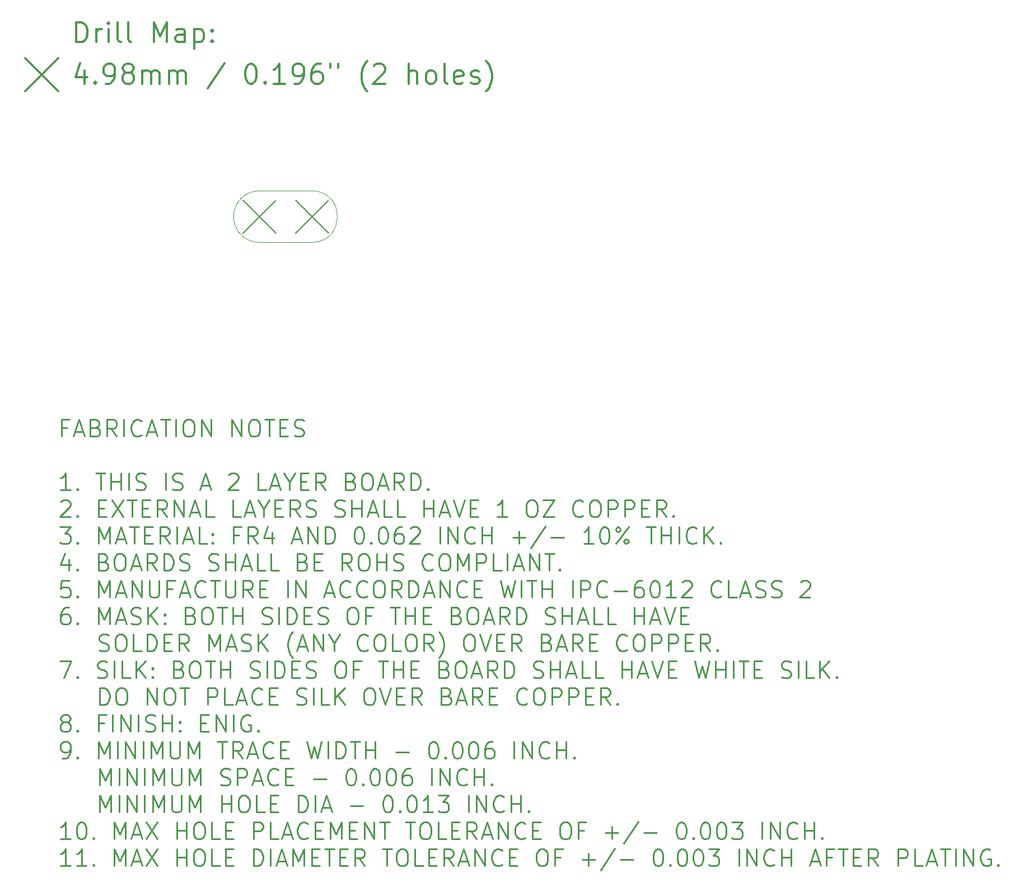
<source format=gbr>
G04 This is an RS-274x file exported by *
G04 gerbv version 2.6.0 *
G04 More information is available about gerbv at *
G04 http://gerbv.gpleda.org/ *
G04 --End of header info--*
%MOIN*%
%FSLAX34Y34*%
%IPPOS*%
G04 --Define apertures--*
%ADD10C,0.0050*%
%ADD11C,0.0079*%
%ADD12C,0.0118*%
%ADD13C,0.0138*%
%ADD14C,0.0016*%
%ADD15C,0.0100*%
G04 --Start main section--*
G54D11*
G01X0010990Y-011250D02*
G01X0012951Y-013210D01*
G01X0012951Y-011250D02*
G01X0010990Y-013210D01*
G01X0014140Y-011250D02*
G01X0016100Y-013210D01*
G01X0016100Y-011250D02*
G01X0014140Y-013210D01*
G54D12*
G01X0001069Y-001834D02*
G01X0001069Y-000652D01*
G01X0001069Y-000652D02*
G01X0001350Y-000652D01*
G01X0001350Y-000652D02*
G01X0001519Y-000709D01*
G01X0001519Y-000709D02*
G01X0001631Y-000821D01*
G01X0001631Y-000821D02*
G01X0001687Y-000934D01*
G01X0001687Y-000934D02*
G01X0001744Y-001159D01*
G01X0001744Y-001159D02*
G01X0001744Y-001327D01*
G01X0001744Y-001327D02*
G01X0001687Y-001552D01*
G01X0001687Y-001552D02*
G01X0001631Y-001665D01*
G01X0001631Y-001665D02*
G01X0001519Y-001777D01*
G01X0001519Y-001777D02*
G01X0001350Y-001834D01*
G01X0001350Y-001834D02*
G01X0001069Y-001834D01*
G01X0002250Y-001834D02*
G01X0002250Y-001046D01*
G01X0002250Y-001271D02*
G01X0002306Y-001159D01*
G01X0002306Y-001159D02*
G01X0002362Y-001102D01*
G01X0002362Y-001102D02*
G01X0002475Y-001046D01*
G01X0002475Y-001046D02*
G01X0002587Y-001046D01*
G01X0002981Y-001834D02*
G01X0002981Y-001046D01*
G01X0002981Y-000652D02*
G01X0002925Y-000709D01*
G01X0002925Y-000709D02*
G01X0002981Y-000765D01*
G01X0002981Y-000765D02*
G01X0003037Y-000709D01*
G01X0003037Y-000709D02*
G01X0002981Y-000652D01*
G01X0002981Y-000652D02*
G01X0002981Y-000765D01*
G01X0003712Y-001834D02*
G01X0003600Y-001777D01*
G01X0003600Y-001777D02*
G01X0003543Y-001665D01*
G01X0003543Y-001665D02*
G01X0003543Y-000652D01*
G01X0004331Y-001834D02*
G01X0004218Y-001777D01*
G01X0004218Y-001777D02*
G01X0004162Y-001665D01*
G01X0004162Y-001665D02*
G01X0004162Y-000652D01*
G01X0005681Y-001834D02*
G01X0005681Y-000652D01*
G01X0005681Y-000652D02*
G01X0006074Y-001496D01*
G01X0006074Y-001496D02*
G01X0006468Y-000652D01*
G01X0006468Y-000652D02*
G01X0006468Y-001834D01*
G01X0007537Y-001834D02*
G01X0007537Y-001215D01*
G01X0007537Y-001215D02*
G01X0007480Y-001102D01*
G01X0007480Y-001102D02*
G01X0007368Y-001046D01*
G01X0007368Y-001046D02*
G01X0007143Y-001046D01*
G01X0007143Y-001046D02*
G01X0007030Y-001102D01*
G01X0007537Y-001777D02*
G01X0007424Y-001834D01*
G01X0007424Y-001834D02*
G01X0007143Y-001834D01*
G01X0007143Y-001834D02*
G01X0007030Y-001777D01*
G01X0007030Y-001777D02*
G01X0006974Y-001665D01*
G01X0006974Y-001665D02*
G01X0006974Y-001552D01*
G01X0006974Y-001552D02*
G01X0007030Y-001440D01*
G01X0007030Y-001440D02*
G01X0007143Y-001384D01*
G01X0007143Y-001384D02*
G01X0007424Y-001384D01*
G01X0007424Y-001384D02*
G01X0007537Y-001327D01*
G01X0008099Y-001046D02*
G01X0008099Y-002227D01*
G01X0008099Y-001102D02*
G01X0008211Y-001046D01*
G01X0008211Y-001046D02*
G01X0008436Y-001046D01*
G01X0008436Y-001046D02*
G01X0008549Y-001102D01*
G01X0008549Y-001102D02*
G01X0008605Y-001159D01*
G01X0008605Y-001159D02*
G01X0008661Y-001271D01*
G01X0008661Y-001271D02*
G01X0008661Y-001609D01*
G01X0008661Y-001609D02*
G01X0008605Y-001721D01*
G01X0008605Y-001721D02*
G01X0008549Y-001777D01*
G01X0008549Y-001777D02*
G01X0008436Y-001834D01*
G01X0008436Y-001834D02*
G01X0008211Y-001834D01*
G01X0008211Y-001834D02*
G01X0008099Y-001777D01*
G01X0009168Y-001721D02*
G01X0009224Y-001777D01*
G01X0009224Y-001777D02*
G01X0009168Y-001834D01*
G01X0009168Y-001834D02*
G01X0009111Y-001777D01*
G01X0009111Y-001777D02*
G01X0009168Y-001721D01*
G01X0009168Y-001721D02*
G01X0009168Y-001834D01*
G01X0009168Y-001102D02*
G01X0009224Y-001159D01*
G01X0009224Y-001159D02*
G01X0009168Y-001215D01*
G01X0009168Y-001215D02*
G01X0009111Y-001159D01*
G01X0009111Y-001159D02*
G01X0009168Y-001102D01*
G01X0009168Y-001102D02*
G01X0009168Y-001215D01*
G01X-001961Y-002799D02*
G01X0000000Y-004760D01*
G01X0000000Y-002799D02*
G01X-001961Y-004760D01*
G01X0001575Y-003526D02*
G01X0001575Y-004314D01*
G01X0001294Y-003076D02*
G01X0001012Y-003920D01*
G01X0001012Y-003920D02*
G01X0001744Y-003920D01*
G01X0002193Y-004201D02*
G01X0002250Y-004258D01*
G01X0002250Y-004258D02*
G01X0002193Y-004314D01*
G01X0002193Y-004314D02*
G01X0002137Y-004258D01*
G01X0002137Y-004258D02*
G01X0002193Y-004201D01*
G01X0002193Y-004201D02*
G01X0002193Y-004314D01*
G01X0002812Y-004314D02*
G01X0003037Y-004314D01*
G01X0003037Y-004314D02*
G01X0003150Y-004258D01*
G01X0003150Y-004258D02*
G01X0003206Y-004201D01*
G01X0003206Y-004201D02*
G01X0003318Y-004033D01*
G01X0003318Y-004033D02*
G01X0003375Y-003808D01*
G01X0003375Y-003808D02*
G01X0003375Y-003358D01*
G01X0003375Y-003358D02*
G01X0003318Y-003245D01*
G01X0003318Y-003245D02*
G01X0003262Y-003189D01*
G01X0003262Y-003189D02*
G01X0003150Y-003133D01*
G01X0003150Y-003133D02*
G01X0002925Y-003133D01*
G01X0002925Y-003133D02*
G01X0002812Y-003189D01*
G01X0002812Y-003189D02*
G01X0002756Y-003245D01*
G01X0002756Y-003245D02*
G01X0002700Y-003358D01*
G01X0002700Y-003358D02*
G01X0002700Y-003639D01*
G01X0002700Y-003639D02*
G01X0002756Y-003751D01*
G01X0002756Y-003751D02*
G01X0002812Y-003808D01*
G01X0002812Y-003808D02*
G01X0002925Y-003864D01*
G01X0002925Y-003864D02*
G01X0003150Y-003864D01*
G01X0003150Y-003864D02*
G01X0003262Y-003808D01*
G01X0003262Y-003808D02*
G01X0003318Y-003751D01*
G01X0003318Y-003751D02*
G01X0003375Y-003639D01*
G01X0004049Y-003639D02*
G01X0003937Y-003583D01*
G01X0003937Y-003583D02*
G01X0003881Y-003526D01*
G01X0003881Y-003526D02*
G01X0003825Y-003414D01*
G01X0003825Y-003414D02*
G01X0003825Y-003358D01*
G01X0003825Y-003358D02*
G01X0003881Y-003245D01*
G01X0003881Y-003245D02*
G01X0003937Y-003189D01*
G01X0003937Y-003189D02*
G01X0004049Y-003133D01*
G01X0004049Y-003133D02*
G01X0004274Y-003133D01*
G01X0004274Y-003133D02*
G01X0004387Y-003189D01*
G01X0004387Y-003189D02*
G01X0004443Y-003245D01*
G01X0004443Y-003245D02*
G01X0004499Y-003358D01*
G01X0004499Y-003358D02*
G01X0004499Y-003414D01*
G01X0004499Y-003414D02*
G01X0004443Y-003526D01*
G01X0004443Y-003526D02*
G01X0004387Y-003583D01*
G01X0004387Y-003583D02*
G01X0004274Y-003639D01*
G01X0004274Y-003639D02*
G01X0004049Y-003639D01*
G01X0004049Y-003639D02*
G01X0003937Y-003695D01*
G01X0003937Y-003695D02*
G01X0003881Y-003751D01*
G01X0003881Y-003751D02*
G01X0003825Y-003864D01*
G01X0003825Y-003864D02*
G01X0003825Y-004089D01*
G01X0003825Y-004089D02*
G01X0003881Y-004201D01*
G01X0003881Y-004201D02*
G01X0003937Y-004258D01*
G01X0003937Y-004258D02*
G01X0004049Y-004314D01*
G01X0004049Y-004314D02*
G01X0004274Y-004314D01*
G01X0004274Y-004314D02*
G01X0004387Y-004258D01*
G01X0004387Y-004258D02*
G01X0004443Y-004201D01*
G01X0004443Y-004201D02*
G01X0004499Y-004089D01*
G01X0004499Y-004089D02*
G01X0004499Y-003864D01*
G01X0004499Y-003864D02*
G01X0004443Y-003751D01*
G01X0004443Y-003751D02*
G01X0004387Y-003695D01*
G01X0004387Y-003695D02*
G01X0004274Y-003639D01*
G01X0005006Y-004314D02*
G01X0005006Y-003526D01*
G01X0005006Y-003639D02*
G01X0005062Y-003583D01*
G01X0005062Y-003583D02*
G01X0005174Y-003526D01*
G01X0005174Y-003526D02*
G01X0005343Y-003526D01*
G01X0005343Y-003526D02*
G01X0005456Y-003583D01*
G01X0005456Y-003583D02*
G01X0005512Y-003695D01*
G01X0005512Y-003695D02*
G01X0005512Y-004314D01*
G01X0005512Y-003695D02*
G01X0005568Y-003583D01*
G01X0005568Y-003583D02*
G01X0005681Y-003526D01*
G01X0005681Y-003526D02*
G01X0005849Y-003526D01*
G01X0005849Y-003526D02*
G01X0005962Y-003583D01*
G01X0005962Y-003583D02*
G01X0006018Y-003695D01*
G01X0006018Y-003695D02*
G01X0006018Y-004314D01*
G01X0006580Y-004314D02*
G01X0006580Y-003526D01*
G01X0006580Y-003639D02*
G01X0006637Y-003583D01*
G01X0006637Y-003583D02*
G01X0006749Y-003526D01*
G01X0006749Y-003526D02*
G01X0006918Y-003526D01*
G01X0006918Y-003526D02*
G01X0007030Y-003583D01*
G01X0007030Y-003583D02*
G01X0007087Y-003695D01*
G01X0007087Y-003695D02*
G01X0007087Y-004314D01*
G01X0007087Y-003695D02*
G01X0007143Y-003583D01*
G01X0007143Y-003583D02*
G01X0007255Y-003526D01*
G01X0007255Y-003526D02*
G01X0007424Y-003526D01*
G01X0007424Y-003526D02*
G01X0007537Y-003583D01*
G01X0007537Y-003583D02*
G01X0007593Y-003695D01*
G01X0007593Y-003695D02*
G01X0007593Y-004314D01*
G01X0009899Y-003076D02*
G01X0008886Y-004595D01*
G01X0011417Y-003133D02*
G01X0011530Y-003133D01*
G01X0011530Y-003133D02*
G01X0011642Y-003189D01*
G01X0011642Y-003189D02*
G01X0011699Y-003245D01*
G01X0011699Y-003245D02*
G01X0011755Y-003358D01*
G01X0011755Y-003358D02*
G01X0011811Y-003583D01*
G01X0011811Y-003583D02*
G01X0011811Y-003864D01*
G01X0011811Y-003864D02*
G01X0011755Y-004089D01*
G01X0011755Y-004089D02*
G01X0011699Y-004201D01*
G01X0011699Y-004201D02*
G01X0011642Y-004258D01*
G01X0011642Y-004258D02*
G01X0011530Y-004314D01*
G01X0011530Y-004314D02*
G01X0011417Y-004314D01*
G01X0011417Y-004314D02*
G01X0011305Y-004258D01*
G01X0011305Y-004258D02*
G01X0011249Y-004201D01*
G01X0011249Y-004201D02*
G01X0011192Y-004089D01*
G01X0011192Y-004089D02*
G01X0011136Y-003864D01*
G01X0011136Y-003864D02*
G01X0011136Y-003583D01*
G01X0011136Y-003583D02*
G01X0011192Y-003358D01*
G01X0011192Y-003358D02*
G01X0011249Y-003245D01*
G01X0011249Y-003245D02*
G01X0011305Y-003189D01*
G01X0011305Y-003189D02*
G01X0011417Y-003133D01*
G01X0012317Y-004201D02*
G01X0012373Y-004258D01*
G01X0012373Y-004258D02*
G01X0012317Y-004314D01*
G01X0012317Y-004314D02*
G01X0012261Y-004258D01*
G01X0012261Y-004258D02*
G01X0012317Y-004201D01*
G01X0012317Y-004201D02*
G01X0012317Y-004314D01*
G01X0013498Y-004314D02*
G01X0012823Y-004314D01*
G01X0013161Y-004314D02*
G01X0013161Y-003133D01*
G01X0013161Y-003133D02*
G01X0013048Y-003301D01*
G01X0013048Y-003301D02*
G01X0012936Y-003414D01*
G01X0012936Y-003414D02*
G01X0012823Y-003470D01*
G01X0014061Y-004314D02*
G01X0014286Y-004314D01*
G01X0014286Y-004314D02*
G01X0014398Y-004258D01*
G01X0014398Y-004258D02*
G01X0014454Y-004201D01*
G01X0014454Y-004201D02*
G01X0014567Y-004033D01*
G01X0014567Y-004033D02*
G01X0014623Y-003808D01*
G01X0014623Y-003808D02*
G01X0014623Y-003358D01*
G01X0014623Y-003358D02*
G01X0014567Y-003245D01*
G01X0014567Y-003245D02*
G01X0014511Y-003189D01*
G01X0014511Y-003189D02*
G01X0014398Y-003133D01*
G01X0014398Y-003133D02*
G01X0014173Y-003133D01*
G01X0014173Y-003133D02*
G01X0014061Y-003189D01*
G01X0014061Y-003189D02*
G01X0014005Y-003245D01*
G01X0014005Y-003245D02*
G01X0013948Y-003358D01*
G01X0013948Y-003358D02*
G01X0013948Y-003639D01*
G01X0013948Y-003639D02*
G01X0014005Y-003751D01*
G01X0014005Y-003751D02*
G01X0014061Y-003808D01*
G01X0014061Y-003808D02*
G01X0014173Y-003864D01*
G01X0014173Y-003864D02*
G01X0014398Y-003864D01*
G01X0014398Y-003864D02*
G01X0014511Y-003808D01*
G01X0014511Y-003808D02*
G01X0014567Y-003751D01*
G01X0014567Y-003751D02*
G01X0014623Y-003639D01*
G01X0015636Y-003133D02*
G01X0015411Y-003133D01*
G01X0015411Y-003133D02*
G01X0015298Y-003189D01*
G01X0015298Y-003189D02*
G01X0015242Y-003245D01*
G01X0015242Y-003245D02*
G01X0015129Y-003414D01*
G01X0015129Y-003414D02*
G01X0015073Y-003639D01*
G01X0015073Y-003639D02*
G01X0015073Y-004089D01*
G01X0015073Y-004089D02*
G01X0015129Y-004201D01*
G01X0015129Y-004201D02*
G01X0015186Y-004258D01*
G01X0015186Y-004258D02*
G01X0015298Y-004314D01*
G01X0015298Y-004314D02*
G01X0015523Y-004314D01*
G01X0015523Y-004314D02*
G01X0015636Y-004258D01*
G01X0015636Y-004258D02*
G01X0015692Y-004201D01*
G01X0015692Y-004201D02*
G01X0015748Y-004089D01*
G01X0015748Y-004089D02*
G01X0015748Y-003808D01*
G01X0015748Y-003808D02*
G01X0015692Y-003695D01*
G01X0015692Y-003695D02*
G01X0015636Y-003639D01*
G01X0015636Y-003639D02*
G01X0015523Y-003583D01*
G01X0015523Y-003583D02*
G01X0015298Y-003583D01*
G01X0015298Y-003583D02*
G01X0015186Y-003639D01*
G01X0015186Y-003639D02*
G01X0015129Y-003695D01*
G01X0015129Y-003695D02*
G01X0015073Y-003808D01*
G01X0016198Y-003133D02*
G01X0016198Y-003358D01*
G01X0016648Y-003133D02*
G01X0016648Y-003358D01*
G01X0018391Y-004764D02*
G01X0018335Y-004708D01*
G01X0018335Y-004708D02*
G01X0018223Y-004539D01*
G01X0018223Y-004539D02*
G01X0018166Y-004426D01*
G01X0018166Y-004426D02*
G01X0018110Y-004258D01*
G01X0018110Y-004258D02*
G01X0018054Y-003976D01*
G01X0018054Y-003976D02*
G01X0018054Y-003751D01*
G01X0018054Y-003751D02*
G01X0018110Y-003470D01*
G01X0018110Y-003470D02*
G01X0018166Y-003301D01*
G01X0018166Y-003301D02*
G01X0018223Y-003189D01*
G01X0018223Y-003189D02*
G01X0018335Y-003020D01*
G01X0018335Y-003020D02*
G01X0018391Y-002964D01*
G01X0018785Y-003245D02*
G01X0018841Y-003189D01*
G01X0018841Y-003189D02*
G01X0018954Y-003133D01*
G01X0018954Y-003133D02*
G01X0019235Y-003133D01*
G01X0019235Y-003133D02*
G01X0019348Y-003189D01*
G01X0019348Y-003189D02*
G01X0019404Y-003245D01*
G01X0019404Y-003245D02*
G01X0019460Y-003358D01*
G01X0019460Y-003358D02*
G01X0019460Y-003470D01*
G01X0019460Y-003470D02*
G01X0019404Y-003639D01*
G01X0019404Y-003639D02*
G01X0018729Y-004314D01*
G01X0018729Y-004314D02*
G01X0019460Y-004314D01*
G01X0020866Y-004314D02*
G01X0020866Y-003133D01*
G01X0021372Y-004314D02*
G01X0021372Y-003695D01*
G01X0021372Y-003695D02*
G01X0021316Y-003583D01*
G01X0021316Y-003583D02*
G01X0021204Y-003526D01*
G01X0021204Y-003526D02*
G01X0021035Y-003526D01*
G01X0021035Y-003526D02*
G01X0020922Y-003583D01*
G01X0020922Y-003583D02*
G01X0020866Y-003639D01*
G01X0022103Y-004314D02*
G01X0021991Y-004258D01*
G01X0021991Y-004258D02*
G01X0021935Y-004201D01*
G01X0021935Y-004201D02*
G01X0021879Y-004089D01*
G01X0021879Y-004089D02*
G01X0021879Y-003751D01*
G01X0021879Y-003751D02*
G01X0021935Y-003639D01*
G01X0021935Y-003639D02*
G01X0021991Y-003583D01*
G01X0021991Y-003583D02*
G01X0022103Y-003526D01*
G01X0022103Y-003526D02*
G01X0022272Y-003526D01*
G01X0022272Y-003526D02*
G01X0022385Y-003583D01*
G01X0022385Y-003583D02*
G01X0022441Y-003639D01*
G01X0022441Y-003639D02*
G01X0022497Y-003751D01*
G01X0022497Y-003751D02*
G01X0022497Y-004089D01*
G01X0022497Y-004089D02*
G01X0022441Y-004201D01*
G01X0022441Y-004201D02*
G01X0022385Y-004258D01*
G01X0022385Y-004258D02*
G01X0022272Y-004314D01*
G01X0022272Y-004314D02*
G01X0022103Y-004314D01*
G01X0023172Y-004314D02*
G01X0023060Y-004258D01*
G01X0023060Y-004258D02*
G01X0023003Y-004145D01*
G01X0023003Y-004145D02*
G01X0023003Y-003133D01*
G01X0024072Y-004258D02*
G01X0023960Y-004314D01*
G01X0023960Y-004314D02*
G01X0023735Y-004314D01*
G01X0023735Y-004314D02*
G01X0023622Y-004258D01*
G01X0023622Y-004258D02*
G01X0023566Y-004145D01*
G01X0023566Y-004145D02*
G01X0023566Y-003695D01*
G01X0023566Y-003695D02*
G01X0023622Y-003583D01*
G01X0023622Y-003583D02*
G01X0023735Y-003526D01*
G01X0023735Y-003526D02*
G01X0023960Y-003526D01*
G01X0023960Y-003526D02*
G01X0024072Y-003583D01*
G01X0024072Y-003583D02*
G01X0024128Y-003695D01*
G01X0024128Y-003695D02*
G01X0024128Y-003808D01*
G01X0024128Y-003808D02*
G01X0023566Y-003920D01*
G01X0024578Y-004258D02*
G01X0024691Y-004314D01*
G01X0024691Y-004314D02*
G01X0024916Y-004314D01*
G01X0024916Y-004314D02*
G01X0025028Y-004258D01*
G01X0025028Y-004258D02*
G01X0025084Y-004145D01*
G01X0025084Y-004145D02*
G01X0025084Y-004089D01*
G01X0025084Y-004089D02*
G01X0025028Y-003976D01*
G01X0025028Y-003976D02*
G01X0024916Y-003920D01*
G01X0024916Y-003920D02*
G01X0024747Y-003920D01*
G01X0024747Y-003920D02*
G01X0024634Y-003864D01*
G01X0024634Y-003864D02*
G01X0024578Y-003751D01*
G01X0024578Y-003751D02*
G01X0024578Y-003695D01*
G01X0024578Y-003695D02*
G01X0024634Y-003583D01*
G01X0024634Y-003583D02*
G01X0024747Y-003526D01*
G01X0024747Y-003526D02*
G01X0024916Y-003526D01*
G01X0024916Y-003526D02*
G01X0025028Y-003583D01*
G01X0025478Y-004764D02*
G01X0025534Y-004708D01*
G01X0025534Y-004708D02*
G01X0025647Y-004539D01*
G01X0025647Y-004539D02*
G01X0025703Y-004426D01*
G01X0025703Y-004426D02*
G01X0025759Y-004258D01*
G01X0025759Y-004258D02*
G01X0025816Y-003976D01*
G01X0025816Y-003976D02*
G01X0025816Y-003751D01*
G01X0025816Y-003751D02*
G01X0025759Y-003470D01*
G01X0025759Y-003470D02*
G01X0025703Y-003301D01*
G01X0025703Y-003301D02*
G01X0025647Y-003189D01*
G01X0025647Y-003189D02*
G01X0025534Y-003020D01*
G01X0025534Y-003020D02*
G01X0025478Y-002964D01*
G01X0000000Y0000000D02*
G54D14*
G01X0015159Y-010695D02*
G01X0011931Y-010695D01*
G01X0015095Y-013766D02*
G75*
G03X0015120Y-010695I-000014J0001536D01*
G01X0011970Y-010694D02*
G75*
G03X0012010Y-013765I0000000J-001536D01*
G01X0015120Y-013765D02*
G01X0012010Y-013765D01*
G01X0000000Y0000000D02*
G54D15*
G01X0000521Y-024809D02*
G01X0000188Y-024809D01*
G01X0000188Y-025332D02*
G01X0000188Y-024332D01*
G01X0000188Y-024332D02*
G01X0000664Y-024332D01*
G01X0000998Y-025047D02*
G01X0001474Y-025047D01*
G01X0000902Y-025332D02*
G01X0001236Y-024332D01*
G01X0001236Y-024332D02*
G01X0001569Y-025332D01*
G01X0002236Y-024809D02*
G01X0002379Y-024856D01*
G01X0002379Y-024856D02*
G01X0002426Y-024904D01*
G01X0002426Y-024904D02*
G01X0002474Y-024999D01*
G01X0002474Y-024999D02*
G01X0002474Y-025142D01*
G01X0002474Y-025142D02*
G01X0002426Y-025237D01*
G01X0002426Y-025237D02*
G01X0002379Y-025285D01*
G01X0002379Y-025285D02*
G01X0002283Y-025332D01*
G01X0002283Y-025332D02*
G01X0001902Y-025332D01*
G01X0001902Y-025332D02*
G01X0001902Y-024332D01*
G01X0001902Y-024332D02*
G01X0002236Y-024332D01*
G01X0002236Y-024332D02*
G01X0002331Y-024380D01*
G01X0002331Y-024380D02*
G01X0002379Y-024428D01*
G01X0002379Y-024428D02*
G01X0002426Y-024523D01*
G01X0002426Y-024523D02*
G01X0002426Y-024618D01*
G01X0002426Y-024618D02*
G01X0002379Y-024713D01*
G01X0002379Y-024713D02*
G01X0002331Y-024761D01*
G01X0002331Y-024761D02*
G01X0002236Y-024809D01*
G01X0002236Y-024809D02*
G01X0001902Y-024809D01*
G01X0003474Y-025332D02*
G01X0003140Y-024856D01*
G01X0002902Y-025332D02*
G01X0002902Y-024332D01*
G01X0002902Y-024332D02*
G01X0003283Y-024332D01*
G01X0003283Y-024332D02*
G01X0003379Y-024380D01*
G01X0003379Y-024380D02*
G01X0003426Y-024428D01*
G01X0003426Y-024428D02*
G01X0003474Y-024523D01*
G01X0003474Y-024523D02*
G01X0003474Y-024666D01*
G01X0003474Y-024666D02*
G01X0003426Y-024761D01*
G01X0003426Y-024761D02*
G01X0003379Y-024809D01*
G01X0003379Y-024809D02*
G01X0003283Y-024856D01*
G01X0003283Y-024856D02*
G01X0002902Y-024856D01*
G01X0003902Y-025332D02*
G01X0003902Y-024332D01*
G01X0004950Y-025237D02*
G01X0004902Y-025285D01*
G01X0004902Y-025285D02*
G01X0004760Y-025332D01*
G01X0004760Y-025332D02*
G01X0004664Y-025332D01*
G01X0004664Y-025332D02*
G01X0004521Y-025285D01*
G01X0004521Y-025285D02*
G01X0004426Y-025190D01*
G01X0004426Y-025190D02*
G01X0004379Y-025094D01*
G01X0004379Y-025094D02*
G01X0004331Y-024904D01*
G01X0004331Y-024904D02*
G01X0004331Y-024761D01*
G01X0004331Y-024761D02*
G01X0004379Y-024570D01*
G01X0004379Y-024570D02*
G01X0004426Y-024475D01*
G01X0004426Y-024475D02*
G01X0004521Y-024380D01*
G01X0004521Y-024380D02*
G01X0004664Y-024332D01*
G01X0004664Y-024332D02*
G01X0004760Y-024332D01*
G01X0004760Y-024332D02*
G01X0004902Y-024380D01*
G01X0004902Y-024380D02*
G01X0004950Y-024428D01*
G01X0005331Y-025047D02*
G01X0005807Y-025047D01*
G01X0005236Y-025332D02*
G01X0005569Y-024332D01*
G01X0005569Y-024332D02*
G01X0005902Y-025332D01*
G01X0006093Y-024332D02*
G01X0006664Y-024332D01*
G01X0006379Y-025332D02*
G01X0006379Y-024332D01*
G01X0006998Y-025332D02*
G01X0006998Y-024332D01*
G01X0007664Y-024332D02*
G01X0007855Y-024332D01*
G01X0007855Y-024332D02*
G01X0007950Y-024380D01*
G01X0007950Y-024380D02*
G01X0008045Y-024475D01*
G01X0008045Y-024475D02*
G01X0008093Y-024666D01*
G01X0008093Y-024666D02*
G01X0008093Y-024999D01*
G01X0008093Y-024999D02*
G01X0008045Y-025190D01*
G01X0008045Y-025190D02*
G01X0007950Y-025285D01*
G01X0007950Y-025285D02*
G01X0007855Y-025332D01*
G01X0007855Y-025332D02*
G01X0007664Y-025332D01*
G01X0007664Y-025332D02*
G01X0007569Y-025285D01*
G01X0007569Y-025285D02*
G01X0007474Y-025190D01*
G01X0007474Y-025190D02*
G01X0007426Y-024999D01*
G01X0007426Y-024999D02*
G01X0007426Y-024666D01*
G01X0007426Y-024666D02*
G01X0007474Y-024475D01*
G01X0007474Y-024475D02*
G01X0007569Y-024380D01*
G01X0007569Y-024380D02*
G01X0007664Y-024332D01*
G01X0008521Y-025332D02*
G01X0008521Y-024332D01*
G01X0008521Y-024332D02*
G01X0009093Y-025332D01*
G01X0009093Y-025332D02*
G01X0009093Y-024332D01*
G01X0010331Y-025332D02*
G01X0010331Y-024332D01*
G01X0010331Y-024332D02*
G01X0010902Y-025332D01*
G01X0010902Y-025332D02*
G01X0010902Y-024332D01*
G01X0011569Y-024332D02*
G01X0011760Y-024332D01*
G01X0011760Y-024332D02*
G01X0011855Y-024380D01*
G01X0011855Y-024380D02*
G01X0011950Y-024475D01*
G01X0011950Y-024475D02*
G01X0011998Y-024666D01*
G01X0011998Y-024666D02*
G01X0011998Y-024999D01*
G01X0011998Y-024999D02*
G01X0011950Y-025190D01*
G01X0011950Y-025190D02*
G01X0011855Y-025285D01*
G01X0011855Y-025285D02*
G01X0011760Y-025332D01*
G01X0011760Y-025332D02*
G01X0011569Y-025332D01*
G01X0011569Y-025332D02*
G01X0011474Y-025285D01*
G01X0011474Y-025285D02*
G01X0011379Y-025190D01*
G01X0011379Y-025190D02*
G01X0011331Y-024999D01*
G01X0011331Y-024999D02*
G01X0011331Y-024666D01*
G01X0011331Y-024666D02*
G01X0011379Y-024475D01*
G01X0011379Y-024475D02*
G01X0011474Y-024380D01*
G01X0011474Y-024380D02*
G01X0011569Y-024332D01*
G01X0012283Y-024332D02*
G01X0012855Y-024332D01*
G01X0012569Y-025332D02*
G01X0012569Y-024332D01*
G01X0013188Y-024809D02*
G01X0013521Y-024809D01*
G01X0013664Y-025332D02*
G01X0013188Y-025332D01*
G01X0013188Y-025332D02*
G01X0013188Y-024332D01*
G01X0013188Y-024332D02*
G01X0013664Y-024332D01*
G01X0014045Y-025285D02*
G01X0014188Y-025332D01*
G01X0014188Y-025332D02*
G01X0014426Y-025332D01*
G01X0014426Y-025332D02*
G01X0014521Y-025285D01*
G01X0014521Y-025285D02*
G01X0014569Y-025237D01*
G01X0014569Y-025237D02*
G01X0014617Y-025142D01*
G01X0014617Y-025142D02*
G01X0014617Y-025047D01*
G01X0014617Y-025047D02*
G01X0014569Y-024951D01*
G01X0014569Y-024951D02*
G01X0014521Y-024904D01*
G01X0014521Y-024904D02*
G01X0014426Y-024856D01*
G01X0014426Y-024856D02*
G01X0014236Y-024809D01*
G01X0014236Y-024809D02*
G01X0014140Y-024761D01*
G01X0014140Y-024761D02*
G01X0014093Y-024713D01*
G01X0014093Y-024713D02*
G01X0014045Y-024618D01*
G01X0014045Y-024618D02*
G01X0014045Y-024523D01*
G01X0014045Y-024523D02*
G01X0014093Y-024428D01*
G01X0014093Y-024428D02*
G01X0014140Y-024380D01*
G01X0014140Y-024380D02*
G01X0014236Y-024332D01*
G01X0014236Y-024332D02*
G01X0014474Y-024332D01*
G01X0014474Y-024332D02*
G01X0014617Y-024380D01*
G01X0000712Y-028532D02*
G01X0000140Y-028532D01*
G01X0000426Y-028532D02*
G01X0000426Y-027532D01*
G01X0000426Y-027532D02*
G01X0000331Y-027675D01*
G01X0000331Y-027675D02*
G01X0000236Y-027770D01*
G01X0000236Y-027770D02*
G01X0000140Y-027818D01*
G01X0001140Y-028437D02*
G01X0001188Y-028485D01*
G01X0001188Y-028485D02*
G01X0001140Y-028532D01*
G01X0001140Y-028532D02*
G01X0001093Y-028485D01*
G01X0001093Y-028485D02*
G01X0001140Y-028437D01*
G01X0001140Y-028437D02*
G01X0001140Y-028532D01*
G01X0002236Y-027532D02*
G01X0002807Y-027532D01*
G01X0002521Y-028532D02*
G01X0002521Y-027532D01*
G01X0003140Y-028532D02*
G01X0003140Y-027532D01*
G01X0003140Y-028009D02*
G01X0003712Y-028009D01*
G01X0003712Y-028532D02*
G01X0003712Y-027532D01*
G01X0004188Y-028532D02*
G01X0004188Y-027532D01*
G01X0004617Y-028485D02*
G01X0004760Y-028532D01*
G01X0004760Y-028532D02*
G01X0004998Y-028532D01*
G01X0004998Y-028532D02*
G01X0005093Y-028485D01*
G01X0005093Y-028485D02*
G01X0005140Y-028437D01*
G01X0005140Y-028437D02*
G01X0005188Y-028342D01*
G01X0005188Y-028342D02*
G01X0005188Y-028247D01*
G01X0005188Y-028247D02*
G01X0005140Y-028151D01*
G01X0005140Y-028151D02*
G01X0005093Y-028104D01*
G01X0005093Y-028104D02*
G01X0004998Y-028056D01*
G01X0004998Y-028056D02*
G01X0004807Y-028009D01*
G01X0004807Y-028009D02*
G01X0004712Y-027961D01*
G01X0004712Y-027961D02*
G01X0004664Y-027913D01*
G01X0004664Y-027913D02*
G01X0004617Y-027818D01*
G01X0004617Y-027818D02*
G01X0004617Y-027723D01*
G01X0004617Y-027723D02*
G01X0004664Y-027628D01*
G01X0004664Y-027628D02*
G01X0004712Y-027580D01*
G01X0004712Y-027580D02*
G01X0004807Y-027532D01*
G01X0004807Y-027532D02*
G01X0005045Y-027532D01*
G01X0005045Y-027532D02*
G01X0005188Y-027580D01*
G01X0006379Y-028532D02*
G01X0006379Y-027532D01*
G01X0006807Y-028485D02*
G01X0006950Y-028532D01*
G01X0006950Y-028532D02*
G01X0007188Y-028532D01*
G01X0007188Y-028532D02*
G01X0007283Y-028485D01*
G01X0007283Y-028485D02*
G01X0007331Y-028437D01*
G01X0007331Y-028437D02*
G01X0007379Y-028342D01*
G01X0007379Y-028342D02*
G01X0007379Y-028247D01*
G01X0007379Y-028247D02*
G01X0007331Y-028151D01*
G01X0007331Y-028151D02*
G01X0007283Y-028104D01*
G01X0007283Y-028104D02*
G01X0007188Y-028056D01*
G01X0007188Y-028056D02*
G01X0006998Y-028009D01*
G01X0006998Y-028009D02*
G01X0006902Y-027961D01*
G01X0006902Y-027961D02*
G01X0006855Y-027913D01*
G01X0006855Y-027913D02*
G01X0006807Y-027818D01*
G01X0006807Y-027818D02*
G01X0006807Y-027723D01*
G01X0006807Y-027723D02*
G01X0006855Y-027628D01*
G01X0006855Y-027628D02*
G01X0006902Y-027580D01*
G01X0006902Y-027580D02*
G01X0006998Y-027532D01*
G01X0006998Y-027532D02*
G01X0007236Y-027532D01*
G01X0007236Y-027532D02*
G01X0007379Y-027580D01*
G01X0008521Y-028247D02*
G01X0008998Y-028247D01*
G01X0008426Y-028532D02*
G01X0008760Y-027532D01*
G01X0008760Y-027532D02*
G01X0009093Y-028532D01*
G01X0010140Y-027628D02*
G01X0010188Y-027580D01*
G01X0010188Y-027580D02*
G01X0010283Y-027532D01*
G01X0010283Y-027532D02*
G01X0010521Y-027532D01*
G01X0010521Y-027532D02*
G01X0010617Y-027580D01*
G01X0010617Y-027580D02*
G01X0010664Y-027628D01*
G01X0010664Y-027628D02*
G01X0010712Y-027723D01*
G01X0010712Y-027723D02*
G01X0010712Y-027818D01*
G01X0010712Y-027818D02*
G01X0010664Y-027961D01*
G01X0010664Y-027961D02*
G01X0010093Y-028532D01*
G01X0010093Y-028532D02*
G01X0010712Y-028532D01*
G01X0012379Y-028532D02*
G01X0011902Y-028532D01*
G01X0011902Y-028532D02*
G01X0011902Y-027532D01*
G01X0012664Y-028247D02*
G01X0013140Y-028247D01*
G01X0012569Y-028532D02*
G01X0012902Y-027532D01*
G01X0012902Y-027532D02*
G01X0013236Y-028532D01*
G01X0013760Y-028056D02*
G01X0013760Y-028532D01*
G01X0013426Y-027532D02*
G01X0013760Y-028056D01*
G01X0013760Y-028056D02*
G01X0014093Y-027532D01*
G01X0014426Y-028009D02*
G01X0014760Y-028009D01*
G01X0014902Y-028532D02*
G01X0014426Y-028532D01*
G01X0014426Y-028532D02*
G01X0014426Y-027532D01*
G01X0014426Y-027532D02*
G01X0014902Y-027532D01*
G01X0015902Y-028532D02*
G01X0015569Y-028056D01*
G01X0015331Y-028532D02*
G01X0015331Y-027532D01*
G01X0015331Y-027532D02*
G01X0015712Y-027532D01*
G01X0015712Y-027532D02*
G01X0015807Y-027580D01*
G01X0015807Y-027580D02*
G01X0015855Y-027628D01*
G01X0015855Y-027628D02*
G01X0015902Y-027723D01*
G01X0015902Y-027723D02*
G01X0015902Y-027866D01*
G01X0015902Y-027866D02*
G01X0015855Y-027961D01*
G01X0015855Y-027961D02*
G01X0015807Y-028009D01*
G01X0015807Y-028009D02*
G01X0015712Y-028056D01*
G01X0015712Y-028056D02*
G01X0015331Y-028056D01*
G01X0017426Y-028009D02*
G01X0017569Y-028056D01*
G01X0017569Y-028056D02*
G01X0017617Y-028104D01*
G01X0017617Y-028104D02*
G01X0017664Y-028199D01*
G01X0017664Y-028199D02*
G01X0017664Y-028342D01*
G01X0017664Y-028342D02*
G01X0017617Y-028437D01*
G01X0017617Y-028437D02*
G01X0017569Y-028485D01*
G01X0017569Y-028485D02*
G01X0017474Y-028532D01*
G01X0017474Y-028532D02*
G01X0017093Y-028532D01*
G01X0017093Y-028532D02*
G01X0017093Y-027532D01*
G01X0017093Y-027532D02*
G01X0017426Y-027532D01*
G01X0017426Y-027532D02*
G01X0017521Y-027580D01*
G01X0017521Y-027580D02*
G01X0017569Y-027628D01*
G01X0017569Y-027628D02*
G01X0017617Y-027723D01*
G01X0017617Y-027723D02*
G01X0017617Y-027818D01*
G01X0017617Y-027818D02*
G01X0017569Y-027913D01*
G01X0017569Y-027913D02*
G01X0017521Y-027961D01*
G01X0017521Y-027961D02*
G01X0017426Y-028009D01*
G01X0017426Y-028009D02*
G01X0017093Y-028009D01*
G01X0018283Y-027532D02*
G01X0018474Y-027532D01*
G01X0018474Y-027532D02*
G01X0018569Y-027580D01*
G01X0018569Y-027580D02*
G01X0018664Y-027675D01*
G01X0018664Y-027675D02*
G01X0018712Y-027866D01*
G01X0018712Y-027866D02*
G01X0018712Y-028199D01*
G01X0018712Y-028199D02*
G01X0018664Y-028390D01*
G01X0018664Y-028390D02*
G01X0018569Y-028485D01*
G01X0018569Y-028485D02*
G01X0018474Y-028532D01*
G01X0018474Y-028532D02*
G01X0018283Y-028532D01*
G01X0018283Y-028532D02*
G01X0018188Y-028485D01*
G01X0018188Y-028485D02*
G01X0018093Y-028390D01*
G01X0018093Y-028390D02*
G01X0018045Y-028199D01*
G01X0018045Y-028199D02*
G01X0018045Y-027866D01*
G01X0018045Y-027866D02*
G01X0018093Y-027675D01*
G01X0018093Y-027675D02*
G01X0018188Y-027580D01*
G01X0018188Y-027580D02*
G01X0018283Y-027532D01*
G01X0019093Y-028247D02*
G01X0019569Y-028247D01*
G01X0018998Y-028532D02*
G01X0019331Y-027532D01*
G01X0019331Y-027532D02*
G01X0019664Y-028532D01*
G01X0020569Y-028532D02*
G01X0020236Y-028056D01*
G01X0019998Y-028532D02*
G01X0019998Y-027532D01*
G01X0019998Y-027532D02*
G01X0020379Y-027532D01*
G01X0020379Y-027532D02*
G01X0020474Y-027580D01*
G01X0020474Y-027580D02*
G01X0020521Y-027628D01*
G01X0020521Y-027628D02*
G01X0020569Y-027723D01*
G01X0020569Y-027723D02*
G01X0020569Y-027866D01*
G01X0020569Y-027866D02*
G01X0020521Y-027961D01*
G01X0020521Y-027961D02*
G01X0020474Y-028009D01*
G01X0020474Y-028009D02*
G01X0020379Y-028056D01*
G01X0020379Y-028056D02*
G01X0019998Y-028056D01*
G01X0020998Y-028532D02*
G01X0020998Y-027532D01*
G01X0020998Y-027532D02*
G01X0021236Y-027532D01*
G01X0021236Y-027532D02*
G01X0021379Y-027580D01*
G01X0021379Y-027580D02*
G01X0021474Y-027675D01*
G01X0021474Y-027675D02*
G01X0021521Y-027770D01*
G01X0021521Y-027770D02*
G01X0021569Y-027961D01*
G01X0021569Y-027961D02*
G01X0021569Y-028104D01*
G01X0021569Y-028104D02*
G01X0021521Y-028294D01*
G01X0021521Y-028294D02*
G01X0021474Y-028390D01*
G01X0021474Y-028390D02*
G01X0021379Y-028485D01*
G01X0021379Y-028485D02*
G01X0021236Y-028532D01*
G01X0021236Y-028532D02*
G01X0020998Y-028532D01*
G01X0021998Y-028437D02*
G01X0022045Y-028485D01*
G01X0022045Y-028485D02*
G01X0021998Y-028532D01*
G01X0021998Y-028532D02*
G01X0021950Y-028485D01*
G01X0021950Y-028485D02*
G01X0021998Y-028437D01*
G01X0021998Y-028437D02*
G01X0021998Y-028532D01*
G01X0000140Y-029228D02*
G01X0000188Y-029180D01*
G01X0000188Y-029180D02*
G01X0000283Y-029132D01*
G01X0000283Y-029132D02*
G01X0000521Y-029132D01*
G01X0000521Y-029132D02*
G01X0000617Y-029180D01*
G01X0000617Y-029180D02*
G01X0000664Y-029228D01*
G01X0000664Y-029228D02*
G01X0000712Y-029323D01*
G01X0000712Y-029323D02*
G01X0000712Y-029418D01*
G01X0000712Y-029418D02*
G01X0000664Y-029561D01*
G01X0000664Y-029561D02*
G01X0000093Y-030132D01*
G01X0000093Y-030132D02*
G01X0000712Y-030132D01*
G01X0001140Y-030037D02*
G01X0001188Y-030085D01*
G01X0001188Y-030085D02*
G01X0001140Y-030132D01*
G01X0001140Y-030132D02*
G01X0001093Y-030085D01*
G01X0001093Y-030085D02*
G01X0001140Y-030037D01*
G01X0001140Y-030037D02*
G01X0001140Y-030132D01*
G01X0002379Y-029609D02*
G01X0002712Y-029609D01*
G01X0002855Y-030132D02*
G01X0002379Y-030132D01*
G01X0002379Y-030132D02*
G01X0002379Y-029132D01*
G01X0002379Y-029132D02*
G01X0002855Y-029132D01*
G01X0003188Y-029132D02*
G01X0003855Y-030132D01*
G01X0003855Y-029132D02*
G01X0003188Y-030132D01*
G01X0004093Y-029132D02*
G01X0004664Y-029132D01*
G01X0004379Y-030132D02*
G01X0004379Y-029132D01*
G01X0004998Y-029609D02*
G01X0005331Y-029609D01*
G01X0005474Y-030132D02*
G01X0004998Y-030132D01*
G01X0004998Y-030132D02*
G01X0004998Y-029132D01*
G01X0004998Y-029132D02*
G01X0005474Y-029132D01*
G01X0006474Y-030132D02*
G01X0006140Y-029656D01*
G01X0005902Y-030132D02*
G01X0005902Y-029132D01*
G01X0005902Y-029132D02*
G01X0006283Y-029132D01*
G01X0006283Y-029132D02*
G01X0006379Y-029180D01*
G01X0006379Y-029180D02*
G01X0006426Y-029228D01*
G01X0006426Y-029228D02*
G01X0006474Y-029323D01*
G01X0006474Y-029323D02*
G01X0006474Y-029466D01*
G01X0006474Y-029466D02*
G01X0006426Y-029561D01*
G01X0006426Y-029561D02*
G01X0006379Y-029609D01*
G01X0006379Y-029609D02*
G01X0006283Y-029656D01*
G01X0006283Y-029656D02*
G01X0005902Y-029656D01*
G01X0006902Y-030132D02*
G01X0006902Y-029132D01*
G01X0006902Y-029132D02*
G01X0007474Y-030132D01*
G01X0007474Y-030132D02*
G01X0007474Y-029132D01*
G01X0007902Y-029847D02*
G01X0008379Y-029847D01*
G01X0007807Y-030132D02*
G01X0008140Y-029132D01*
G01X0008140Y-029132D02*
G01X0008474Y-030132D01*
G01X0009283Y-030132D02*
G01X0008807Y-030132D01*
G01X0008807Y-030132D02*
G01X0008807Y-029132D01*
G01X0010855Y-030132D02*
G01X0010379Y-030132D01*
G01X0010379Y-030132D02*
G01X0010379Y-029132D01*
G01X0011140Y-029847D02*
G01X0011617Y-029847D01*
G01X0011045Y-030132D02*
G01X0011379Y-029132D01*
G01X0011379Y-029132D02*
G01X0011712Y-030132D01*
G01X0012236Y-029656D02*
G01X0012236Y-030132D01*
G01X0011902Y-029132D02*
G01X0012236Y-029656D01*
G01X0012236Y-029656D02*
G01X0012569Y-029132D01*
G01X0012902Y-029609D02*
G01X0013236Y-029609D01*
G01X0013379Y-030132D02*
G01X0012902Y-030132D01*
G01X0012902Y-030132D02*
G01X0012902Y-029132D01*
G01X0012902Y-029132D02*
G01X0013379Y-029132D01*
G01X0014379Y-030132D02*
G01X0014045Y-029656D01*
G01X0013807Y-030132D02*
G01X0013807Y-029132D01*
G01X0013807Y-029132D02*
G01X0014188Y-029132D01*
G01X0014188Y-029132D02*
G01X0014283Y-029180D01*
G01X0014283Y-029180D02*
G01X0014331Y-029228D01*
G01X0014331Y-029228D02*
G01X0014379Y-029323D01*
G01X0014379Y-029323D02*
G01X0014379Y-029466D01*
G01X0014379Y-029466D02*
G01X0014331Y-029561D01*
G01X0014331Y-029561D02*
G01X0014283Y-029609D01*
G01X0014283Y-029609D02*
G01X0014188Y-029656D01*
G01X0014188Y-029656D02*
G01X0013807Y-029656D01*
G01X0014760Y-030085D02*
G01X0014902Y-030132D01*
G01X0014902Y-030132D02*
G01X0015140Y-030132D01*
G01X0015140Y-030132D02*
G01X0015236Y-030085D01*
G01X0015236Y-030085D02*
G01X0015283Y-030037D01*
G01X0015283Y-030037D02*
G01X0015331Y-029942D01*
G01X0015331Y-029942D02*
G01X0015331Y-029847D01*
G01X0015331Y-029847D02*
G01X0015283Y-029751D01*
G01X0015283Y-029751D02*
G01X0015236Y-029704D01*
G01X0015236Y-029704D02*
G01X0015140Y-029656D01*
G01X0015140Y-029656D02*
G01X0014950Y-029609D01*
G01X0014950Y-029609D02*
G01X0014855Y-029561D01*
G01X0014855Y-029561D02*
G01X0014807Y-029513D01*
G01X0014807Y-029513D02*
G01X0014760Y-029418D01*
G01X0014760Y-029418D02*
G01X0014760Y-029323D01*
G01X0014760Y-029323D02*
G01X0014807Y-029228D01*
G01X0014807Y-029228D02*
G01X0014855Y-029180D01*
G01X0014855Y-029180D02*
G01X0014950Y-029132D01*
G01X0014950Y-029132D02*
G01X0015188Y-029132D01*
G01X0015188Y-029132D02*
G01X0015331Y-029180D01*
G01X0016474Y-030085D02*
G01X0016617Y-030132D01*
G01X0016617Y-030132D02*
G01X0016855Y-030132D01*
G01X0016855Y-030132D02*
G01X0016950Y-030085D01*
G01X0016950Y-030085D02*
G01X0016998Y-030037D01*
G01X0016998Y-030037D02*
G01X0017045Y-029942D01*
G01X0017045Y-029942D02*
G01X0017045Y-029847D01*
G01X0017045Y-029847D02*
G01X0016998Y-029751D01*
G01X0016998Y-029751D02*
G01X0016950Y-029704D01*
G01X0016950Y-029704D02*
G01X0016855Y-029656D01*
G01X0016855Y-029656D02*
G01X0016664Y-029609D01*
G01X0016664Y-029609D02*
G01X0016569Y-029561D01*
G01X0016569Y-029561D02*
G01X0016521Y-029513D01*
G01X0016521Y-029513D02*
G01X0016474Y-029418D01*
G01X0016474Y-029418D02*
G01X0016474Y-029323D01*
G01X0016474Y-029323D02*
G01X0016521Y-029228D01*
G01X0016521Y-029228D02*
G01X0016569Y-029180D01*
G01X0016569Y-029180D02*
G01X0016664Y-029132D01*
G01X0016664Y-029132D02*
G01X0016902Y-029132D01*
G01X0016902Y-029132D02*
G01X0017045Y-029180D01*
G01X0017474Y-030132D02*
G01X0017474Y-029132D01*
G01X0017474Y-029609D02*
G01X0018045Y-029609D01*
G01X0018045Y-030132D02*
G01X0018045Y-029132D01*
G01X0018474Y-029847D02*
G01X0018950Y-029847D01*
G01X0018379Y-030132D02*
G01X0018712Y-029132D01*
G01X0018712Y-029132D02*
G01X0019045Y-030132D01*
G01X0019855Y-030132D02*
G01X0019379Y-030132D01*
G01X0019379Y-030132D02*
G01X0019379Y-029132D01*
G01X0020664Y-030132D02*
G01X0020188Y-030132D01*
G01X0020188Y-030132D02*
G01X0020188Y-029132D01*
G01X0021760Y-030132D02*
G01X0021760Y-029132D01*
G01X0021760Y-029609D02*
G01X0022331Y-029609D01*
G01X0022331Y-030132D02*
G01X0022331Y-029132D01*
G01X0022760Y-029847D02*
G01X0023236Y-029847D01*
G01X0022664Y-030132D02*
G01X0022998Y-029132D01*
G01X0022998Y-029132D02*
G01X0023331Y-030132D01*
G01X0023521Y-029132D02*
G01X0023855Y-030132D01*
G01X0023855Y-030132D02*
G01X0024188Y-029132D01*
G01X0024521Y-029609D02*
G01X0024855Y-029609D01*
G01X0024998Y-030132D02*
G01X0024521Y-030132D01*
G01X0024521Y-030132D02*
G01X0024521Y-029132D01*
G01X0024521Y-029132D02*
G01X0024998Y-029132D01*
G01X0026712Y-030132D02*
G01X0026140Y-030132D01*
G01X0026426Y-030132D02*
G01X0026426Y-029132D01*
G01X0026426Y-029132D02*
G01X0026331Y-029275D01*
G01X0026331Y-029275D02*
G01X0026236Y-029370D01*
G01X0026236Y-029370D02*
G01X0026140Y-029418D01*
G01X0028093Y-029132D02*
G01X0028283Y-029132D01*
G01X0028283Y-029132D02*
G01X0028379Y-029180D01*
G01X0028379Y-029180D02*
G01X0028474Y-029275D01*
G01X0028474Y-029275D02*
G01X0028521Y-029466D01*
G01X0028521Y-029466D02*
G01X0028521Y-029799D01*
G01X0028521Y-029799D02*
G01X0028474Y-029990D01*
G01X0028474Y-029990D02*
G01X0028379Y-030085D01*
G01X0028379Y-030085D02*
G01X0028283Y-030132D01*
G01X0028283Y-030132D02*
G01X0028093Y-030132D01*
G01X0028093Y-030132D02*
G01X0027998Y-030085D01*
G01X0027998Y-030085D02*
G01X0027902Y-029990D01*
G01X0027902Y-029990D02*
G01X0027855Y-029799D01*
G01X0027855Y-029799D02*
G01X0027855Y-029466D01*
G01X0027855Y-029466D02*
G01X0027902Y-029275D01*
G01X0027902Y-029275D02*
G01X0027998Y-029180D01*
G01X0027998Y-029180D02*
G01X0028093Y-029132D01*
G01X0028855Y-029132D02*
G01X0029521Y-029132D01*
G01X0029521Y-029132D02*
G01X0028855Y-030132D01*
G01X0028855Y-030132D02*
G01X0029521Y-030132D01*
G01X0031236Y-030037D02*
G01X0031188Y-030085D01*
G01X0031188Y-030085D02*
G01X0031045Y-030132D01*
G01X0031045Y-030132D02*
G01X0030950Y-030132D01*
G01X0030950Y-030132D02*
G01X0030807Y-030085D01*
G01X0030807Y-030085D02*
G01X0030712Y-029990D01*
G01X0030712Y-029990D02*
G01X0030664Y-029894D01*
G01X0030664Y-029894D02*
G01X0030617Y-029704D01*
G01X0030617Y-029704D02*
G01X0030617Y-029561D01*
G01X0030617Y-029561D02*
G01X0030664Y-029370D01*
G01X0030664Y-029370D02*
G01X0030712Y-029275D01*
G01X0030712Y-029275D02*
G01X0030807Y-029180D01*
G01X0030807Y-029180D02*
G01X0030950Y-029132D01*
G01X0030950Y-029132D02*
G01X0031045Y-029132D01*
G01X0031045Y-029132D02*
G01X0031188Y-029180D01*
G01X0031188Y-029180D02*
G01X0031236Y-029228D01*
G01X0031855Y-029132D02*
G01X0032045Y-029132D01*
G01X0032045Y-029132D02*
G01X0032140Y-029180D01*
G01X0032140Y-029180D02*
G01X0032236Y-029275D01*
G01X0032236Y-029275D02*
G01X0032283Y-029466D01*
G01X0032283Y-029466D02*
G01X0032283Y-029799D01*
G01X0032283Y-029799D02*
G01X0032236Y-029990D01*
G01X0032236Y-029990D02*
G01X0032140Y-030085D01*
G01X0032140Y-030085D02*
G01X0032045Y-030132D01*
G01X0032045Y-030132D02*
G01X0031855Y-030132D01*
G01X0031855Y-030132D02*
G01X0031760Y-030085D01*
G01X0031760Y-030085D02*
G01X0031664Y-029990D01*
G01X0031664Y-029990D02*
G01X0031617Y-029799D01*
G01X0031617Y-029799D02*
G01X0031617Y-029466D01*
G01X0031617Y-029466D02*
G01X0031664Y-029275D01*
G01X0031664Y-029275D02*
G01X0031760Y-029180D01*
G01X0031760Y-029180D02*
G01X0031855Y-029132D01*
G01X0032712Y-030132D02*
G01X0032712Y-029132D01*
G01X0032712Y-029132D02*
G01X0033093Y-029132D01*
G01X0033093Y-029132D02*
G01X0033188Y-029180D01*
G01X0033188Y-029180D02*
G01X0033236Y-029228D01*
G01X0033236Y-029228D02*
G01X0033283Y-029323D01*
G01X0033283Y-029323D02*
G01X0033283Y-029466D01*
G01X0033283Y-029466D02*
G01X0033236Y-029561D01*
G01X0033236Y-029561D02*
G01X0033188Y-029609D01*
G01X0033188Y-029609D02*
G01X0033093Y-029656D01*
G01X0033093Y-029656D02*
G01X0032712Y-029656D01*
G01X0033712Y-030132D02*
G01X0033712Y-029132D01*
G01X0033712Y-029132D02*
G01X0034093Y-029132D01*
G01X0034093Y-029132D02*
G01X0034188Y-029180D01*
G01X0034188Y-029180D02*
G01X0034236Y-029228D01*
G01X0034236Y-029228D02*
G01X0034283Y-029323D01*
G01X0034283Y-029323D02*
G01X0034283Y-029466D01*
G01X0034283Y-029466D02*
G01X0034236Y-029561D01*
G01X0034236Y-029561D02*
G01X0034188Y-029609D01*
G01X0034188Y-029609D02*
G01X0034093Y-029656D01*
G01X0034093Y-029656D02*
G01X0033712Y-029656D01*
G01X0034712Y-029609D02*
G01X0035045Y-029609D01*
G01X0035188Y-030132D02*
G01X0034712Y-030132D01*
G01X0034712Y-030132D02*
G01X0034712Y-029132D01*
G01X0034712Y-029132D02*
G01X0035188Y-029132D01*
G01X0036188Y-030132D02*
G01X0035855Y-029656D01*
G01X0035617Y-030132D02*
G01X0035617Y-029132D01*
G01X0035617Y-029132D02*
G01X0035998Y-029132D01*
G01X0035998Y-029132D02*
G01X0036093Y-029180D01*
G01X0036093Y-029180D02*
G01X0036140Y-029228D01*
G01X0036140Y-029228D02*
G01X0036188Y-029323D01*
G01X0036188Y-029323D02*
G01X0036188Y-029466D01*
G01X0036188Y-029466D02*
G01X0036140Y-029561D01*
G01X0036140Y-029561D02*
G01X0036093Y-029609D01*
G01X0036093Y-029609D02*
G01X0035998Y-029656D01*
G01X0035998Y-029656D02*
G01X0035617Y-029656D01*
G01X0036617Y-030037D02*
G01X0036664Y-030085D01*
G01X0036664Y-030085D02*
G01X0036617Y-030132D01*
G01X0036617Y-030132D02*
G01X0036569Y-030085D01*
G01X0036569Y-030085D02*
G01X0036617Y-030037D01*
G01X0036617Y-030037D02*
G01X0036617Y-030132D01*
G01X0000093Y-030732D02*
G01X0000712Y-030732D01*
G01X0000712Y-030732D02*
G01X0000379Y-031113D01*
G01X0000379Y-031113D02*
G01X0000521Y-031113D01*
G01X0000521Y-031113D02*
G01X0000617Y-031161D01*
G01X0000617Y-031161D02*
G01X0000664Y-031209D01*
G01X0000664Y-031209D02*
G01X0000712Y-031304D01*
G01X0000712Y-031304D02*
G01X0000712Y-031542D01*
G01X0000712Y-031542D02*
G01X0000664Y-031637D01*
G01X0000664Y-031637D02*
G01X0000617Y-031685D01*
G01X0000617Y-031685D02*
G01X0000521Y-031732D01*
G01X0000521Y-031732D02*
G01X0000236Y-031732D01*
G01X0000236Y-031732D02*
G01X0000140Y-031685D01*
G01X0000140Y-031685D02*
G01X0000093Y-031637D01*
G01X0001140Y-031637D02*
G01X0001188Y-031685D01*
G01X0001188Y-031685D02*
G01X0001140Y-031732D01*
G01X0001140Y-031732D02*
G01X0001093Y-031685D01*
G01X0001093Y-031685D02*
G01X0001140Y-031637D01*
G01X0001140Y-031637D02*
G01X0001140Y-031732D01*
G01X0002379Y-031732D02*
G01X0002379Y-030732D01*
G01X0002379Y-030732D02*
G01X0002712Y-031447D01*
G01X0002712Y-031447D02*
G01X0003045Y-030732D01*
G01X0003045Y-030732D02*
G01X0003045Y-031732D01*
G01X0003474Y-031447D02*
G01X0003950Y-031447D01*
G01X0003379Y-031732D02*
G01X0003712Y-030732D01*
G01X0003712Y-030732D02*
G01X0004045Y-031732D01*
G01X0004236Y-030732D02*
G01X0004807Y-030732D01*
G01X0004521Y-031732D02*
G01X0004521Y-030732D01*
G01X0005140Y-031209D02*
G01X0005474Y-031209D01*
G01X0005617Y-031732D02*
G01X0005140Y-031732D01*
G01X0005140Y-031732D02*
G01X0005140Y-030732D01*
G01X0005140Y-030732D02*
G01X0005617Y-030732D01*
G01X0006617Y-031732D02*
G01X0006283Y-031256D01*
G01X0006045Y-031732D02*
G01X0006045Y-030732D01*
G01X0006045Y-030732D02*
G01X0006426Y-030732D01*
G01X0006426Y-030732D02*
G01X0006521Y-030780D01*
G01X0006521Y-030780D02*
G01X0006569Y-030828D01*
G01X0006569Y-030828D02*
G01X0006617Y-030923D01*
G01X0006617Y-030923D02*
G01X0006617Y-031066D01*
G01X0006617Y-031066D02*
G01X0006569Y-031161D01*
G01X0006569Y-031161D02*
G01X0006521Y-031209D01*
G01X0006521Y-031209D02*
G01X0006426Y-031256D01*
G01X0006426Y-031256D02*
G01X0006045Y-031256D01*
G01X0007045Y-031732D02*
G01X0007045Y-030732D01*
G01X0007474Y-031447D02*
G01X0007950Y-031447D01*
G01X0007379Y-031732D02*
G01X0007712Y-030732D01*
G01X0007712Y-030732D02*
G01X0008045Y-031732D01*
G01X0008855Y-031732D02*
G01X0008379Y-031732D01*
G01X0008379Y-031732D02*
G01X0008379Y-030732D01*
G01X0009188Y-031637D02*
G01X0009236Y-031685D01*
G01X0009236Y-031685D02*
G01X0009188Y-031732D01*
G01X0009188Y-031732D02*
G01X0009140Y-031685D01*
G01X0009140Y-031685D02*
G01X0009188Y-031637D01*
G01X0009188Y-031637D02*
G01X0009188Y-031732D01*
G01X0009188Y-031113D02*
G01X0009236Y-031161D01*
G01X0009236Y-031161D02*
G01X0009188Y-031209D01*
G01X0009188Y-031209D02*
G01X0009140Y-031161D01*
G01X0009140Y-031161D02*
G01X0009188Y-031113D01*
G01X0009188Y-031113D02*
G01X0009188Y-031209D01*
G01X0010760Y-031209D02*
G01X0010426Y-031209D01*
G01X0010426Y-031732D02*
G01X0010426Y-030732D01*
G01X0010426Y-030732D02*
G01X0010902Y-030732D01*
G01X0011855Y-031732D02*
G01X0011521Y-031256D01*
G01X0011283Y-031732D02*
G01X0011283Y-030732D01*
G01X0011283Y-030732D02*
G01X0011664Y-030732D01*
G01X0011664Y-030732D02*
G01X0011760Y-030780D01*
G01X0011760Y-030780D02*
G01X0011807Y-030828D01*
G01X0011807Y-030828D02*
G01X0011855Y-030923D01*
G01X0011855Y-030923D02*
G01X0011855Y-031066D01*
G01X0011855Y-031066D02*
G01X0011807Y-031161D01*
G01X0011807Y-031161D02*
G01X0011760Y-031209D01*
G01X0011760Y-031209D02*
G01X0011664Y-031256D01*
G01X0011664Y-031256D02*
G01X0011283Y-031256D01*
G01X0012712Y-031066D02*
G01X0012712Y-031732D01*
G01X0012474Y-030685D02*
G01X0012236Y-031399D01*
G01X0012236Y-031399D02*
G01X0012855Y-031399D01*
G01X0013950Y-031447D02*
G01X0014426Y-031447D01*
G01X0013855Y-031732D02*
G01X0014188Y-030732D01*
G01X0014188Y-030732D02*
G01X0014521Y-031732D01*
G01X0014855Y-031732D02*
G01X0014855Y-030732D01*
G01X0014855Y-030732D02*
G01X0015426Y-031732D01*
G01X0015426Y-031732D02*
G01X0015426Y-030732D01*
G01X0015902Y-031732D02*
G01X0015902Y-030732D01*
G01X0015902Y-030732D02*
G01X0016140Y-030732D01*
G01X0016140Y-030732D02*
G01X0016283Y-030780D01*
G01X0016283Y-030780D02*
G01X0016379Y-030875D01*
G01X0016379Y-030875D02*
G01X0016426Y-030970D01*
G01X0016426Y-030970D02*
G01X0016474Y-031161D01*
G01X0016474Y-031161D02*
G01X0016474Y-031304D01*
G01X0016474Y-031304D02*
G01X0016426Y-031494D01*
G01X0016426Y-031494D02*
G01X0016379Y-031590D01*
G01X0016379Y-031590D02*
G01X0016283Y-031685D01*
G01X0016283Y-031685D02*
G01X0016140Y-031732D01*
G01X0016140Y-031732D02*
G01X0015902Y-031732D01*
G01X0017855Y-030732D02*
G01X0017950Y-030732D01*
G01X0017950Y-030732D02*
G01X0018045Y-030780D01*
G01X0018045Y-030780D02*
G01X0018093Y-030828D01*
G01X0018093Y-030828D02*
G01X0018140Y-030923D01*
G01X0018140Y-030923D02*
G01X0018188Y-031113D01*
G01X0018188Y-031113D02*
G01X0018188Y-031351D01*
G01X0018188Y-031351D02*
G01X0018140Y-031542D01*
G01X0018140Y-031542D02*
G01X0018093Y-031637D01*
G01X0018093Y-031637D02*
G01X0018045Y-031685D01*
G01X0018045Y-031685D02*
G01X0017950Y-031732D01*
G01X0017950Y-031732D02*
G01X0017855Y-031732D01*
G01X0017855Y-031732D02*
G01X0017760Y-031685D01*
G01X0017760Y-031685D02*
G01X0017712Y-031637D01*
G01X0017712Y-031637D02*
G01X0017664Y-031542D01*
G01X0017664Y-031542D02*
G01X0017617Y-031351D01*
G01X0017617Y-031351D02*
G01X0017617Y-031113D01*
G01X0017617Y-031113D02*
G01X0017664Y-030923D01*
G01X0017664Y-030923D02*
G01X0017712Y-030828D01*
G01X0017712Y-030828D02*
G01X0017760Y-030780D01*
G01X0017760Y-030780D02*
G01X0017855Y-030732D01*
G01X0018617Y-031637D02*
G01X0018664Y-031685D01*
G01X0018664Y-031685D02*
G01X0018617Y-031732D01*
G01X0018617Y-031732D02*
G01X0018569Y-031685D01*
G01X0018569Y-031685D02*
G01X0018617Y-031637D01*
G01X0018617Y-031637D02*
G01X0018617Y-031732D01*
G01X0019283Y-030732D02*
G01X0019379Y-030732D01*
G01X0019379Y-030732D02*
G01X0019474Y-030780D01*
G01X0019474Y-030780D02*
G01X0019521Y-030828D01*
G01X0019521Y-030828D02*
G01X0019569Y-030923D01*
G01X0019569Y-030923D02*
G01X0019617Y-031113D01*
G01X0019617Y-031113D02*
G01X0019617Y-031351D01*
G01X0019617Y-031351D02*
G01X0019569Y-031542D01*
G01X0019569Y-031542D02*
G01X0019521Y-031637D01*
G01X0019521Y-031637D02*
G01X0019474Y-031685D01*
G01X0019474Y-031685D02*
G01X0019379Y-031732D01*
G01X0019379Y-031732D02*
G01X0019283Y-031732D01*
G01X0019283Y-031732D02*
G01X0019188Y-031685D01*
G01X0019188Y-031685D02*
G01X0019140Y-031637D01*
G01X0019140Y-031637D02*
G01X0019093Y-031542D01*
G01X0019093Y-031542D02*
G01X0019045Y-031351D01*
G01X0019045Y-031351D02*
G01X0019045Y-031113D01*
G01X0019045Y-031113D02*
G01X0019093Y-030923D01*
G01X0019093Y-030923D02*
G01X0019140Y-030828D01*
G01X0019140Y-030828D02*
G01X0019188Y-030780D01*
G01X0019188Y-030780D02*
G01X0019283Y-030732D01*
G01X0020474Y-030732D02*
G01X0020283Y-030732D01*
G01X0020283Y-030732D02*
G01X0020188Y-030780D01*
G01X0020188Y-030780D02*
G01X0020140Y-030828D01*
G01X0020140Y-030828D02*
G01X0020045Y-030970D01*
G01X0020045Y-030970D02*
G01X0019998Y-031161D01*
G01X0019998Y-031161D02*
G01X0019998Y-031542D01*
G01X0019998Y-031542D02*
G01X0020045Y-031637D01*
G01X0020045Y-031637D02*
G01X0020093Y-031685D01*
G01X0020093Y-031685D02*
G01X0020188Y-031732D01*
G01X0020188Y-031732D02*
G01X0020379Y-031732D01*
G01X0020379Y-031732D02*
G01X0020474Y-031685D01*
G01X0020474Y-031685D02*
G01X0020521Y-031637D01*
G01X0020521Y-031637D02*
G01X0020569Y-031542D01*
G01X0020569Y-031542D02*
G01X0020569Y-031304D01*
G01X0020569Y-031304D02*
G01X0020521Y-031209D01*
G01X0020521Y-031209D02*
G01X0020474Y-031161D01*
G01X0020474Y-031161D02*
G01X0020379Y-031113D01*
G01X0020379Y-031113D02*
G01X0020188Y-031113D01*
G01X0020188Y-031113D02*
G01X0020093Y-031161D01*
G01X0020093Y-031161D02*
G01X0020045Y-031209D01*
G01X0020045Y-031209D02*
G01X0019998Y-031304D01*
G01X0020950Y-030828D02*
G01X0020998Y-030780D01*
G01X0020998Y-030780D02*
G01X0021093Y-030732D01*
G01X0021093Y-030732D02*
G01X0021331Y-030732D01*
G01X0021331Y-030732D02*
G01X0021426Y-030780D01*
G01X0021426Y-030780D02*
G01X0021474Y-030828D01*
G01X0021474Y-030828D02*
G01X0021521Y-030923D01*
G01X0021521Y-030923D02*
G01X0021521Y-031018D01*
G01X0021521Y-031018D02*
G01X0021474Y-031161D01*
G01X0021474Y-031161D02*
G01X0020902Y-031732D01*
G01X0020902Y-031732D02*
G01X0021521Y-031732D01*
G01X0022712Y-031732D02*
G01X0022712Y-030732D01*
G01X0023188Y-031732D02*
G01X0023188Y-030732D01*
G01X0023188Y-030732D02*
G01X0023760Y-031732D01*
G01X0023760Y-031732D02*
G01X0023760Y-030732D01*
G01X0024807Y-031637D02*
G01X0024760Y-031685D01*
G01X0024760Y-031685D02*
G01X0024617Y-031732D01*
G01X0024617Y-031732D02*
G01X0024521Y-031732D01*
G01X0024521Y-031732D02*
G01X0024379Y-031685D01*
G01X0024379Y-031685D02*
G01X0024283Y-031590D01*
G01X0024283Y-031590D02*
G01X0024236Y-031494D01*
G01X0024236Y-031494D02*
G01X0024188Y-031304D01*
G01X0024188Y-031304D02*
G01X0024188Y-031161D01*
G01X0024188Y-031161D02*
G01X0024236Y-030970D01*
G01X0024236Y-030970D02*
G01X0024283Y-030875D01*
G01X0024283Y-030875D02*
G01X0024379Y-030780D01*
G01X0024379Y-030780D02*
G01X0024521Y-030732D01*
G01X0024521Y-030732D02*
G01X0024617Y-030732D01*
G01X0024617Y-030732D02*
G01X0024760Y-030780D01*
G01X0024760Y-030780D02*
G01X0024807Y-030828D01*
G01X0025236Y-031732D02*
G01X0025236Y-030732D01*
G01X0025236Y-031209D02*
G01X0025807Y-031209D01*
G01X0025807Y-031732D02*
G01X0025807Y-030732D01*
G01X0027045Y-031351D02*
G01X0027807Y-031351D01*
G01X0027426Y-031732D02*
G01X0027426Y-030970D01*
G01X0028998Y-030685D02*
G01X0028140Y-031970D01*
G01X0029331Y-031351D02*
G01X0030093Y-031351D01*
G01X0031855Y-031732D02*
G01X0031283Y-031732D01*
G01X0031569Y-031732D02*
G01X0031569Y-030732D01*
G01X0031569Y-030732D02*
G01X0031474Y-030875D01*
G01X0031474Y-030875D02*
G01X0031379Y-030970D01*
G01X0031379Y-030970D02*
G01X0031283Y-031018D01*
G01X0032474Y-030732D02*
G01X0032569Y-030732D01*
G01X0032569Y-030732D02*
G01X0032664Y-030780D01*
G01X0032664Y-030780D02*
G01X0032712Y-030828D01*
G01X0032712Y-030828D02*
G01X0032760Y-030923D01*
G01X0032760Y-030923D02*
G01X0032807Y-031113D01*
G01X0032807Y-031113D02*
G01X0032807Y-031351D01*
G01X0032807Y-031351D02*
G01X0032760Y-031542D01*
G01X0032760Y-031542D02*
G01X0032712Y-031637D01*
G01X0032712Y-031637D02*
G01X0032664Y-031685D01*
G01X0032664Y-031685D02*
G01X0032569Y-031732D01*
G01X0032569Y-031732D02*
G01X0032474Y-031732D01*
G01X0032474Y-031732D02*
G01X0032379Y-031685D01*
G01X0032379Y-031685D02*
G01X0032331Y-031637D01*
G01X0032331Y-031637D02*
G01X0032283Y-031542D01*
G01X0032283Y-031542D02*
G01X0032236Y-031351D01*
G01X0032236Y-031351D02*
G01X0032236Y-031113D01*
G01X0032236Y-031113D02*
G01X0032283Y-030923D01*
G01X0032283Y-030923D02*
G01X0032331Y-030828D01*
G01X0032331Y-030828D02*
G01X0032379Y-030780D01*
G01X0032379Y-030780D02*
G01X0032474Y-030732D01*
G01X0033188Y-031732D02*
G01X0033950Y-030732D01*
G01X0033331Y-030732D02*
G01X0033426Y-030780D01*
G01X0033426Y-030780D02*
G01X0033474Y-030875D01*
G01X0033474Y-030875D02*
G01X0033426Y-030970D01*
G01X0033426Y-030970D02*
G01X0033331Y-031018D01*
G01X0033331Y-031018D02*
G01X0033236Y-030970D01*
G01X0033236Y-030970D02*
G01X0033188Y-030875D01*
G01X0033188Y-030875D02*
G01X0033236Y-030780D01*
G01X0033236Y-030780D02*
G01X0033331Y-030732D01*
G01X0033902Y-031685D02*
G01X0033950Y-031590D01*
G01X0033950Y-031590D02*
G01X0033902Y-031494D01*
G01X0033902Y-031494D02*
G01X0033807Y-031447D01*
G01X0033807Y-031447D02*
G01X0033712Y-031494D01*
G01X0033712Y-031494D02*
G01X0033664Y-031590D01*
G01X0033664Y-031590D02*
G01X0033712Y-031685D01*
G01X0033712Y-031685D02*
G01X0033807Y-031732D01*
G01X0033807Y-031732D02*
G01X0033902Y-031685D01*
G01X0034998Y-030732D02*
G01X0035569Y-030732D01*
G01X0035283Y-031732D02*
G01X0035283Y-030732D01*
G01X0035902Y-031732D02*
G01X0035902Y-030732D01*
G01X0035902Y-031209D02*
G01X0036474Y-031209D01*
G01X0036474Y-031732D02*
G01X0036474Y-030732D01*
G01X0036950Y-031732D02*
G01X0036950Y-030732D01*
G01X0037998Y-031637D02*
G01X0037950Y-031685D01*
G01X0037950Y-031685D02*
G01X0037807Y-031732D01*
G01X0037807Y-031732D02*
G01X0037712Y-031732D01*
G01X0037712Y-031732D02*
G01X0037569Y-031685D01*
G01X0037569Y-031685D02*
G01X0037474Y-031590D01*
G01X0037474Y-031590D02*
G01X0037426Y-031494D01*
G01X0037426Y-031494D02*
G01X0037379Y-031304D01*
G01X0037379Y-031304D02*
G01X0037379Y-031161D01*
G01X0037379Y-031161D02*
G01X0037426Y-030970D01*
G01X0037426Y-030970D02*
G01X0037474Y-030875D01*
G01X0037474Y-030875D02*
G01X0037569Y-030780D01*
G01X0037569Y-030780D02*
G01X0037712Y-030732D01*
G01X0037712Y-030732D02*
G01X0037807Y-030732D01*
G01X0037807Y-030732D02*
G01X0037950Y-030780D01*
G01X0037950Y-030780D02*
G01X0037998Y-030828D01*
G01X0038426Y-031732D02*
G01X0038426Y-030732D01*
G01X0038998Y-031732D02*
G01X0038569Y-031161D01*
G01X0038998Y-030732D02*
G01X0038426Y-031304D01*
G01X0039426Y-031637D02*
G01X0039474Y-031685D01*
G01X0039474Y-031685D02*
G01X0039426Y-031732D01*
G01X0039426Y-031732D02*
G01X0039379Y-031685D01*
G01X0039379Y-031685D02*
G01X0039426Y-031637D01*
G01X0039426Y-031637D02*
G01X0039426Y-031732D01*
G01X0000617Y-032666D02*
G01X0000617Y-033332D01*
G01X0000379Y-032285D02*
G01X0000140Y-032999D01*
G01X0000140Y-032999D02*
G01X0000760Y-032999D01*
G01X0001140Y-033237D02*
G01X0001188Y-033285D01*
G01X0001188Y-033285D02*
G01X0001140Y-033332D01*
G01X0001140Y-033332D02*
G01X0001093Y-033285D01*
G01X0001093Y-033285D02*
G01X0001140Y-033237D01*
G01X0001140Y-033237D02*
G01X0001140Y-033332D01*
G01X0002712Y-032809D02*
G01X0002855Y-032856D01*
G01X0002855Y-032856D02*
G01X0002902Y-032904D01*
G01X0002902Y-032904D02*
G01X0002950Y-032999D01*
G01X0002950Y-032999D02*
G01X0002950Y-033142D01*
G01X0002950Y-033142D02*
G01X0002902Y-033237D01*
G01X0002902Y-033237D02*
G01X0002855Y-033285D01*
G01X0002855Y-033285D02*
G01X0002760Y-033332D01*
G01X0002760Y-033332D02*
G01X0002379Y-033332D01*
G01X0002379Y-033332D02*
G01X0002379Y-032332D01*
G01X0002379Y-032332D02*
G01X0002712Y-032332D01*
G01X0002712Y-032332D02*
G01X0002807Y-032380D01*
G01X0002807Y-032380D02*
G01X0002855Y-032428D01*
G01X0002855Y-032428D02*
G01X0002902Y-032523D01*
G01X0002902Y-032523D02*
G01X0002902Y-032618D01*
G01X0002902Y-032618D02*
G01X0002855Y-032713D01*
G01X0002855Y-032713D02*
G01X0002807Y-032761D01*
G01X0002807Y-032761D02*
G01X0002712Y-032809D01*
G01X0002712Y-032809D02*
G01X0002379Y-032809D01*
G01X0003569Y-032332D02*
G01X0003760Y-032332D01*
G01X0003760Y-032332D02*
G01X0003855Y-032380D01*
G01X0003855Y-032380D02*
G01X0003950Y-032475D01*
G01X0003950Y-032475D02*
G01X0003998Y-032666D01*
G01X0003998Y-032666D02*
G01X0003998Y-032999D01*
G01X0003998Y-032999D02*
G01X0003950Y-033190D01*
G01X0003950Y-033190D02*
G01X0003855Y-033285D01*
G01X0003855Y-033285D02*
G01X0003760Y-033332D01*
G01X0003760Y-033332D02*
G01X0003569Y-033332D01*
G01X0003569Y-033332D02*
G01X0003474Y-033285D01*
G01X0003474Y-033285D02*
G01X0003379Y-033190D01*
G01X0003379Y-033190D02*
G01X0003331Y-032999D01*
G01X0003331Y-032999D02*
G01X0003331Y-032666D01*
G01X0003331Y-032666D02*
G01X0003379Y-032475D01*
G01X0003379Y-032475D02*
G01X0003474Y-032380D01*
G01X0003474Y-032380D02*
G01X0003569Y-032332D01*
G01X0004379Y-033047D02*
G01X0004855Y-033047D01*
G01X0004283Y-033332D02*
G01X0004617Y-032332D01*
G01X0004617Y-032332D02*
G01X0004950Y-033332D01*
G01X0005855Y-033332D02*
G01X0005521Y-032856D01*
G01X0005283Y-033332D02*
G01X0005283Y-032332D01*
G01X0005283Y-032332D02*
G01X0005664Y-032332D01*
G01X0005664Y-032332D02*
G01X0005760Y-032380D01*
G01X0005760Y-032380D02*
G01X0005807Y-032428D01*
G01X0005807Y-032428D02*
G01X0005855Y-032523D01*
G01X0005855Y-032523D02*
G01X0005855Y-032666D01*
G01X0005855Y-032666D02*
G01X0005807Y-032761D01*
G01X0005807Y-032761D02*
G01X0005760Y-032809D01*
G01X0005760Y-032809D02*
G01X0005664Y-032856D01*
G01X0005664Y-032856D02*
G01X0005283Y-032856D01*
G01X0006283Y-033332D02*
G01X0006283Y-032332D01*
G01X0006283Y-032332D02*
G01X0006521Y-032332D01*
G01X0006521Y-032332D02*
G01X0006664Y-032380D01*
G01X0006664Y-032380D02*
G01X0006760Y-032475D01*
G01X0006760Y-032475D02*
G01X0006807Y-032570D01*
G01X0006807Y-032570D02*
G01X0006855Y-032761D01*
G01X0006855Y-032761D02*
G01X0006855Y-032904D01*
G01X0006855Y-032904D02*
G01X0006807Y-033094D01*
G01X0006807Y-033094D02*
G01X0006760Y-033190D01*
G01X0006760Y-033190D02*
G01X0006664Y-033285D01*
G01X0006664Y-033285D02*
G01X0006521Y-033332D01*
G01X0006521Y-033332D02*
G01X0006283Y-033332D01*
G01X0007236Y-033285D02*
G01X0007379Y-033332D01*
G01X0007379Y-033332D02*
G01X0007617Y-033332D01*
G01X0007617Y-033332D02*
G01X0007712Y-033285D01*
G01X0007712Y-033285D02*
G01X0007760Y-033237D01*
G01X0007760Y-033237D02*
G01X0007807Y-033142D01*
G01X0007807Y-033142D02*
G01X0007807Y-033047D01*
G01X0007807Y-033047D02*
G01X0007760Y-032951D01*
G01X0007760Y-032951D02*
G01X0007712Y-032904D01*
G01X0007712Y-032904D02*
G01X0007617Y-032856D01*
G01X0007617Y-032856D02*
G01X0007426Y-032809D01*
G01X0007426Y-032809D02*
G01X0007331Y-032761D01*
G01X0007331Y-032761D02*
G01X0007283Y-032713D01*
G01X0007283Y-032713D02*
G01X0007236Y-032618D01*
G01X0007236Y-032618D02*
G01X0007236Y-032523D01*
G01X0007236Y-032523D02*
G01X0007283Y-032428D01*
G01X0007283Y-032428D02*
G01X0007331Y-032380D01*
G01X0007331Y-032380D02*
G01X0007426Y-032332D01*
G01X0007426Y-032332D02*
G01X0007664Y-032332D01*
G01X0007664Y-032332D02*
G01X0007807Y-032380D01*
G01X0008950Y-033285D02*
G01X0009093Y-033332D01*
G01X0009093Y-033332D02*
G01X0009331Y-033332D01*
G01X0009331Y-033332D02*
G01X0009426Y-033285D01*
G01X0009426Y-033285D02*
G01X0009474Y-033237D01*
G01X0009474Y-033237D02*
G01X0009521Y-033142D01*
G01X0009521Y-033142D02*
G01X0009521Y-033047D01*
G01X0009521Y-033047D02*
G01X0009474Y-032951D01*
G01X0009474Y-032951D02*
G01X0009426Y-032904D01*
G01X0009426Y-032904D02*
G01X0009331Y-032856D01*
G01X0009331Y-032856D02*
G01X0009140Y-032809D01*
G01X0009140Y-032809D02*
G01X0009045Y-032761D01*
G01X0009045Y-032761D02*
G01X0008998Y-032713D01*
G01X0008998Y-032713D02*
G01X0008950Y-032618D01*
G01X0008950Y-032618D02*
G01X0008950Y-032523D01*
G01X0008950Y-032523D02*
G01X0008998Y-032428D01*
G01X0008998Y-032428D02*
G01X0009045Y-032380D01*
G01X0009045Y-032380D02*
G01X0009140Y-032332D01*
G01X0009140Y-032332D02*
G01X0009379Y-032332D01*
G01X0009379Y-032332D02*
G01X0009521Y-032380D01*
G01X0009950Y-033332D02*
G01X0009950Y-032332D01*
G01X0009950Y-032809D02*
G01X0010521Y-032809D01*
G01X0010521Y-033332D02*
G01X0010521Y-032332D01*
G01X0010950Y-033047D02*
G01X0011426Y-033047D01*
G01X0010855Y-033332D02*
G01X0011188Y-032332D01*
G01X0011188Y-032332D02*
G01X0011521Y-033332D01*
G01X0012331Y-033332D02*
G01X0011855Y-033332D01*
G01X0011855Y-033332D02*
G01X0011855Y-032332D01*
G01X0013140Y-033332D02*
G01X0012664Y-033332D01*
G01X0012664Y-033332D02*
G01X0012664Y-032332D01*
G01X0014569Y-032809D02*
G01X0014712Y-032856D01*
G01X0014712Y-032856D02*
G01X0014760Y-032904D01*
G01X0014760Y-032904D02*
G01X0014807Y-032999D01*
G01X0014807Y-032999D02*
G01X0014807Y-033142D01*
G01X0014807Y-033142D02*
G01X0014760Y-033237D01*
G01X0014760Y-033237D02*
G01X0014712Y-033285D01*
G01X0014712Y-033285D02*
G01X0014617Y-033332D01*
G01X0014617Y-033332D02*
G01X0014236Y-033332D01*
G01X0014236Y-033332D02*
G01X0014236Y-032332D01*
G01X0014236Y-032332D02*
G01X0014569Y-032332D01*
G01X0014569Y-032332D02*
G01X0014664Y-032380D01*
G01X0014664Y-032380D02*
G01X0014712Y-032428D01*
G01X0014712Y-032428D02*
G01X0014760Y-032523D01*
G01X0014760Y-032523D02*
G01X0014760Y-032618D01*
G01X0014760Y-032618D02*
G01X0014712Y-032713D01*
G01X0014712Y-032713D02*
G01X0014664Y-032761D01*
G01X0014664Y-032761D02*
G01X0014569Y-032809D01*
G01X0014569Y-032809D02*
G01X0014236Y-032809D01*
G01X0015236Y-032809D02*
G01X0015569Y-032809D01*
G01X0015712Y-033332D02*
G01X0015236Y-033332D01*
G01X0015236Y-033332D02*
G01X0015236Y-032332D01*
G01X0015236Y-032332D02*
G01X0015712Y-032332D01*
G01X0017474Y-033332D02*
G01X0017140Y-032856D01*
G01X0016902Y-033332D02*
G01X0016902Y-032332D01*
G01X0016902Y-032332D02*
G01X0017283Y-032332D01*
G01X0017283Y-032332D02*
G01X0017379Y-032380D01*
G01X0017379Y-032380D02*
G01X0017426Y-032428D01*
G01X0017426Y-032428D02*
G01X0017474Y-032523D01*
G01X0017474Y-032523D02*
G01X0017474Y-032666D01*
G01X0017474Y-032666D02*
G01X0017426Y-032761D01*
G01X0017426Y-032761D02*
G01X0017379Y-032809D01*
G01X0017379Y-032809D02*
G01X0017283Y-032856D01*
G01X0017283Y-032856D02*
G01X0016902Y-032856D01*
G01X0018093Y-032332D02*
G01X0018283Y-032332D01*
G01X0018283Y-032332D02*
G01X0018379Y-032380D01*
G01X0018379Y-032380D02*
G01X0018474Y-032475D01*
G01X0018474Y-032475D02*
G01X0018521Y-032666D01*
G01X0018521Y-032666D02*
G01X0018521Y-032999D01*
G01X0018521Y-032999D02*
G01X0018474Y-033190D01*
G01X0018474Y-033190D02*
G01X0018379Y-033285D01*
G01X0018379Y-033285D02*
G01X0018283Y-033332D01*
G01X0018283Y-033332D02*
G01X0018093Y-033332D01*
G01X0018093Y-033332D02*
G01X0017998Y-033285D01*
G01X0017998Y-033285D02*
G01X0017902Y-033190D01*
G01X0017902Y-033190D02*
G01X0017855Y-032999D01*
G01X0017855Y-032999D02*
G01X0017855Y-032666D01*
G01X0017855Y-032666D02*
G01X0017902Y-032475D01*
G01X0017902Y-032475D02*
G01X0017998Y-032380D01*
G01X0017998Y-032380D02*
G01X0018093Y-032332D01*
G01X0018950Y-033332D02*
G01X0018950Y-032332D01*
G01X0018950Y-032809D02*
G01X0019521Y-032809D01*
G01X0019521Y-033332D02*
G01X0019521Y-032332D01*
G01X0019950Y-033285D02*
G01X0020093Y-033332D01*
G01X0020093Y-033332D02*
G01X0020331Y-033332D01*
G01X0020331Y-033332D02*
G01X0020426Y-033285D01*
G01X0020426Y-033285D02*
G01X0020474Y-033237D01*
G01X0020474Y-033237D02*
G01X0020521Y-033142D01*
G01X0020521Y-033142D02*
G01X0020521Y-033047D01*
G01X0020521Y-033047D02*
G01X0020474Y-032951D01*
G01X0020474Y-032951D02*
G01X0020426Y-032904D01*
G01X0020426Y-032904D02*
G01X0020331Y-032856D01*
G01X0020331Y-032856D02*
G01X0020140Y-032809D01*
G01X0020140Y-032809D02*
G01X0020045Y-032761D01*
G01X0020045Y-032761D02*
G01X0019998Y-032713D01*
G01X0019998Y-032713D02*
G01X0019950Y-032618D01*
G01X0019950Y-032618D02*
G01X0019950Y-032523D01*
G01X0019950Y-032523D02*
G01X0019998Y-032428D01*
G01X0019998Y-032428D02*
G01X0020045Y-032380D01*
G01X0020045Y-032380D02*
G01X0020140Y-032332D01*
G01X0020140Y-032332D02*
G01X0020379Y-032332D01*
G01X0020379Y-032332D02*
G01X0020521Y-032380D01*
G01X0022283Y-033237D02*
G01X0022236Y-033285D01*
G01X0022236Y-033285D02*
G01X0022093Y-033332D01*
G01X0022093Y-033332D02*
G01X0021998Y-033332D01*
G01X0021998Y-033332D02*
G01X0021855Y-033285D01*
G01X0021855Y-033285D02*
G01X0021760Y-033190D01*
G01X0021760Y-033190D02*
G01X0021712Y-033094D01*
G01X0021712Y-033094D02*
G01X0021664Y-032904D01*
G01X0021664Y-032904D02*
G01X0021664Y-032761D01*
G01X0021664Y-032761D02*
G01X0021712Y-032570D01*
G01X0021712Y-032570D02*
G01X0021760Y-032475D01*
G01X0021760Y-032475D02*
G01X0021855Y-032380D01*
G01X0021855Y-032380D02*
G01X0021998Y-032332D01*
G01X0021998Y-032332D02*
G01X0022093Y-032332D01*
G01X0022093Y-032332D02*
G01X0022236Y-032380D01*
G01X0022236Y-032380D02*
G01X0022283Y-032428D01*
G01X0022902Y-032332D02*
G01X0023093Y-032332D01*
G01X0023093Y-032332D02*
G01X0023188Y-032380D01*
G01X0023188Y-032380D02*
G01X0023283Y-032475D01*
G01X0023283Y-032475D02*
G01X0023331Y-032666D01*
G01X0023331Y-032666D02*
G01X0023331Y-032999D01*
G01X0023331Y-032999D02*
G01X0023283Y-033190D01*
G01X0023283Y-033190D02*
G01X0023188Y-033285D01*
G01X0023188Y-033285D02*
G01X0023093Y-033332D01*
G01X0023093Y-033332D02*
G01X0022902Y-033332D01*
G01X0022902Y-033332D02*
G01X0022807Y-033285D01*
G01X0022807Y-033285D02*
G01X0022712Y-033190D01*
G01X0022712Y-033190D02*
G01X0022664Y-032999D01*
G01X0022664Y-032999D02*
G01X0022664Y-032666D01*
G01X0022664Y-032666D02*
G01X0022712Y-032475D01*
G01X0022712Y-032475D02*
G01X0022807Y-032380D01*
G01X0022807Y-032380D02*
G01X0022902Y-032332D01*
G01X0023760Y-033332D02*
G01X0023760Y-032332D01*
G01X0023760Y-032332D02*
G01X0024093Y-033047D01*
G01X0024093Y-033047D02*
G01X0024426Y-032332D01*
G01X0024426Y-032332D02*
G01X0024426Y-033332D01*
G01X0024902Y-033332D02*
G01X0024902Y-032332D01*
G01X0024902Y-032332D02*
G01X0025283Y-032332D01*
G01X0025283Y-032332D02*
G01X0025379Y-032380D01*
G01X0025379Y-032380D02*
G01X0025426Y-032428D01*
G01X0025426Y-032428D02*
G01X0025474Y-032523D01*
G01X0025474Y-032523D02*
G01X0025474Y-032666D01*
G01X0025474Y-032666D02*
G01X0025426Y-032761D01*
G01X0025426Y-032761D02*
G01X0025379Y-032809D01*
G01X0025379Y-032809D02*
G01X0025283Y-032856D01*
G01X0025283Y-032856D02*
G01X0024902Y-032856D01*
G01X0026379Y-033332D02*
G01X0025902Y-033332D01*
G01X0025902Y-033332D02*
G01X0025902Y-032332D01*
G01X0026712Y-033332D02*
G01X0026712Y-032332D01*
G01X0027140Y-033047D02*
G01X0027617Y-033047D01*
G01X0027045Y-033332D02*
G01X0027379Y-032332D01*
G01X0027379Y-032332D02*
G01X0027712Y-033332D01*
G01X0028045Y-033332D02*
G01X0028045Y-032332D01*
G01X0028045Y-032332D02*
G01X0028617Y-033332D01*
G01X0028617Y-033332D02*
G01X0028617Y-032332D01*
G01X0028950Y-032332D02*
G01X0029521Y-032332D01*
G01X0029236Y-033332D02*
G01X0029236Y-032332D01*
G01X0029855Y-033237D02*
G01X0029902Y-033285D01*
G01X0029902Y-033285D02*
G01X0029855Y-033332D01*
G01X0029855Y-033332D02*
G01X0029807Y-033285D01*
G01X0029807Y-033285D02*
G01X0029855Y-033237D01*
G01X0029855Y-033237D02*
G01X0029855Y-033332D01*
G01X0000664Y-033932D02*
G01X0000188Y-033932D01*
G01X0000188Y-033932D02*
G01X0000140Y-034409D01*
G01X0000140Y-034409D02*
G01X0000188Y-034361D01*
G01X0000188Y-034361D02*
G01X0000283Y-034313D01*
G01X0000283Y-034313D02*
G01X0000521Y-034313D01*
G01X0000521Y-034313D02*
G01X0000617Y-034361D01*
G01X0000617Y-034361D02*
G01X0000664Y-034409D01*
G01X0000664Y-034409D02*
G01X0000712Y-034504D01*
G01X0000712Y-034504D02*
G01X0000712Y-034742D01*
G01X0000712Y-034742D02*
G01X0000664Y-034837D01*
G01X0000664Y-034837D02*
G01X0000617Y-034885D01*
G01X0000617Y-034885D02*
G01X0000521Y-034932D01*
G01X0000521Y-034932D02*
G01X0000283Y-034932D01*
G01X0000283Y-034932D02*
G01X0000188Y-034885D01*
G01X0000188Y-034885D02*
G01X0000140Y-034837D01*
G01X0001140Y-034837D02*
G01X0001188Y-034885D01*
G01X0001188Y-034885D02*
G01X0001140Y-034932D01*
G01X0001140Y-034932D02*
G01X0001093Y-034885D01*
G01X0001093Y-034885D02*
G01X0001140Y-034837D01*
G01X0001140Y-034837D02*
G01X0001140Y-034932D01*
G01X0002379Y-034932D02*
G01X0002379Y-033932D01*
G01X0002379Y-033932D02*
G01X0002712Y-034647D01*
G01X0002712Y-034647D02*
G01X0003045Y-033932D01*
G01X0003045Y-033932D02*
G01X0003045Y-034932D01*
G01X0003474Y-034647D02*
G01X0003950Y-034647D01*
G01X0003379Y-034932D02*
G01X0003712Y-033932D01*
G01X0003712Y-033932D02*
G01X0004045Y-034932D01*
G01X0004379Y-034932D02*
G01X0004379Y-033932D01*
G01X0004379Y-033932D02*
G01X0004950Y-034932D01*
G01X0004950Y-034932D02*
G01X0004950Y-033932D01*
G01X0005426Y-033932D02*
G01X0005426Y-034742D01*
G01X0005426Y-034742D02*
G01X0005474Y-034837D01*
G01X0005474Y-034837D02*
G01X0005521Y-034885D01*
G01X0005521Y-034885D02*
G01X0005617Y-034932D01*
G01X0005617Y-034932D02*
G01X0005807Y-034932D01*
G01X0005807Y-034932D02*
G01X0005902Y-034885D01*
G01X0005902Y-034885D02*
G01X0005950Y-034837D01*
G01X0005950Y-034837D02*
G01X0005998Y-034742D01*
G01X0005998Y-034742D02*
G01X0005998Y-033932D01*
G01X0006807Y-034409D02*
G01X0006474Y-034409D01*
G01X0006474Y-034932D02*
G01X0006474Y-033932D01*
G01X0006474Y-033932D02*
G01X0006950Y-033932D01*
G01X0007283Y-034647D02*
G01X0007760Y-034647D01*
G01X0007188Y-034932D02*
G01X0007521Y-033932D01*
G01X0007521Y-033932D02*
G01X0007855Y-034932D01*
G01X0008760Y-034837D02*
G01X0008712Y-034885D01*
G01X0008712Y-034885D02*
G01X0008569Y-034932D01*
G01X0008569Y-034932D02*
G01X0008474Y-034932D01*
G01X0008474Y-034932D02*
G01X0008331Y-034885D01*
G01X0008331Y-034885D02*
G01X0008236Y-034790D01*
G01X0008236Y-034790D02*
G01X0008188Y-034694D01*
G01X0008188Y-034694D02*
G01X0008140Y-034504D01*
G01X0008140Y-034504D02*
G01X0008140Y-034361D01*
G01X0008140Y-034361D02*
G01X0008188Y-034170D01*
G01X0008188Y-034170D02*
G01X0008236Y-034075D01*
G01X0008236Y-034075D02*
G01X0008331Y-033980D01*
G01X0008331Y-033980D02*
G01X0008474Y-033932D01*
G01X0008474Y-033932D02*
G01X0008569Y-033932D01*
G01X0008569Y-033932D02*
G01X0008712Y-033980D01*
G01X0008712Y-033980D02*
G01X0008760Y-034028D01*
G01X0009045Y-033932D02*
G01X0009617Y-033932D01*
G01X0009331Y-034932D02*
G01X0009331Y-033932D01*
G01X0009950Y-033932D02*
G01X0009950Y-034742D01*
G01X0009950Y-034742D02*
G01X0009998Y-034837D01*
G01X0009998Y-034837D02*
G01X0010045Y-034885D01*
G01X0010045Y-034885D02*
G01X0010140Y-034932D01*
G01X0010140Y-034932D02*
G01X0010331Y-034932D01*
G01X0010331Y-034932D02*
G01X0010426Y-034885D01*
G01X0010426Y-034885D02*
G01X0010474Y-034837D01*
G01X0010474Y-034837D02*
G01X0010521Y-034742D01*
G01X0010521Y-034742D02*
G01X0010521Y-033932D01*
G01X0011569Y-034932D02*
G01X0011236Y-034456D01*
G01X0010998Y-034932D02*
G01X0010998Y-033932D01*
G01X0010998Y-033932D02*
G01X0011379Y-033932D01*
G01X0011379Y-033932D02*
G01X0011474Y-033980D01*
G01X0011474Y-033980D02*
G01X0011521Y-034028D01*
G01X0011521Y-034028D02*
G01X0011569Y-034123D01*
G01X0011569Y-034123D02*
G01X0011569Y-034266D01*
G01X0011569Y-034266D02*
G01X0011521Y-034361D01*
G01X0011521Y-034361D02*
G01X0011474Y-034409D01*
G01X0011474Y-034409D02*
G01X0011379Y-034456D01*
G01X0011379Y-034456D02*
G01X0010998Y-034456D01*
G01X0011998Y-034409D02*
G01X0012331Y-034409D01*
G01X0012474Y-034932D02*
G01X0011998Y-034932D01*
G01X0011998Y-034932D02*
G01X0011998Y-033932D01*
G01X0011998Y-033932D02*
G01X0012474Y-033932D01*
G01X0013664Y-034932D02*
G01X0013664Y-033932D01*
G01X0014140Y-034932D02*
G01X0014140Y-033932D01*
G01X0014140Y-033932D02*
G01X0014712Y-034932D01*
G01X0014712Y-034932D02*
G01X0014712Y-033932D01*
G01X0015902Y-034647D02*
G01X0016379Y-034647D01*
G01X0015807Y-034932D02*
G01X0016140Y-033932D01*
G01X0016140Y-033932D02*
G01X0016474Y-034932D01*
G01X0017379Y-034837D02*
G01X0017331Y-034885D01*
G01X0017331Y-034885D02*
G01X0017188Y-034932D01*
G01X0017188Y-034932D02*
G01X0017093Y-034932D01*
G01X0017093Y-034932D02*
G01X0016950Y-034885D01*
G01X0016950Y-034885D02*
G01X0016855Y-034790D01*
G01X0016855Y-034790D02*
G01X0016807Y-034694D01*
G01X0016807Y-034694D02*
G01X0016760Y-034504D01*
G01X0016760Y-034504D02*
G01X0016760Y-034361D01*
G01X0016760Y-034361D02*
G01X0016807Y-034170D01*
G01X0016807Y-034170D02*
G01X0016855Y-034075D01*
G01X0016855Y-034075D02*
G01X0016950Y-033980D01*
G01X0016950Y-033980D02*
G01X0017093Y-033932D01*
G01X0017093Y-033932D02*
G01X0017188Y-033932D01*
G01X0017188Y-033932D02*
G01X0017331Y-033980D01*
G01X0017331Y-033980D02*
G01X0017379Y-034028D01*
G01X0018379Y-034837D02*
G01X0018331Y-034885D01*
G01X0018331Y-034885D02*
G01X0018188Y-034932D01*
G01X0018188Y-034932D02*
G01X0018093Y-034932D01*
G01X0018093Y-034932D02*
G01X0017950Y-034885D01*
G01X0017950Y-034885D02*
G01X0017855Y-034790D01*
G01X0017855Y-034790D02*
G01X0017807Y-034694D01*
G01X0017807Y-034694D02*
G01X0017760Y-034504D01*
G01X0017760Y-034504D02*
G01X0017760Y-034361D01*
G01X0017760Y-034361D02*
G01X0017807Y-034170D01*
G01X0017807Y-034170D02*
G01X0017855Y-034075D01*
G01X0017855Y-034075D02*
G01X0017950Y-033980D01*
G01X0017950Y-033980D02*
G01X0018093Y-033932D01*
G01X0018093Y-033932D02*
G01X0018188Y-033932D01*
G01X0018188Y-033932D02*
G01X0018331Y-033980D01*
G01X0018331Y-033980D02*
G01X0018379Y-034028D01*
G01X0018998Y-033932D02*
G01X0019188Y-033932D01*
G01X0019188Y-033932D02*
G01X0019283Y-033980D01*
G01X0019283Y-033980D02*
G01X0019379Y-034075D01*
G01X0019379Y-034075D02*
G01X0019426Y-034266D01*
G01X0019426Y-034266D02*
G01X0019426Y-034599D01*
G01X0019426Y-034599D02*
G01X0019379Y-034790D01*
G01X0019379Y-034790D02*
G01X0019283Y-034885D01*
G01X0019283Y-034885D02*
G01X0019188Y-034932D01*
G01X0019188Y-034932D02*
G01X0018998Y-034932D01*
G01X0018998Y-034932D02*
G01X0018902Y-034885D01*
G01X0018902Y-034885D02*
G01X0018807Y-034790D01*
G01X0018807Y-034790D02*
G01X0018760Y-034599D01*
G01X0018760Y-034599D02*
G01X0018760Y-034266D01*
G01X0018760Y-034266D02*
G01X0018807Y-034075D01*
G01X0018807Y-034075D02*
G01X0018902Y-033980D01*
G01X0018902Y-033980D02*
G01X0018998Y-033932D01*
G01X0020426Y-034932D02*
G01X0020093Y-034456D01*
G01X0019855Y-034932D02*
G01X0019855Y-033932D01*
G01X0019855Y-033932D02*
G01X0020236Y-033932D01*
G01X0020236Y-033932D02*
G01X0020331Y-033980D01*
G01X0020331Y-033980D02*
G01X0020379Y-034028D01*
G01X0020379Y-034028D02*
G01X0020426Y-034123D01*
G01X0020426Y-034123D02*
G01X0020426Y-034266D01*
G01X0020426Y-034266D02*
G01X0020379Y-034361D01*
G01X0020379Y-034361D02*
G01X0020331Y-034409D01*
G01X0020331Y-034409D02*
G01X0020236Y-034456D01*
G01X0020236Y-034456D02*
G01X0019855Y-034456D01*
G01X0020855Y-034932D02*
G01X0020855Y-033932D01*
G01X0020855Y-033932D02*
G01X0021093Y-033932D01*
G01X0021093Y-033932D02*
G01X0021236Y-033980D01*
G01X0021236Y-033980D02*
G01X0021331Y-034075D01*
G01X0021331Y-034075D02*
G01X0021379Y-034170D01*
G01X0021379Y-034170D02*
G01X0021426Y-034361D01*
G01X0021426Y-034361D02*
G01X0021426Y-034504D01*
G01X0021426Y-034504D02*
G01X0021379Y-034694D01*
G01X0021379Y-034694D02*
G01X0021331Y-034790D01*
G01X0021331Y-034790D02*
G01X0021236Y-034885D01*
G01X0021236Y-034885D02*
G01X0021093Y-034932D01*
G01X0021093Y-034932D02*
G01X0020855Y-034932D01*
G01X0021807Y-034647D02*
G01X0022283Y-034647D01*
G01X0021712Y-034932D02*
G01X0022045Y-033932D01*
G01X0022045Y-033932D02*
G01X0022379Y-034932D01*
G01X0022712Y-034932D02*
G01X0022712Y-033932D01*
G01X0022712Y-033932D02*
G01X0023283Y-034932D01*
G01X0023283Y-034932D02*
G01X0023283Y-033932D01*
G01X0024331Y-034837D02*
G01X0024283Y-034885D01*
G01X0024283Y-034885D02*
G01X0024140Y-034932D01*
G01X0024140Y-034932D02*
G01X0024045Y-034932D01*
G01X0024045Y-034932D02*
G01X0023902Y-034885D01*
G01X0023902Y-034885D02*
G01X0023807Y-034790D01*
G01X0023807Y-034790D02*
G01X0023760Y-034694D01*
G01X0023760Y-034694D02*
G01X0023712Y-034504D01*
G01X0023712Y-034504D02*
G01X0023712Y-034361D01*
G01X0023712Y-034361D02*
G01X0023760Y-034170D01*
G01X0023760Y-034170D02*
G01X0023807Y-034075D01*
G01X0023807Y-034075D02*
G01X0023902Y-033980D01*
G01X0023902Y-033980D02*
G01X0024045Y-033932D01*
G01X0024045Y-033932D02*
G01X0024140Y-033932D01*
G01X0024140Y-033932D02*
G01X0024283Y-033980D01*
G01X0024283Y-033980D02*
G01X0024331Y-034028D01*
G01X0024760Y-034409D02*
G01X0025093Y-034409D01*
G01X0025236Y-034932D02*
G01X0024760Y-034932D01*
G01X0024760Y-034932D02*
G01X0024760Y-033932D01*
G01X0024760Y-033932D02*
G01X0025236Y-033932D01*
G01X0026331Y-033932D02*
G01X0026569Y-034932D01*
G01X0026569Y-034932D02*
G01X0026760Y-034218D01*
G01X0026760Y-034218D02*
G01X0026950Y-034932D01*
G01X0026950Y-034932D02*
G01X0027188Y-033932D01*
G01X0027569Y-034932D02*
G01X0027569Y-033932D01*
G01X0027902Y-033932D02*
G01X0028474Y-033932D01*
G01X0028188Y-034932D02*
G01X0028188Y-033932D01*
G01X0028807Y-034932D02*
G01X0028807Y-033932D01*
G01X0028807Y-034409D02*
G01X0029379Y-034409D01*
G01X0029379Y-034932D02*
G01X0029379Y-033932D01*
G01X0030617Y-034932D02*
G01X0030617Y-033932D01*
G01X0031093Y-034932D02*
G01X0031093Y-033932D01*
G01X0031093Y-033932D02*
G01X0031474Y-033932D01*
G01X0031474Y-033932D02*
G01X0031569Y-033980D01*
G01X0031569Y-033980D02*
G01X0031617Y-034028D01*
G01X0031617Y-034028D02*
G01X0031664Y-034123D01*
G01X0031664Y-034123D02*
G01X0031664Y-034266D01*
G01X0031664Y-034266D02*
G01X0031617Y-034361D01*
G01X0031617Y-034361D02*
G01X0031569Y-034409D01*
G01X0031569Y-034409D02*
G01X0031474Y-034456D01*
G01X0031474Y-034456D02*
G01X0031093Y-034456D01*
G01X0032664Y-034837D02*
G01X0032617Y-034885D01*
G01X0032617Y-034885D02*
G01X0032474Y-034932D01*
G01X0032474Y-034932D02*
G01X0032379Y-034932D01*
G01X0032379Y-034932D02*
G01X0032236Y-034885D01*
G01X0032236Y-034885D02*
G01X0032140Y-034790D01*
G01X0032140Y-034790D02*
G01X0032093Y-034694D01*
G01X0032093Y-034694D02*
G01X0032045Y-034504D01*
G01X0032045Y-034504D02*
G01X0032045Y-034361D01*
G01X0032045Y-034361D02*
G01X0032093Y-034170D01*
G01X0032093Y-034170D02*
G01X0032140Y-034075D01*
G01X0032140Y-034075D02*
G01X0032236Y-033980D01*
G01X0032236Y-033980D02*
G01X0032379Y-033932D01*
G01X0032379Y-033932D02*
G01X0032474Y-033932D01*
G01X0032474Y-033932D02*
G01X0032617Y-033980D01*
G01X0032617Y-033980D02*
G01X0032664Y-034028D01*
G01X0033093Y-034551D02*
G01X0033855Y-034551D01*
G01X0034760Y-033932D02*
G01X0034569Y-033932D01*
G01X0034569Y-033932D02*
G01X0034474Y-033980D01*
G01X0034474Y-033980D02*
G01X0034426Y-034028D01*
G01X0034426Y-034028D02*
G01X0034331Y-034170D01*
G01X0034331Y-034170D02*
G01X0034283Y-034361D01*
G01X0034283Y-034361D02*
G01X0034283Y-034742D01*
G01X0034283Y-034742D02*
G01X0034331Y-034837D01*
G01X0034331Y-034837D02*
G01X0034379Y-034885D01*
G01X0034379Y-034885D02*
G01X0034474Y-034932D01*
G01X0034474Y-034932D02*
G01X0034664Y-034932D01*
G01X0034664Y-034932D02*
G01X0034760Y-034885D01*
G01X0034760Y-034885D02*
G01X0034807Y-034837D01*
G01X0034807Y-034837D02*
G01X0034855Y-034742D01*
G01X0034855Y-034742D02*
G01X0034855Y-034504D01*
G01X0034855Y-034504D02*
G01X0034807Y-034409D01*
G01X0034807Y-034409D02*
G01X0034760Y-034361D01*
G01X0034760Y-034361D02*
G01X0034664Y-034313D01*
G01X0034664Y-034313D02*
G01X0034474Y-034313D01*
G01X0034474Y-034313D02*
G01X0034379Y-034361D01*
G01X0034379Y-034361D02*
G01X0034331Y-034409D01*
G01X0034331Y-034409D02*
G01X0034283Y-034504D01*
G01X0035474Y-033932D02*
G01X0035569Y-033932D01*
G01X0035569Y-033932D02*
G01X0035664Y-033980D01*
G01X0035664Y-033980D02*
G01X0035712Y-034028D01*
G01X0035712Y-034028D02*
G01X0035760Y-034123D01*
G01X0035760Y-034123D02*
G01X0035807Y-034313D01*
G01X0035807Y-034313D02*
G01X0035807Y-034551D01*
G01X0035807Y-034551D02*
G01X0035760Y-034742D01*
G01X0035760Y-034742D02*
G01X0035712Y-034837D01*
G01X0035712Y-034837D02*
G01X0035664Y-034885D01*
G01X0035664Y-034885D02*
G01X0035569Y-034932D01*
G01X0035569Y-034932D02*
G01X0035474Y-034932D01*
G01X0035474Y-034932D02*
G01X0035379Y-034885D01*
G01X0035379Y-034885D02*
G01X0035331Y-034837D01*
G01X0035331Y-034837D02*
G01X0035283Y-034742D01*
G01X0035283Y-034742D02*
G01X0035236Y-034551D01*
G01X0035236Y-034551D02*
G01X0035236Y-034313D01*
G01X0035236Y-034313D02*
G01X0035283Y-034123D01*
G01X0035283Y-034123D02*
G01X0035331Y-034028D01*
G01X0035331Y-034028D02*
G01X0035379Y-033980D01*
G01X0035379Y-033980D02*
G01X0035474Y-033932D01*
G01X0036760Y-034932D02*
G01X0036188Y-034932D01*
G01X0036474Y-034932D02*
G01X0036474Y-033932D01*
G01X0036474Y-033932D02*
G01X0036379Y-034075D01*
G01X0036379Y-034075D02*
G01X0036283Y-034170D01*
G01X0036283Y-034170D02*
G01X0036188Y-034218D01*
G01X0037140Y-034028D02*
G01X0037188Y-033980D01*
G01X0037188Y-033980D02*
G01X0037283Y-033932D01*
G01X0037283Y-033932D02*
G01X0037521Y-033932D01*
G01X0037521Y-033932D02*
G01X0037617Y-033980D01*
G01X0037617Y-033980D02*
G01X0037664Y-034028D01*
G01X0037664Y-034028D02*
G01X0037712Y-034123D01*
G01X0037712Y-034123D02*
G01X0037712Y-034218D01*
G01X0037712Y-034218D02*
G01X0037664Y-034361D01*
G01X0037664Y-034361D02*
G01X0037093Y-034932D01*
G01X0037093Y-034932D02*
G01X0037712Y-034932D01*
G01X0039474Y-034837D02*
G01X0039426Y-034885D01*
G01X0039426Y-034885D02*
G01X0039283Y-034932D01*
G01X0039283Y-034932D02*
G01X0039188Y-034932D01*
G01X0039188Y-034932D02*
G01X0039045Y-034885D01*
G01X0039045Y-034885D02*
G01X0038950Y-034790D01*
G01X0038950Y-034790D02*
G01X0038902Y-034694D01*
G01X0038902Y-034694D02*
G01X0038855Y-034504D01*
G01X0038855Y-034504D02*
G01X0038855Y-034361D01*
G01X0038855Y-034361D02*
G01X0038902Y-034170D01*
G01X0038902Y-034170D02*
G01X0038950Y-034075D01*
G01X0038950Y-034075D02*
G01X0039045Y-033980D01*
G01X0039045Y-033980D02*
G01X0039188Y-033932D01*
G01X0039188Y-033932D02*
G01X0039283Y-033932D01*
G01X0039283Y-033932D02*
G01X0039426Y-033980D01*
G01X0039426Y-033980D02*
G01X0039474Y-034028D01*
G01X0040379Y-034932D02*
G01X0039902Y-034932D01*
G01X0039902Y-034932D02*
G01X0039902Y-033932D01*
G01X0040664Y-034647D02*
G01X0041140Y-034647D01*
G01X0040569Y-034932D02*
G01X0040902Y-033932D01*
G01X0040902Y-033932D02*
G01X0041236Y-034932D01*
G01X0041521Y-034885D02*
G01X0041664Y-034932D01*
G01X0041664Y-034932D02*
G01X0041902Y-034932D01*
G01X0041902Y-034932D02*
G01X0041998Y-034885D01*
G01X0041998Y-034885D02*
G01X0042045Y-034837D01*
G01X0042045Y-034837D02*
G01X0042093Y-034742D01*
G01X0042093Y-034742D02*
G01X0042093Y-034647D01*
G01X0042093Y-034647D02*
G01X0042045Y-034551D01*
G01X0042045Y-034551D02*
G01X0041998Y-034504D01*
G01X0041998Y-034504D02*
G01X0041902Y-034456D01*
G01X0041902Y-034456D02*
G01X0041712Y-034409D01*
G01X0041712Y-034409D02*
G01X0041617Y-034361D01*
G01X0041617Y-034361D02*
G01X0041569Y-034313D01*
G01X0041569Y-034313D02*
G01X0041521Y-034218D01*
G01X0041521Y-034218D02*
G01X0041521Y-034123D01*
G01X0041521Y-034123D02*
G01X0041569Y-034028D01*
G01X0041569Y-034028D02*
G01X0041617Y-033980D01*
G01X0041617Y-033980D02*
G01X0041712Y-033932D01*
G01X0041712Y-033932D02*
G01X0041950Y-033932D01*
G01X0041950Y-033932D02*
G01X0042093Y-033980D01*
G01X0042474Y-034885D02*
G01X0042617Y-034932D01*
G01X0042617Y-034932D02*
G01X0042855Y-034932D01*
G01X0042855Y-034932D02*
G01X0042950Y-034885D01*
G01X0042950Y-034885D02*
G01X0042998Y-034837D01*
G01X0042998Y-034837D02*
G01X0043045Y-034742D01*
G01X0043045Y-034742D02*
G01X0043045Y-034647D01*
G01X0043045Y-034647D02*
G01X0042998Y-034551D01*
G01X0042998Y-034551D02*
G01X0042950Y-034504D01*
G01X0042950Y-034504D02*
G01X0042855Y-034456D01*
G01X0042855Y-034456D02*
G01X0042664Y-034409D01*
G01X0042664Y-034409D02*
G01X0042569Y-034361D01*
G01X0042569Y-034361D02*
G01X0042521Y-034313D01*
G01X0042521Y-034313D02*
G01X0042474Y-034218D01*
G01X0042474Y-034218D02*
G01X0042474Y-034123D01*
G01X0042474Y-034123D02*
G01X0042521Y-034028D01*
G01X0042521Y-034028D02*
G01X0042569Y-033980D01*
G01X0042569Y-033980D02*
G01X0042664Y-033932D01*
G01X0042664Y-033932D02*
G01X0042902Y-033932D01*
G01X0042902Y-033932D02*
G01X0043045Y-033980D01*
G01X0044188Y-034028D02*
G01X0044236Y-033980D01*
G01X0044236Y-033980D02*
G01X0044331Y-033932D01*
G01X0044331Y-033932D02*
G01X0044569Y-033932D01*
G01X0044569Y-033932D02*
G01X0044664Y-033980D01*
G01X0044664Y-033980D02*
G01X0044712Y-034028D01*
G01X0044712Y-034028D02*
G01X0044760Y-034123D01*
G01X0044760Y-034123D02*
G01X0044760Y-034218D01*
G01X0044760Y-034218D02*
G01X0044712Y-034361D01*
G01X0044712Y-034361D02*
G01X0044140Y-034932D01*
G01X0044140Y-034932D02*
G01X0044760Y-034932D01*
G01X0000617Y-035532D02*
G01X0000426Y-035532D01*
G01X0000426Y-035532D02*
G01X0000331Y-035580D01*
G01X0000331Y-035580D02*
G01X0000283Y-035628D01*
G01X0000283Y-035628D02*
G01X0000188Y-035770D01*
G01X0000188Y-035770D02*
G01X0000140Y-035961D01*
G01X0000140Y-035961D02*
G01X0000140Y-036342D01*
G01X0000140Y-036342D02*
G01X0000188Y-036437D01*
G01X0000188Y-036437D02*
G01X0000236Y-036485D01*
G01X0000236Y-036485D02*
G01X0000331Y-036532D01*
G01X0000331Y-036532D02*
G01X0000521Y-036532D01*
G01X0000521Y-036532D02*
G01X0000617Y-036485D01*
G01X0000617Y-036485D02*
G01X0000664Y-036437D01*
G01X0000664Y-036437D02*
G01X0000712Y-036342D01*
G01X0000712Y-036342D02*
G01X0000712Y-036104D01*
G01X0000712Y-036104D02*
G01X0000664Y-036009D01*
G01X0000664Y-036009D02*
G01X0000617Y-035961D01*
G01X0000617Y-035961D02*
G01X0000521Y-035913D01*
G01X0000521Y-035913D02*
G01X0000331Y-035913D01*
G01X0000331Y-035913D02*
G01X0000236Y-035961D01*
G01X0000236Y-035961D02*
G01X0000188Y-036009D01*
G01X0000188Y-036009D02*
G01X0000140Y-036104D01*
G01X0001140Y-036437D02*
G01X0001188Y-036485D01*
G01X0001188Y-036485D02*
G01X0001140Y-036532D01*
G01X0001140Y-036532D02*
G01X0001093Y-036485D01*
G01X0001093Y-036485D02*
G01X0001140Y-036437D01*
G01X0001140Y-036437D02*
G01X0001140Y-036532D01*
G01X0002379Y-036532D02*
G01X0002379Y-035532D01*
G01X0002379Y-035532D02*
G01X0002712Y-036247D01*
G01X0002712Y-036247D02*
G01X0003045Y-035532D01*
G01X0003045Y-035532D02*
G01X0003045Y-036532D01*
G01X0003474Y-036247D02*
G01X0003950Y-036247D01*
G01X0003379Y-036532D02*
G01X0003712Y-035532D01*
G01X0003712Y-035532D02*
G01X0004045Y-036532D01*
G01X0004331Y-036485D02*
G01X0004474Y-036532D01*
G01X0004474Y-036532D02*
G01X0004712Y-036532D01*
G01X0004712Y-036532D02*
G01X0004807Y-036485D01*
G01X0004807Y-036485D02*
G01X0004855Y-036437D01*
G01X0004855Y-036437D02*
G01X0004902Y-036342D01*
G01X0004902Y-036342D02*
G01X0004902Y-036247D01*
G01X0004902Y-036247D02*
G01X0004855Y-036151D01*
G01X0004855Y-036151D02*
G01X0004807Y-036104D01*
G01X0004807Y-036104D02*
G01X0004712Y-036056D01*
G01X0004712Y-036056D02*
G01X0004521Y-036009D01*
G01X0004521Y-036009D02*
G01X0004426Y-035961D01*
G01X0004426Y-035961D02*
G01X0004379Y-035913D01*
G01X0004379Y-035913D02*
G01X0004331Y-035818D01*
G01X0004331Y-035818D02*
G01X0004331Y-035723D01*
G01X0004331Y-035723D02*
G01X0004379Y-035628D01*
G01X0004379Y-035628D02*
G01X0004426Y-035580D01*
G01X0004426Y-035580D02*
G01X0004521Y-035532D01*
G01X0004521Y-035532D02*
G01X0004760Y-035532D01*
G01X0004760Y-035532D02*
G01X0004902Y-035580D01*
G01X0005331Y-036532D02*
G01X0005331Y-035532D01*
G01X0005902Y-036532D02*
G01X0005474Y-035961D01*
G01X0005902Y-035532D02*
G01X0005331Y-036104D01*
G01X0006331Y-036437D02*
G01X0006379Y-036485D01*
G01X0006379Y-036485D02*
G01X0006331Y-036532D01*
G01X0006331Y-036532D02*
G01X0006283Y-036485D01*
G01X0006283Y-036485D02*
G01X0006331Y-036437D01*
G01X0006331Y-036437D02*
G01X0006331Y-036532D01*
G01X0006331Y-035913D02*
G01X0006379Y-035961D01*
G01X0006379Y-035961D02*
G01X0006331Y-036009D01*
G01X0006331Y-036009D02*
G01X0006283Y-035961D01*
G01X0006283Y-035961D02*
G01X0006331Y-035913D01*
G01X0006331Y-035913D02*
G01X0006331Y-036009D01*
G01X0007902Y-036009D02*
G01X0008045Y-036056D01*
G01X0008045Y-036056D02*
G01X0008093Y-036104D01*
G01X0008093Y-036104D02*
G01X0008140Y-036199D01*
G01X0008140Y-036199D02*
G01X0008140Y-036342D01*
G01X0008140Y-036342D02*
G01X0008093Y-036437D01*
G01X0008093Y-036437D02*
G01X0008045Y-036485D01*
G01X0008045Y-036485D02*
G01X0007950Y-036532D01*
G01X0007950Y-036532D02*
G01X0007569Y-036532D01*
G01X0007569Y-036532D02*
G01X0007569Y-035532D01*
G01X0007569Y-035532D02*
G01X0007902Y-035532D01*
G01X0007902Y-035532D02*
G01X0007998Y-035580D01*
G01X0007998Y-035580D02*
G01X0008045Y-035628D01*
G01X0008045Y-035628D02*
G01X0008093Y-035723D01*
G01X0008093Y-035723D02*
G01X0008093Y-035818D01*
G01X0008093Y-035818D02*
G01X0008045Y-035913D01*
G01X0008045Y-035913D02*
G01X0007998Y-035961D01*
G01X0007998Y-035961D02*
G01X0007902Y-036009D01*
G01X0007902Y-036009D02*
G01X0007569Y-036009D01*
G01X0008760Y-035532D02*
G01X0008950Y-035532D01*
G01X0008950Y-035532D02*
G01X0009045Y-035580D01*
G01X0009045Y-035580D02*
G01X0009140Y-035675D01*
G01X0009140Y-035675D02*
G01X0009188Y-035866D01*
G01X0009188Y-035866D02*
G01X0009188Y-036199D01*
G01X0009188Y-036199D02*
G01X0009140Y-036390D01*
G01X0009140Y-036390D02*
G01X0009045Y-036485D01*
G01X0009045Y-036485D02*
G01X0008950Y-036532D01*
G01X0008950Y-036532D02*
G01X0008760Y-036532D01*
G01X0008760Y-036532D02*
G01X0008664Y-036485D01*
G01X0008664Y-036485D02*
G01X0008569Y-036390D01*
G01X0008569Y-036390D02*
G01X0008521Y-036199D01*
G01X0008521Y-036199D02*
G01X0008521Y-035866D01*
G01X0008521Y-035866D02*
G01X0008569Y-035675D01*
G01X0008569Y-035675D02*
G01X0008664Y-035580D01*
G01X0008664Y-035580D02*
G01X0008760Y-035532D01*
G01X0009474Y-035532D02*
G01X0010045Y-035532D01*
G01X0009760Y-036532D02*
G01X0009760Y-035532D01*
G01X0010379Y-036532D02*
G01X0010379Y-035532D01*
G01X0010379Y-036009D02*
G01X0010950Y-036009D01*
G01X0010950Y-036532D02*
G01X0010950Y-035532D01*
G01X0012140Y-036485D02*
G01X0012283Y-036532D01*
G01X0012283Y-036532D02*
G01X0012521Y-036532D01*
G01X0012521Y-036532D02*
G01X0012617Y-036485D01*
G01X0012617Y-036485D02*
G01X0012664Y-036437D01*
G01X0012664Y-036437D02*
G01X0012712Y-036342D01*
G01X0012712Y-036342D02*
G01X0012712Y-036247D01*
G01X0012712Y-036247D02*
G01X0012664Y-036151D01*
G01X0012664Y-036151D02*
G01X0012617Y-036104D01*
G01X0012617Y-036104D02*
G01X0012521Y-036056D01*
G01X0012521Y-036056D02*
G01X0012331Y-036009D01*
G01X0012331Y-036009D02*
G01X0012236Y-035961D01*
G01X0012236Y-035961D02*
G01X0012188Y-035913D01*
G01X0012188Y-035913D02*
G01X0012140Y-035818D01*
G01X0012140Y-035818D02*
G01X0012140Y-035723D01*
G01X0012140Y-035723D02*
G01X0012188Y-035628D01*
G01X0012188Y-035628D02*
G01X0012236Y-035580D01*
G01X0012236Y-035580D02*
G01X0012331Y-035532D01*
G01X0012331Y-035532D02*
G01X0012569Y-035532D01*
G01X0012569Y-035532D02*
G01X0012712Y-035580D01*
G01X0013140Y-036532D02*
G01X0013140Y-035532D01*
G01X0013617Y-036532D02*
G01X0013617Y-035532D01*
G01X0013617Y-035532D02*
G01X0013855Y-035532D01*
G01X0013855Y-035532D02*
G01X0013998Y-035580D01*
G01X0013998Y-035580D02*
G01X0014093Y-035675D01*
G01X0014093Y-035675D02*
G01X0014140Y-035770D01*
G01X0014140Y-035770D02*
G01X0014188Y-035961D01*
G01X0014188Y-035961D02*
G01X0014188Y-036104D01*
G01X0014188Y-036104D02*
G01X0014140Y-036294D01*
G01X0014140Y-036294D02*
G01X0014093Y-036390D01*
G01X0014093Y-036390D02*
G01X0013998Y-036485D01*
G01X0013998Y-036485D02*
G01X0013855Y-036532D01*
G01X0013855Y-036532D02*
G01X0013617Y-036532D01*
G01X0014617Y-036009D02*
G01X0014950Y-036009D01*
G01X0015093Y-036532D02*
G01X0014617Y-036532D01*
G01X0014617Y-036532D02*
G01X0014617Y-035532D01*
G01X0014617Y-035532D02*
G01X0015093Y-035532D01*
G01X0015474Y-036485D02*
G01X0015617Y-036532D01*
G01X0015617Y-036532D02*
G01X0015855Y-036532D01*
G01X0015855Y-036532D02*
G01X0015950Y-036485D01*
G01X0015950Y-036485D02*
G01X0015998Y-036437D01*
G01X0015998Y-036437D02*
G01X0016045Y-036342D01*
G01X0016045Y-036342D02*
G01X0016045Y-036247D01*
G01X0016045Y-036247D02*
G01X0015998Y-036151D01*
G01X0015998Y-036151D02*
G01X0015950Y-036104D01*
G01X0015950Y-036104D02*
G01X0015855Y-036056D01*
G01X0015855Y-036056D02*
G01X0015664Y-036009D01*
G01X0015664Y-036009D02*
G01X0015569Y-035961D01*
G01X0015569Y-035961D02*
G01X0015521Y-035913D01*
G01X0015521Y-035913D02*
G01X0015474Y-035818D01*
G01X0015474Y-035818D02*
G01X0015474Y-035723D01*
G01X0015474Y-035723D02*
G01X0015521Y-035628D01*
G01X0015521Y-035628D02*
G01X0015569Y-035580D01*
G01X0015569Y-035580D02*
G01X0015664Y-035532D01*
G01X0015664Y-035532D02*
G01X0015902Y-035532D01*
G01X0015902Y-035532D02*
G01X0016045Y-035580D01*
G01X0017426Y-035532D02*
G01X0017617Y-035532D01*
G01X0017617Y-035532D02*
G01X0017712Y-035580D01*
G01X0017712Y-035580D02*
G01X0017807Y-035675D01*
G01X0017807Y-035675D02*
G01X0017855Y-035866D01*
G01X0017855Y-035866D02*
G01X0017855Y-036199D01*
G01X0017855Y-036199D02*
G01X0017807Y-036390D01*
G01X0017807Y-036390D02*
G01X0017712Y-036485D01*
G01X0017712Y-036485D02*
G01X0017617Y-036532D01*
G01X0017617Y-036532D02*
G01X0017426Y-036532D01*
G01X0017426Y-036532D02*
G01X0017331Y-036485D01*
G01X0017331Y-036485D02*
G01X0017236Y-036390D01*
G01X0017236Y-036390D02*
G01X0017188Y-036199D01*
G01X0017188Y-036199D02*
G01X0017188Y-035866D01*
G01X0017188Y-035866D02*
G01X0017236Y-035675D01*
G01X0017236Y-035675D02*
G01X0017331Y-035580D01*
G01X0017331Y-035580D02*
G01X0017426Y-035532D01*
G01X0018617Y-036009D02*
G01X0018283Y-036009D01*
G01X0018283Y-036532D02*
G01X0018283Y-035532D01*
G01X0018283Y-035532D02*
G01X0018760Y-035532D01*
G01X0019760Y-035532D02*
G01X0020331Y-035532D01*
G01X0020045Y-036532D02*
G01X0020045Y-035532D01*
G01X0020664Y-036532D02*
G01X0020664Y-035532D01*
G01X0020664Y-036009D02*
G01X0021236Y-036009D01*
G01X0021236Y-036532D02*
G01X0021236Y-035532D01*
G01X0021712Y-036009D02*
G01X0022045Y-036009D01*
G01X0022188Y-036532D02*
G01X0021712Y-036532D01*
G01X0021712Y-036532D02*
G01X0021712Y-035532D01*
G01X0021712Y-035532D02*
G01X0022188Y-035532D01*
G01X0023712Y-036009D02*
G01X0023855Y-036056D01*
G01X0023855Y-036056D02*
G01X0023902Y-036104D01*
G01X0023902Y-036104D02*
G01X0023950Y-036199D01*
G01X0023950Y-036199D02*
G01X0023950Y-036342D01*
G01X0023950Y-036342D02*
G01X0023902Y-036437D01*
G01X0023902Y-036437D02*
G01X0023855Y-036485D01*
G01X0023855Y-036485D02*
G01X0023760Y-036532D01*
G01X0023760Y-036532D02*
G01X0023379Y-036532D01*
G01X0023379Y-036532D02*
G01X0023379Y-035532D01*
G01X0023379Y-035532D02*
G01X0023712Y-035532D01*
G01X0023712Y-035532D02*
G01X0023807Y-035580D01*
G01X0023807Y-035580D02*
G01X0023855Y-035628D01*
G01X0023855Y-035628D02*
G01X0023902Y-035723D01*
G01X0023902Y-035723D02*
G01X0023902Y-035818D01*
G01X0023902Y-035818D02*
G01X0023855Y-035913D01*
G01X0023855Y-035913D02*
G01X0023807Y-035961D01*
G01X0023807Y-035961D02*
G01X0023712Y-036009D01*
G01X0023712Y-036009D02*
G01X0023379Y-036009D01*
G01X0024569Y-035532D02*
G01X0024760Y-035532D01*
G01X0024760Y-035532D02*
G01X0024855Y-035580D01*
G01X0024855Y-035580D02*
G01X0024950Y-035675D01*
G01X0024950Y-035675D02*
G01X0024998Y-035866D01*
G01X0024998Y-035866D02*
G01X0024998Y-036199D01*
G01X0024998Y-036199D02*
G01X0024950Y-036390D01*
G01X0024950Y-036390D02*
G01X0024855Y-036485D01*
G01X0024855Y-036485D02*
G01X0024760Y-036532D01*
G01X0024760Y-036532D02*
G01X0024569Y-036532D01*
G01X0024569Y-036532D02*
G01X0024474Y-036485D01*
G01X0024474Y-036485D02*
G01X0024379Y-036390D01*
G01X0024379Y-036390D02*
G01X0024331Y-036199D01*
G01X0024331Y-036199D02*
G01X0024331Y-035866D01*
G01X0024331Y-035866D02*
G01X0024379Y-035675D01*
G01X0024379Y-035675D02*
G01X0024474Y-035580D01*
G01X0024474Y-035580D02*
G01X0024569Y-035532D01*
G01X0025379Y-036247D02*
G01X0025855Y-036247D01*
G01X0025283Y-036532D02*
G01X0025617Y-035532D01*
G01X0025617Y-035532D02*
G01X0025950Y-036532D01*
G01X0026855Y-036532D02*
G01X0026521Y-036056D01*
G01X0026283Y-036532D02*
G01X0026283Y-035532D01*
G01X0026283Y-035532D02*
G01X0026664Y-035532D01*
G01X0026664Y-035532D02*
G01X0026760Y-035580D01*
G01X0026760Y-035580D02*
G01X0026807Y-035628D01*
G01X0026807Y-035628D02*
G01X0026855Y-035723D01*
G01X0026855Y-035723D02*
G01X0026855Y-035866D01*
G01X0026855Y-035866D02*
G01X0026807Y-035961D01*
G01X0026807Y-035961D02*
G01X0026760Y-036009D01*
G01X0026760Y-036009D02*
G01X0026664Y-036056D01*
G01X0026664Y-036056D02*
G01X0026283Y-036056D01*
G01X0027283Y-036532D02*
G01X0027283Y-035532D01*
G01X0027283Y-035532D02*
G01X0027521Y-035532D01*
G01X0027521Y-035532D02*
G01X0027664Y-035580D01*
G01X0027664Y-035580D02*
G01X0027760Y-035675D01*
G01X0027760Y-035675D02*
G01X0027807Y-035770D01*
G01X0027807Y-035770D02*
G01X0027855Y-035961D01*
G01X0027855Y-035961D02*
G01X0027855Y-036104D01*
G01X0027855Y-036104D02*
G01X0027807Y-036294D01*
G01X0027807Y-036294D02*
G01X0027760Y-036390D01*
G01X0027760Y-036390D02*
G01X0027664Y-036485D01*
G01X0027664Y-036485D02*
G01X0027521Y-036532D01*
G01X0027521Y-036532D02*
G01X0027283Y-036532D01*
G01X0028998Y-036485D02*
G01X0029140Y-036532D01*
G01X0029140Y-036532D02*
G01X0029379Y-036532D01*
G01X0029379Y-036532D02*
G01X0029474Y-036485D01*
G01X0029474Y-036485D02*
G01X0029521Y-036437D01*
G01X0029521Y-036437D02*
G01X0029569Y-036342D01*
G01X0029569Y-036342D02*
G01X0029569Y-036247D01*
G01X0029569Y-036247D02*
G01X0029521Y-036151D01*
G01X0029521Y-036151D02*
G01X0029474Y-036104D01*
G01X0029474Y-036104D02*
G01X0029379Y-036056D01*
G01X0029379Y-036056D02*
G01X0029188Y-036009D01*
G01X0029188Y-036009D02*
G01X0029093Y-035961D01*
G01X0029093Y-035961D02*
G01X0029045Y-035913D01*
G01X0029045Y-035913D02*
G01X0028998Y-035818D01*
G01X0028998Y-035818D02*
G01X0028998Y-035723D01*
G01X0028998Y-035723D02*
G01X0029045Y-035628D01*
G01X0029045Y-035628D02*
G01X0029093Y-035580D01*
G01X0029093Y-035580D02*
G01X0029188Y-035532D01*
G01X0029188Y-035532D02*
G01X0029426Y-035532D01*
G01X0029426Y-035532D02*
G01X0029569Y-035580D01*
G01X0029998Y-036532D02*
G01X0029998Y-035532D01*
G01X0029998Y-036009D02*
G01X0030569Y-036009D01*
G01X0030569Y-036532D02*
G01X0030569Y-035532D01*
G01X0030998Y-036247D02*
G01X0031474Y-036247D01*
G01X0030902Y-036532D02*
G01X0031236Y-035532D01*
G01X0031236Y-035532D02*
G01X0031569Y-036532D01*
G01X0032379Y-036532D02*
G01X0031902Y-036532D01*
G01X0031902Y-036532D02*
G01X0031902Y-035532D01*
G01X0033188Y-036532D02*
G01X0032712Y-036532D01*
G01X0032712Y-036532D02*
G01X0032712Y-035532D01*
G01X0034283Y-036532D02*
G01X0034283Y-035532D01*
G01X0034283Y-036009D02*
G01X0034855Y-036009D01*
G01X0034855Y-036532D02*
G01X0034855Y-035532D01*
G01X0035283Y-036247D02*
G01X0035760Y-036247D01*
G01X0035188Y-036532D02*
G01X0035521Y-035532D01*
G01X0035521Y-035532D02*
G01X0035855Y-036532D01*
G01X0036045Y-035532D02*
G01X0036379Y-036532D01*
G01X0036379Y-036532D02*
G01X0036712Y-035532D01*
G01X0037045Y-036009D02*
G01X0037379Y-036009D01*
G01X0037521Y-036532D02*
G01X0037045Y-036532D01*
G01X0037045Y-036532D02*
G01X0037045Y-035532D01*
G01X0037045Y-035532D02*
G01X0037521Y-035532D01*
G01X0002426Y-038085D02*
G01X0002569Y-038132D01*
G01X0002569Y-038132D02*
G01X0002807Y-038132D01*
G01X0002807Y-038132D02*
G01X0002902Y-038085D01*
G01X0002902Y-038085D02*
G01X0002950Y-038037D01*
G01X0002950Y-038037D02*
G01X0002998Y-037942D01*
G01X0002998Y-037942D02*
G01X0002998Y-037847D01*
G01X0002998Y-037847D02*
G01X0002950Y-037751D01*
G01X0002950Y-037751D02*
G01X0002902Y-037704D01*
G01X0002902Y-037704D02*
G01X0002807Y-037656D01*
G01X0002807Y-037656D02*
G01X0002617Y-037609D01*
G01X0002617Y-037609D02*
G01X0002521Y-037561D01*
G01X0002521Y-037561D02*
G01X0002474Y-037513D01*
G01X0002474Y-037513D02*
G01X0002426Y-037418D01*
G01X0002426Y-037418D02*
G01X0002426Y-037323D01*
G01X0002426Y-037323D02*
G01X0002474Y-037228D01*
G01X0002474Y-037228D02*
G01X0002521Y-037180D01*
G01X0002521Y-037180D02*
G01X0002617Y-037132D01*
G01X0002617Y-037132D02*
G01X0002855Y-037132D01*
G01X0002855Y-037132D02*
G01X0002998Y-037180D01*
G01X0003617Y-037132D02*
G01X0003807Y-037132D01*
G01X0003807Y-037132D02*
G01X0003902Y-037180D01*
G01X0003902Y-037180D02*
G01X0003998Y-037275D01*
G01X0003998Y-037275D02*
G01X0004045Y-037466D01*
G01X0004045Y-037466D02*
G01X0004045Y-037799D01*
G01X0004045Y-037799D02*
G01X0003998Y-037990D01*
G01X0003998Y-037990D02*
G01X0003902Y-038085D01*
G01X0003902Y-038085D02*
G01X0003807Y-038132D01*
G01X0003807Y-038132D02*
G01X0003617Y-038132D01*
G01X0003617Y-038132D02*
G01X0003521Y-038085D01*
G01X0003521Y-038085D02*
G01X0003426Y-037990D01*
G01X0003426Y-037990D02*
G01X0003379Y-037799D01*
G01X0003379Y-037799D02*
G01X0003379Y-037466D01*
G01X0003379Y-037466D02*
G01X0003426Y-037275D01*
G01X0003426Y-037275D02*
G01X0003521Y-037180D01*
G01X0003521Y-037180D02*
G01X0003617Y-037132D01*
G01X0004950Y-038132D02*
G01X0004474Y-038132D01*
G01X0004474Y-038132D02*
G01X0004474Y-037132D01*
G01X0005283Y-038132D02*
G01X0005283Y-037132D01*
G01X0005283Y-037132D02*
G01X0005521Y-037132D01*
G01X0005521Y-037132D02*
G01X0005664Y-037180D01*
G01X0005664Y-037180D02*
G01X0005760Y-037275D01*
G01X0005760Y-037275D02*
G01X0005807Y-037370D01*
G01X0005807Y-037370D02*
G01X0005855Y-037561D01*
G01X0005855Y-037561D02*
G01X0005855Y-037704D01*
G01X0005855Y-037704D02*
G01X0005807Y-037894D01*
G01X0005807Y-037894D02*
G01X0005760Y-037990D01*
G01X0005760Y-037990D02*
G01X0005664Y-038085D01*
G01X0005664Y-038085D02*
G01X0005521Y-038132D01*
G01X0005521Y-038132D02*
G01X0005283Y-038132D01*
G01X0006283Y-037609D02*
G01X0006617Y-037609D01*
G01X0006760Y-038132D02*
G01X0006283Y-038132D01*
G01X0006283Y-038132D02*
G01X0006283Y-037132D01*
G01X0006283Y-037132D02*
G01X0006760Y-037132D01*
G01X0007760Y-038132D02*
G01X0007426Y-037656D01*
G01X0007188Y-038132D02*
G01X0007188Y-037132D01*
G01X0007188Y-037132D02*
G01X0007569Y-037132D01*
G01X0007569Y-037132D02*
G01X0007664Y-037180D01*
G01X0007664Y-037180D02*
G01X0007712Y-037228D01*
G01X0007712Y-037228D02*
G01X0007760Y-037323D01*
G01X0007760Y-037323D02*
G01X0007760Y-037466D01*
G01X0007760Y-037466D02*
G01X0007712Y-037561D01*
G01X0007712Y-037561D02*
G01X0007664Y-037609D01*
G01X0007664Y-037609D02*
G01X0007569Y-037656D01*
G01X0007569Y-037656D02*
G01X0007188Y-037656D01*
G01X0008950Y-038132D02*
G01X0008950Y-037132D01*
G01X0008950Y-037132D02*
G01X0009283Y-037847D01*
G01X0009283Y-037847D02*
G01X0009617Y-037132D01*
G01X0009617Y-037132D02*
G01X0009617Y-038132D01*
G01X0010045Y-037847D02*
G01X0010521Y-037847D01*
G01X0009950Y-038132D02*
G01X0010283Y-037132D01*
G01X0010283Y-037132D02*
G01X0010617Y-038132D01*
G01X0010902Y-038085D02*
G01X0011045Y-038132D01*
G01X0011045Y-038132D02*
G01X0011283Y-038132D01*
G01X0011283Y-038132D02*
G01X0011379Y-038085D01*
G01X0011379Y-038085D02*
G01X0011426Y-038037D01*
G01X0011426Y-038037D02*
G01X0011474Y-037942D01*
G01X0011474Y-037942D02*
G01X0011474Y-037847D01*
G01X0011474Y-037847D02*
G01X0011426Y-037751D01*
G01X0011426Y-037751D02*
G01X0011379Y-037704D01*
G01X0011379Y-037704D02*
G01X0011283Y-037656D01*
G01X0011283Y-037656D02*
G01X0011093Y-037609D01*
G01X0011093Y-037609D02*
G01X0010998Y-037561D01*
G01X0010998Y-037561D02*
G01X0010950Y-037513D01*
G01X0010950Y-037513D02*
G01X0010902Y-037418D01*
G01X0010902Y-037418D02*
G01X0010902Y-037323D01*
G01X0010902Y-037323D02*
G01X0010950Y-037228D01*
G01X0010950Y-037228D02*
G01X0010998Y-037180D01*
G01X0010998Y-037180D02*
G01X0011093Y-037132D01*
G01X0011093Y-037132D02*
G01X0011331Y-037132D01*
G01X0011331Y-037132D02*
G01X0011474Y-037180D01*
G01X0011902Y-038132D02*
G01X0011902Y-037132D01*
G01X0012474Y-038132D02*
G01X0012045Y-037561D01*
G01X0012474Y-037132D02*
G01X0011902Y-037704D01*
G01X0013950Y-038513D02*
G01X0013902Y-038466D01*
G01X0013902Y-038466D02*
G01X0013807Y-038323D01*
G01X0013807Y-038323D02*
G01X0013760Y-038228D01*
G01X0013760Y-038228D02*
G01X0013712Y-038085D01*
G01X0013712Y-038085D02*
G01X0013664Y-037847D01*
G01X0013664Y-037847D02*
G01X0013664Y-037656D01*
G01X0013664Y-037656D02*
G01X0013712Y-037418D01*
G01X0013712Y-037418D02*
G01X0013760Y-037275D01*
G01X0013760Y-037275D02*
G01X0013807Y-037180D01*
G01X0013807Y-037180D02*
G01X0013902Y-037037D01*
G01X0013902Y-037037D02*
G01X0013950Y-036990D01*
G01X0014283Y-037847D02*
G01X0014760Y-037847D01*
G01X0014188Y-038132D02*
G01X0014521Y-037132D01*
G01X0014521Y-037132D02*
G01X0014855Y-038132D01*
G01X0015188Y-038132D02*
G01X0015188Y-037132D01*
G01X0015188Y-037132D02*
G01X0015760Y-038132D01*
G01X0015760Y-038132D02*
G01X0015760Y-037132D01*
G01X0016426Y-037656D02*
G01X0016426Y-038132D01*
G01X0016093Y-037132D02*
G01X0016426Y-037656D01*
G01X0016426Y-037656D02*
G01X0016760Y-037132D01*
G01X0018426Y-038037D02*
G01X0018379Y-038085D01*
G01X0018379Y-038085D02*
G01X0018236Y-038132D01*
G01X0018236Y-038132D02*
G01X0018140Y-038132D01*
G01X0018140Y-038132D02*
G01X0017998Y-038085D01*
G01X0017998Y-038085D02*
G01X0017902Y-037990D01*
G01X0017902Y-037990D02*
G01X0017855Y-037894D01*
G01X0017855Y-037894D02*
G01X0017807Y-037704D01*
G01X0017807Y-037704D02*
G01X0017807Y-037561D01*
G01X0017807Y-037561D02*
G01X0017855Y-037370D01*
G01X0017855Y-037370D02*
G01X0017902Y-037275D01*
G01X0017902Y-037275D02*
G01X0017998Y-037180D01*
G01X0017998Y-037180D02*
G01X0018140Y-037132D01*
G01X0018140Y-037132D02*
G01X0018236Y-037132D01*
G01X0018236Y-037132D02*
G01X0018379Y-037180D01*
G01X0018379Y-037180D02*
G01X0018426Y-037228D01*
G01X0019045Y-037132D02*
G01X0019236Y-037132D01*
G01X0019236Y-037132D02*
G01X0019331Y-037180D01*
G01X0019331Y-037180D02*
G01X0019426Y-037275D01*
G01X0019426Y-037275D02*
G01X0019474Y-037466D01*
G01X0019474Y-037466D02*
G01X0019474Y-037799D01*
G01X0019474Y-037799D02*
G01X0019426Y-037990D01*
G01X0019426Y-037990D02*
G01X0019331Y-038085D01*
G01X0019331Y-038085D02*
G01X0019236Y-038132D01*
G01X0019236Y-038132D02*
G01X0019045Y-038132D01*
G01X0019045Y-038132D02*
G01X0018950Y-038085D01*
G01X0018950Y-038085D02*
G01X0018855Y-037990D01*
G01X0018855Y-037990D02*
G01X0018807Y-037799D01*
G01X0018807Y-037799D02*
G01X0018807Y-037466D01*
G01X0018807Y-037466D02*
G01X0018855Y-037275D01*
G01X0018855Y-037275D02*
G01X0018950Y-037180D01*
G01X0018950Y-037180D02*
G01X0019045Y-037132D01*
G01X0020379Y-038132D02*
G01X0019902Y-038132D01*
G01X0019902Y-038132D02*
G01X0019902Y-037132D01*
G01X0020902Y-037132D02*
G01X0021093Y-037132D01*
G01X0021093Y-037132D02*
G01X0021188Y-037180D01*
G01X0021188Y-037180D02*
G01X0021283Y-037275D01*
G01X0021283Y-037275D02*
G01X0021331Y-037466D01*
G01X0021331Y-037466D02*
G01X0021331Y-037799D01*
G01X0021331Y-037799D02*
G01X0021283Y-037990D01*
G01X0021283Y-037990D02*
G01X0021188Y-038085D01*
G01X0021188Y-038085D02*
G01X0021093Y-038132D01*
G01X0021093Y-038132D02*
G01X0020902Y-038132D01*
G01X0020902Y-038132D02*
G01X0020807Y-038085D01*
G01X0020807Y-038085D02*
G01X0020712Y-037990D01*
G01X0020712Y-037990D02*
G01X0020664Y-037799D01*
G01X0020664Y-037799D02*
G01X0020664Y-037466D01*
G01X0020664Y-037466D02*
G01X0020712Y-037275D01*
G01X0020712Y-037275D02*
G01X0020807Y-037180D01*
G01X0020807Y-037180D02*
G01X0020902Y-037132D01*
G01X0022331Y-038132D02*
G01X0021998Y-037656D01*
G01X0021760Y-038132D02*
G01X0021760Y-037132D01*
G01X0021760Y-037132D02*
G01X0022140Y-037132D01*
G01X0022140Y-037132D02*
G01X0022236Y-037180D01*
G01X0022236Y-037180D02*
G01X0022283Y-037228D01*
G01X0022283Y-037228D02*
G01X0022331Y-037323D01*
G01X0022331Y-037323D02*
G01X0022331Y-037466D01*
G01X0022331Y-037466D02*
G01X0022283Y-037561D01*
G01X0022283Y-037561D02*
G01X0022236Y-037609D01*
G01X0022236Y-037609D02*
G01X0022140Y-037656D01*
G01X0022140Y-037656D02*
G01X0021760Y-037656D01*
G01X0022664Y-038513D02*
G01X0022712Y-038466D01*
G01X0022712Y-038466D02*
G01X0022807Y-038323D01*
G01X0022807Y-038323D02*
G01X0022855Y-038228D01*
G01X0022855Y-038228D02*
G01X0022902Y-038085D01*
G01X0022902Y-038085D02*
G01X0022950Y-037847D01*
G01X0022950Y-037847D02*
G01X0022950Y-037656D01*
G01X0022950Y-037656D02*
G01X0022902Y-037418D01*
G01X0022902Y-037418D02*
G01X0022855Y-037275D01*
G01X0022855Y-037275D02*
G01X0022807Y-037180D01*
G01X0022807Y-037180D02*
G01X0022712Y-037037D01*
G01X0022712Y-037037D02*
G01X0022664Y-036990D01*
G01X0024379Y-037132D02*
G01X0024569Y-037132D01*
G01X0024569Y-037132D02*
G01X0024664Y-037180D01*
G01X0024664Y-037180D02*
G01X0024760Y-037275D01*
G01X0024760Y-037275D02*
G01X0024807Y-037466D01*
G01X0024807Y-037466D02*
G01X0024807Y-037799D01*
G01X0024807Y-037799D02*
G01X0024760Y-037990D01*
G01X0024760Y-037990D02*
G01X0024664Y-038085D01*
G01X0024664Y-038085D02*
G01X0024569Y-038132D01*
G01X0024569Y-038132D02*
G01X0024379Y-038132D01*
G01X0024379Y-038132D02*
G01X0024283Y-038085D01*
G01X0024283Y-038085D02*
G01X0024188Y-037990D01*
G01X0024188Y-037990D02*
G01X0024140Y-037799D01*
G01X0024140Y-037799D02*
G01X0024140Y-037466D01*
G01X0024140Y-037466D02*
G01X0024188Y-037275D01*
G01X0024188Y-037275D02*
G01X0024283Y-037180D01*
G01X0024283Y-037180D02*
G01X0024379Y-037132D01*
G01X0025093Y-037132D02*
G01X0025426Y-038132D01*
G01X0025426Y-038132D02*
G01X0025760Y-037132D01*
G01X0026093Y-037609D02*
G01X0026426Y-037609D01*
G01X0026569Y-038132D02*
G01X0026093Y-038132D01*
G01X0026093Y-038132D02*
G01X0026093Y-037132D01*
G01X0026093Y-037132D02*
G01X0026569Y-037132D01*
G01X0027569Y-038132D02*
G01X0027236Y-037656D01*
G01X0026998Y-038132D02*
G01X0026998Y-037132D01*
G01X0026998Y-037132D02*
G01X0027379Y-037132D01*
G01X0027379Y-037132D02*
G01X0027474Y-037180D01*
G01X0027474Y-037180D02*
G01X0027521Y-037228D01*
G01X0027521Y-037228D02*
G01X0027569Y-037323D01*
G01X0027569Y-037323D02*
G01X0027569Y-037466D01*
G01X0027569Y-037466D02*
G01X0027521Y-037561D01*
G01X0027521Y-037561D02*
G01X0027474Y-037609D01*
G01X0027474Y-037609D02*
G01X0027379Y-037656D01*
G01X0027379Y-037656D02*
G01X0026998Y-037656D01*
G01X0029093Y-037609D02*
G01X0029236Y-037656D01*
G01X0029236Y-037656D02*
G01X0029283Y-037704D01*
G01X0029283Y-037704D02*
G01X0029331Y-037799D01*
G01X0029331Y-037799D02*
G01X0029331Y-037942D01*
G01X0029331Y-037942D02*
G01X0029283Y-038037D01*
G01X0029283Y-038037D02*
G01X0029236Y-038085D01*
G01X0029236Y-038085D02*
G01X0029140Y-038132D01*
G01X0029140Y-038132D02*
G01X0028760Y-038132D01*
G01X0028760Y-038132D02*
G01X0028760Y-037132D01*
G01X0028760Y-037132D02*
G01X0029093Y-037132D01*
G01X0029093Y-037132D02*
G01X0029188Y-037180D01*
G01X0029188Y-037180D02*
G01X0029236Y-037228D01*
G01X0029236Y-037228D02*
G01X0029283Y-037323D01*
G01X0029283Y-037323D02*
G01X0029283Y-037418D01*
G01X0029283Y-037418D02*
G01X0029236Y-037513D01*
G01X0029236Y-037513D02*
G01X0029188Y-037561D01*
G01X0029188Y-037561D02*
G01X0029093Y-037609D01*
G01X0029093Y-037609D02*
G01X0028760Y-037609D01*
G01X0029712Y-037847D02*
G01X0030188Y-037847D01*
G01X0029617Y-038132D02*
G01X0029950Y-037132D01*
G01X0029950Y-037132D02*
G01X0030283Y-038132D01*
G01X0031188Y-038132D02*
G01X0030855Y-037656D01*
G01X0030617Y-038132D02*
G01X0030617Y-037132D01*
G01X0030617Y-037132D02*
G01X0030998Y-037132D01*
G01X0030998Y-037132D02*
G01X0031093Y-037180D01*
G01X0031093Y-037180D02*
G01X0031140Y-037228D01*
G01X0031140Y-037228D02*
G01X0031188Y-037323D01*
G01X0031188Y-037323D02*
G01X0031188Y-037466D01*
G01X0031188Y-037466D02*
G01X0031140Y-037561D01*
G01X0031140Y-037561D02*
G01X0031093Y-037609D01*
G01X0031093Y-037609D02*
G01X0030998Y-037656D01*
G01X0030998Y-037656D02*
G01X0030617Y-037656D01*
G01X0031617Y-037609D02*
G01X0031950Y-037609D01*
G01X0032093Y-038132D02*
G01X0031617Y-038132D01*
G01X0031617Y-038132D02*
G01X0031617Y-037132D01*
G01X0031617Y-037132D02*
G01X0032093Y-037132D01*
G01X0033855Y-038037D02*
G01X0033807Y-038085D01*
G01X0033807Y-038085D02*
G01X0033664Y-038132D01*
G01X0033664Y-038132D02*
G01X0033569Y-038132D01*
G01X0033569Y-038132D02*
G01X0033426Y-038085D01*
G01X0033426Y-038085D02*
G01X0033331Y-037990D01*
G01X0033331Y-037990D02*
G01X0033283Y-037894D01*
G01X0033283Y-037894D02*
G01X0033236Y-037704D01*
G01X0033236Y-037704D02*
G01X0033236Y-037561D01*
G01X0033236Y-037561D02*
G01X0033283Y-037370D01*
G01X0033283Y-037370D02*
G01X0033331Y-037275D01*
G01X0033331Y-037275D02*
G01X0033426Y-037180D01*
G01X0033426Y-037180D02*
G01X0033569Y-037132D01*
G01X0033569Y-037132D02*
G01X0033664Y-037132D01*
G01X0033664Y-037132D02*
G01X0033807Y-037180D01*
G01X0033807Y-037180D02*
G01X0033855Y-037228D01*
G01X0034474Y-037132D02*
G01X0034664Y-037132D01*
G01X0034664Y-037132D02*
G01X0034760Y-037180D01*
G01X0034760Y-037180D02*
G01X0034855Y-037275D01*
G01X0034855Y-037275D02*
G01X0034902Y-037466D01*
G01X0034902Y-037466D02*
G01X0034902Y-037799D01*
G01X0034902Y-037799D02*
G01X0034855Y-037990D01*
G01X0034855Y-037990D02*
G01X0034760Y-038085D01*
G01X0034760Y-038085D02*
G01X0034664Y-038132D01*
G01X0034664Y-038132D02*
G01X0034474Y-038132D01*
G01X0034474Y-038132D02*
G01X0034379Y-038085D01*
G01X0034379Y-038085D02*
G01X0034283Y-037990D01*
G01X0034283Y-037990D02*
G01X0034236Y-037799D01*
G01X0034236Y-037799D02*
G01X0034236Y-037466D01*
G01X0034236Y-037466D02*
G01X0034283Y-037275D01*
G01X0034283Y-037275D02*
G01X0034379Y-037180D01*
G01X0034379Y-037180D02*
G01X0034474Y-037132D01*
G01X0035331Y-038132D02*
G01X0035331Y-037132D01*
G01X0035331Y-037132D02*
G01X0035712Y-037132D01*
G01X0035712Y-037132D02*
G01X0035807Y-037180D01*
G01X0035807Y-037180D02*
G01X0035855Y-037228D01*
G01X0035855Y-037228D02*
G01X0035902Y-037323D01*
G01X0035902Y-037323D02*
G01X0035902Y-037466D01*
G01X0035902Y-037466D02*
G01X0035855Y-037561D01*
G01X0035855Y-037561D02*
G01X0035807Y-037609D01*
G01X0035807Y-037609D02*
G01X0035712Y-037656D01*
G01X0035712Y-037656D02*
G01X0035331Y-037656D01*
G01X0036331Y-038132D02*
G01X0036331Y-037132D01*
G01X0036331Y-037132D02*
G01X0036712Y-037132D01*
G01X0036712Y-037132D02*
G01X0036807Y-037180D01*
G01X0036807Y-037180D02*
G01X0036855Y-037228D01*
G01X0036855Y-037228D02*
G01X0036902Y-037323D01*
G01X0036902Y-037323D02*
G01X0036902Y-037466D01*
G01X0036902Y-037466D02*
G01X0036855Y-037561D01*
G01X0036855Y-037561D02*
G01X0036807Y-037609D01*
G01X0036807Y-037609D02*
G01X0036712Y-037656D01*
G01X0036712Y-037656D02*
G01X0036331Y-037656D01*
G01X0037331Y-037609D02*
G01X0037664Y-037609D01*
G01X0037807Y-038132D02*
G01X0037331Y-038132D01*
G01X0037331Y-038132D02*
G01X0037331Y-037132D01*
G01X0037331Y-037132D02*
G01X0037807Y-037132D01*
G01X0038807Y-038132D02*
G01X0038474Y-037656D01*
G01X0038236Y-038132D02*
G01X0038236Y-037132D01*
G01X0038236Y-037132D02*
G01X0038617Y-037132D01*
G01X0038617Y-037132D02*
G01X0038712Y-037180D01*
G01X0038712Y-037180D02*
G01X0038760Y-037228D01*
G01X0038760Y-037228D02*
G01X0038807Y-037323D01*
G01X0038807Y-037323D02*
G01X0038807Y-037466D01*
G01X0038807Y-037466D02*
G01X0038760Y-037561D01*
G01X0038760Y-037561D02*
G01X0038712Y-037609D01*
G01X0038712Y-037609D02*
G01X0038617Y-037656D01*
G01X0038617Y-037656D02*
G01X0038236Y-037656D01*
G01X0039236Y-038037D02*
G01X0039283Y-038085D01*
G01X0039283Y-038085D02*
G01X0039236Y-038132D01*
G01X0039236Y-038132D02*
G01X0039188Y-038085D01*
G01X0039188Y-038085D02*
G01X0039236Y-038037D01*
G01X0039236Y-038037D02*
G01X0039236Y-038132D01*
G01X0000093Y-038732D02*
G01X0000760Y-038732D01*
G01X0000760Y-038732D02*
G01X0000331Y-039732D01*
G01X0001140Y-039637D02*
G01X0001188Y-039685D01*
G01X0001188Y-039685D02*
G01X0001140Y-039732D01*
G01X0001140Y-039732D02*
G01X0001093Y-039685D01*
G01X0001093Y-039685D02*
G01X0001140Y-039637D01*
G01X0001140Y-039637D02*
G01X0001140Y-039732D01*
G01X0002331Y-039685D02*
G01X0002474Y-039732D01*
G01X0002474Y-039732D02*
G01X0002712Y-039732D01*
G01X0002712Y-039732D02*
G01X0002807Y-039685D01*
G01X0002807Y-039685D02*
G01X0002855Y-039637D01*
G01X0002855Y-039637D02*
G01X0002902Y-039542D01*
G01X0002902Y-039542D02*
G01X0002902Y-039447D01*
G01X0002902Y-039447D02*
G01X0002855Y-039351D01*
G01X0002855Y-039351D02*
G01X0002807Y-039304D01*
G01X0002807Y-039304D02*
G01X0002712Y-039256D01*
G01X0002712Y-039256D02*
G01X0002521Y-039209D01*
G01X0002521Y-039209D02*
G01X0002426Y-039161D01*
G01X0002426Y-039161D02*
G01X0002379Y-039113D01*
G01X0002379Y-039113D02*
G01X0002331Y-039018D01*
G01X0002331Y-039018D02*
G01X0002331Y-038923D01*
G01X0002331Y-038923D02*
G01X0002379Y-038828D01*
G01X0002379Y-038828D02*
G01X0002426Y-038780D01*
G01X0002426Y-038780D02*
G01X0002521Y-038732D01*
G01X0002521Y-038732D02*
G01X0002760Y-038732D01*
G01X0002760Y-038732D02*
G01X0002902Y-038780D01*
G01X0003331Y-039732D02*
G01X0003331Y-038732D01*
G01X0004283Y-039732D02*
G01X0003807Y-039732D01*
G01X0003807Y-039732D02*
G01X0003807Y-038732D01*
G01X0004617Y-039732D02*
G01X0004617Y-038732D01*
G01X0005188Y-039732D02*
G01X0004760Y-039161D01*
G01X0005188Y-038732D02*
G01X0004617Y-039304D01*
G01X0005617Y-039637D02*
G01X0005664Y-039685D01*
G01X0005664Y-039685D02*
G01X0005617Y-039732D01*
G01X0005617Y-039732D02*
G01X0005569Y-039685D01*
G01X0005569Y-039685D02*
G01X0005617Y-039637D01*
G01X0005617Y-039637D02*
G01X0005617Y-039732D01*
G01X0005617Y-039113D02*
G01X0005664Y-039161D01*
G01X0005664Y-039161D02*
G01X0005617Y-039209D01*
G01X0005617Y-039209D02*
G01X0005569Y-039161D01*
G01X0005569Y-039161D02*
G01X0005617Y-039113D01*
G01X0005617Y-039113D02*
G01X0005617Y-039209D01*
G01X0007188Y-039209D02*
G01X0007331Y-039256D01*
G01X0007331Y-039256D02*
G01X0007379Y-039304D01*
G01X0007379Y-039304D02*
G01X0007426Y-039399D01*
G01X0007426Y-039399D02*
G01X0007426Y-039542D01*
G01X0007426Y-039542D02*
G01X0007379Y-039637D01*
G01X0007379Y-039637D02*
G01X0007331Y-039685D01*
G01X0007331Y-039685D02*
G01X0007236Y-039732D01*
G01X0007236Y-039732D02*
G01X0006855Y-039732D01*
G01X0006855Y-039732D02*
G01X0006855Y-038732D01*
G01X0006855Y-038732D02*
G01X0007188Y-038732D01*
G01X0007188Y-038732D02*
G01X0007283Y-038780D01*
G01X0007283Y-038780D02*
G01X0007331Y-038828D01*
G01X0007331Y-038828D02*
G01X0007379Y-038923D01*
G01X0007379Y-038923D02*
G01X0007379Y-039018D01*
G01X0007379Y-039018D02*
G01X0007331Y-039113D01*
G01X0007331Y-039113D02*
G01X0007283Y-039161D01*
G01X0007283Y-039161D02*
G01X0007188Y-039209D01*
G01X0007188Y-039209D02*
G01X0006855Y-039209D01*
G01X0008045Y-038732D02*
G01X0008236Y-038732D01*
G01X0008236Y-038732D02*
G01X0008331Y-038780D01*
G01X0008331Y-038780D02*
G01X0008426Y-038875D01*
G01X0008426Y-038875D02*
G01X0008474Y-039066D01*
G01X0008474Y-039066D02*
G01X0008474Y-039399D01*
G01X0008474Y-039399D02*
G01X0008426Y-039590D01*
G01X0008426Y-039590D02*
G01X0008331Y-039685D01*
G01X0008331Y-039685D02*
G01X0008236Y-039732D01*
G01X0008236Y-039732D02*
G01X0008045Y-039732D01*
G01X0008045Y-039732D02*
G01X0007950Y-039685D01*
G01X0007950Y-039685D02*
G01X0007855Y-039590D01*
G01X0007855Y-039590D02*
G01X0007807Y-039399D01*
G01X0007807Y-039399D02*
G01X0007807Y-039066D01*
G01X0007807Y-039066D02*
G01X0007855Y-038875D01*
G01X0007855Y-038875D02*
G01X0007950Y-038780D01*
G01X0007950Y-038780D02*
G01X0008045Y-038732D01*
G01X0008760Y-038732D02*
G01X0009331Y-038732D01*
G01X0009045Y-039732D02*
G01X0009045Y-038732D01*
G01X0009664Y-039732D02*
G01X0009664Y-038732D01*
G01X0009664Y-039209D02*
G01X0010236Y-039209D01*
G01X0010236Y-039732D02*
G01X0010236Y-038732D01*
G01X0011426Y-039685D02*
G01X0011569Y-039732D01*
G01X0011569Y-039732D02*
G01X0011807Y-039732D01*
G01X0011807Y-039732D02*
G01X0011902Y-039685D01*
G01X0011902Y-039685D02*
G01X0011950Y-039637D01*
G01X0011950Y-039637D02*
G01X0011998Y-039542D01*
G01X0011998Y-039542D02*
G01X0011998Y-039447D01*
G01X0011998Y-039447D02*
G01X0011950Y-039351D01*
G01X0011950Y-039351D02*
G01X0011902Y-039304D01*
G01X0011902Y-039304D02*
G01X0011807Y-039256D01*
G01X0011807Y-039256D02*
G01X0011617Y-039209D01*
G01X0011617Y-039209D02*
G01X0011521Y-039161D01*
G01X0011521Y-039161D02*
G01X0011474Y-039113D01*
G01X0011474Y-039113D02*
G01X0011426Y-039018D01*
G01X0011426Y-039018D02*
G01X0011426Y-038923D01*
G01X0011426Y-038923D02*
G01X0011474Y-038828D01*
G01X0011474Y-038828D02*
G01X0011521Y-038780D01*
G01X0011521Y-038780D02*
G01X0011617Y-038732D01*
G01X0011617Y-038732D02*
G01X0011855Y-038732D01*
G01X0011855Y-038732D02*
G01X0011998Y-038780D01*
G01X0012426Y-039732D02*
G01X0012426Y-038732D01*
G01X0012902Y-039732D02*
G01X0012902Y-038732D01*
G01X0012902Y-038732D02*
G01X0013140Y-038732D01*
G01X0013140Y-038732D02*
G01X0013283Y-038780D01*
G01X0013283Y-038780D02*
G01X0013379Y-038875D01*
G01X0013379Y-038875D02*
G01X0013426Y-038970D01*
G01X0013426Y-038970D02*
G01X0013474Y-039161D01*
G01X0013474Y-039161D02*
G01X0013474Y-039304D01*
G01X0013474Y-039304D02*
G01X0013426Y-039494D01*
G01X0013426Y-039494D02*
G01X0013379Y-039590D01*
G01X0013379Y-039590D02*
G01X0013283Y-039685D01*
G01X0013283Y-039685D02*
G01X0013140Y-039732D01*
G01X0013140Y-039732D02*
G01X0012902Y-039732D01*
G01X0013902Y-039209D02*
G01X0014236Y-039209D01*
G01X0014379Y-039732D02*
G01X0013902Y-039732D01*
G01X0013902Y-039732D02*
G01X0013902Y-038732D01*
G01X0013902Y-038732D02*
G01X0014379Y-038732D01*
G01X0014760Y-039685D02*
G01X0014902Y-039732D01*
G01X0014902Y-039732D02*
G01X0015140Y-039732D01*
G01X0015140Y-039732D02*
G01X0015236Y-039685D01*
G01X0015236Y-039685D02*
G01X0015283Y-039637D01*
G01X0015283Y-039637D02*
G01X0015331Y-039542D01*
G01X0015331Y-039542D02*
G01X0015331Y-039447D01*
G01X0015331Y-039447D02*
G01X0015283Y-039351D01*
G01X0015283Y-039351D02*
G01X0015236Y-039304D01*
G01X0015236Y-039304D02*
G01X0015140Y-039256D01*
G01X0015140Y-039256D02*
G01X0014950Y-039209D01*
G01X0014950Y-039209D02*
G01X0014855Y-039161D01*
G01X0014855Y-039161D02*
G01X0014807Y-039113D01*
G01X0014807Y-039113D02*
G01X0014760Y-039018D01*
G01X0014760Y-039018D02*
G01X0014760Y-038923D01*
G01X0014760Y-038923D02*
G01X0014807Y-038828D01*
G01X0014807Y-038828D02*
G01X0014855Y-038780D01*
G01X0014855Y-038780D02*
G01X0014950Y-038732D01*
G01X0014950Y-038732D02*
G01X0015188Y-038732D01*
G01X0015188Y-038732D02*
G01X0015331Y-038780D01*
G01X0016712Y-038732D02*
G01X0016902Y-038732D01*
G01X0016902Y-038732D02*
G01X0016998Y-038780D01*
G01X0016998Y-038780D02*
G01X0017093Y-038875D01*
G01X0017093Y-038875D02*
G01X0017140Y-039066D01*
G01X0017140Y-039066D02*
G01X0017140Y-039399D01*
G01X0017140Y-039399D02*
G01X0017093Y-039590D01*
G01X0017093Y-039590D02*
G01X0016998Y-039685D01*
G01X0016998Y-039685D02*
G01X0016902Y-039732D01*
G01X0016902Y-039732D02*
G01X0016712Y-039732D01*
G01X0016712Y-039732D02*
G01X0016617Y-039685D01*
G01X0016617Y-039685D02*
G01X0016521Y-039590D01*
G01X0016521Y-039590D02*
G01X0016474Y-039399D01*
G01X0016474Y-039399D02*
G01X0016474Y-039066D01*
G01X0016474Y-039066D02*
G01X0016521Y-038875D01*
G01X0016521Y-038875D02*
G01X0016617Y-038780D01*
G01X0016617Y-038780D02*
G01X0016712Y-038732D01*
G01X0017902Y-039209D02*
G01X0017569Y-039209D01*
G01X0017569Y-039732D02*
G01X0017569Y-038732D01*
G01X0017569Y-038732D02*
G01X0018045Y-038732D01*
G01X0019045Y-038732D02*
G01X0019617Y-038732D01*
G01X0019331Y-039732D02*
G01X0019331Y-038732D01*
G01X0019950Y-039732D02*
G01X0019950Y-038732D01*
G01X0019950Y-039209D02*
G01X0020521Y-039209D01*
G01X0020521Y-039732D02*
G01X0020521Y-038732D01*
G01X0020998Y-039209D02*
G01X0021331Y-039209D01*
G01X0021474Y-039732D02*
G01X0020998Y-039732D01*
G01X0020998Y-039732D02*
G01X0020998Y-038732D01*
G01X0020998Y-038732D02*
G01X0021474Y-038732D01*
G01X0022998Y-039209D02*
G01X0023140Y-039256D01*
G01X0023140Y-039256D02*
G01X0023188Y-039304D01*
G01X0023188Y-039304D02*
G01X0023236Y-039399D01*
G01X0023236Y-039399D02*
G01X0023236Y-039542D01*
G01X0023236Y-039542D02*
G01X0023188Y-039637D01*
G01X0023188Y-039637D02*
G01X0023140Y-039685D01*
G01X0023140Y-039685D02*
G01X0023045Y-039732D01*
G01X0023045Y-039732D02*
G01X0022664Y-039732D01*
G01X0022664Y-039732D02*
G01X0022664Y-038732D01*
G01X0022664Y-038732D02*
G01X0022998Y-038732D01*
G01X0022998Y-038732D02*
G01X0023093Y-038780D01*
G01X0023093Y-038780D02*
G01X0023140Y-038828D01*
G01X0023140Y-038828D02*
G01X0023188Y-038923D01*
G01X0023188Y-038923D02*
G01X0023188Y-039018D01*
G01X0023188Y-039018D02*
G01X0023140Y-039113D01*
G01X0023140Y-039113D02*
G01X0023093Y-039161D01*
G01X0023093Y-039161D02*
G01X0022998Y-039209D01*
G01X0022998Y-039209D02*
G01X0022664Y-039209D01*
G01X0023855Y-038732D02*
G01X0024045Y-038732D01*
G01X0024045Y-038732D02*
G01X0024140Y-038780D01*
G01X0024140Y-038780D02*
G01X0024236Y-038875D01*
G01X0024236Y-038875D02*
G01X0024283Y-039066D01*
G01X0024283Y-039066D02*
G01X0024283Y-039399D01*
G01X0024283Y-039399D02*
G01X0024236Y-039590D01*
G01X0024236Y-039590D02*
G01X0024140Y-039685D01*
G01X0024140Y-039685D02*
G01X0024045Y-039732D01*
G01X0024045Y-039732D02*
G01X0023855Y-039732D01*
G01X0023855Y-039732D02*
G01X0023760Y-039685D01*
G01X0023760Y-039685D02*
G01X0023664Y-039590D01*
G01X0023664Y-039590D02*
G01X0023617Y-039399D01*
G01X0023617Y-039399D02*
G01X0023617Y-039066D01*
G01X0023617Y-039066D02*
G01X0023664Y-038875D01*
G01X0023664Y-038875D02*
G01X0023760Y-038780D01*
G01X0023760Y-038780D02*
G01X0023855Y-038732D01*
G01X0024664Y-039447D02*
G01X0025140Y-039447D01*
G01X0024569Y-039732D02*
G01X0024902Y-038732D01*
G01X0024902Y-038732D02*
G01X0025236Y-039732D01*
G01X0026140Y-039732D02*
G01X0025807Y-039256D01*
G01X0025569Y-039732D02*
G01X0025569Y-038732D01*
G01X0025569Y-038732D02*
G01X0025950Y-038732D01*
G01X0025950Y-038732D02*
G01X0026045Y-038780D01*
G01X0026045Y-038780D02*
G01X0026093Y-038828D01*
G01X0026093Y-038828D02*
G01X0026140Y-038923D01*
G01X0026140Y-038923D02*
G01X0026140Y-039066D01*
G01X0026140Y-039066D02*
G01X0026093Y-039161D01*
G01X0026093Y-039161D02*
G01X0026045Y-039209D01*
G01X0026045Y-039209D02*
G01X0025950Y-039256D01*
G01X0025950Y-039256D02*
G01X0025569Y-039256D01*
G01X0026569Y-039732D02*
G01X0026569Y-038732D01*
G01X0026569Y-038732D02*
G01X0026807Y-038732D01*
G01X0026807Y-038732D02*
G01X0026950Y-038780D01*
G01X0026950Y-038780D02*
G01X0027045Y-038875D01*
G01X0027045Y-038875D02*
G01X0027093Y-038970D01*
G01X0027093Y-038970D02*
G01X0027140Y-039161D01*
G01X0027140Y-039161D02*
G01X0027140Y-039304D01*
G01X0027140Y-039304D02*
G01X0027093Y-039494D01*
G01X0027093Y-039494D02*
G01X0027045Y-039590D01*
G01X0027045Y-039590D02*
G01X0026950Y-039685D01*
G01X0026950Y-039685D02*
G01X0026807Y-039732D01*
G01X0026807Y-039732D02*
G01X0026569Y-039732D01*
G01X0028283Y-039685D02*
G01X0028426Y-039732D01*
G01X0028426Y-039732D02*
G01X0028664Y-039732D01*
G01X0028664Y-039732D02*
G01X0028760Y-039685D01*
G01X0028760Y-039685D02*
G01X0028807Y-039637D01*
G01X0028807Y-039637D02*
G01X0028855Y-039542D01*
G01X0028855Y-039542D02*
G01X0028855Y-039447D01*
G01X0028855Y-039447D02*
G01X0028807Y-039351D01*
G01X0028807Y-039351D02*
G01X0028760Y-039304D01*
G01X0028760Y-039304D02*
G01X0028664Y-039256D01*
G01X0028664Y-039256D02*
G01X0028474Y-039209D01*
G01X0028474Y-039209D02*
G01X0028379Y-039161D01*
G01X0028379Y-039161D02*
G01X0028331Y-039113D01*
G01X0028331Y-039113D02*
G01X0028283Y-039018D01*
G01X0028283Y-039018D02*
G01X0028283Y-038923D01*
G01X0028283Y-038923D02*
G01X0028331Y-038828D01*
G01X0028331Y-038828D02*
G01X0028379Y-038780D01*
G01X0028379Y-038780D02*
G01X0028474Y-038732D01*
G01X0028474Y-038732D02*
G01X0028712Y-038732D01*
G01X0028712Y-038732D02*
G01X0028855Y-038780D01*
G01X0029283Y-039732D02*
G01X0029283Y-038732D01*
G01X0029283Y-039209D02*
G01X0029855Y-039209D01*
G01X0029855Y-039732D02*
G01X0029855Y-038732D01*
G01X0030283Y-039447D02*
G01X0030760Y-039447D01*
G01X0030188Y-039732D02*
G01X0030521Y-038732D01*
G01X0030521Y-038732D02*
G01X0030855Y-039732D01*
G01X0031664Y-039732D02*
G01X0031188Y-039732D01*
G01X0031188Y-039732D02*
G01X0031188Y-038732D01*
G01X0032474Y-039732D02*
G01X0031998Y-039732D01*
G01X0031998Y-039732D02*
G01X0031998Y-038732D01*
G01X0033569Y-039732D02*
G01X0033569Y-038732D01*
G01X0033569Y-039209D02*
G01X0034140Y-039209D01*
G01X0034140Y-039732D02*
G01X0034140Y-038732D01*
G01X0034569Y-039447D02*
G01X0035045Y-039447D01*
G01X0034474Y-039732D02*
G01X0034807Y-038732D01*
G01X0034807Y-038732D02*
G01X0035140Y-039732D01*
G01X0035331Y-038732D02*
G01X0035664Y-039732D01*
G01X0035664Y-039732D02*
G01X0035998Y-038732D01*
G01X0036331Y-039209D02*
G01X0036664Y-039209D01*
G01X0036807Y-039732D02*
G01X0036331Y-039732D01*
G01X0036331Y-039732D02*
G01X0036331Y-038732D01*
G01X0036331Y-038732D02*
G01X0036807Y-038732D01*
G01X0037902Y-038732D02*
G01X0038140Y-039732D01*
G01X0038140Y-039732D02*
G01X0038331Y-039018D01*
G01X0038331Y-039018D02*
G01X0038521Y-039732D01*
G01X0038521Y-039732D02*
G01X0038760Y-038732D01*
G01X0039140Y-039732D02*
G01X0039140Y-038732D01*
G01X0039140Y-039209D02*
G01X0039712Y-039209D01*
G01X0039712Y-039732D02*
G01X0039712Y-038732D01*
G01X0040188Y-039732D02*
G01X0040188Y-038732D01*
G01X0040521Y-038732D02*
G01X0041093Y-038732D01*
G01X0040807Y-039732D02*
G01X0040807Y-038732D01*
G01X0041426Y-039209D02*
G01X0041760Y-039209D01*
G01X0041902Y-039732D02*
G01X0041426Y-039732D01*
G01X0041426Y-039732D02*
G01X0041426Y-038732D01*
G01X0041426Y-038732D02*
G01X0041902Y-038732D01*
G01X0043045Y-039685D02*
G01X0043188Y-039732D01*
G01X0043188Y-039732D02*
G01X0043426Y-039732D01*
G01X0043426Y-039732D02*
G01X0043521Y-039685D01*
G01X0043521Y-039685D02*
G01X0043569Y-039637D01*
G01X0043569Y-039637D02*
G01X0043617Y-039542D01*
G01X0043617Y-039542D02*
G01X0043617Y-039447D01*
G01X0043617Y-039447D02*
G01X0043569Y-039351D01*
G01X0043569Y-039351D02*
G01X0043521Y-039304D01*
G01X0043521Y-039304D02*
G01X0043426Y-039256D01*
G01X0043426Y-039256D02*
G01X0043236Y-039209D01*
G01X0043236Y-039209D02*
G01X0043140Y-039161D01*
G01X0043140Y-039161D02*
G01X0043093Y-039113D01*
G01X0043093Y-039113D02*
G01X0043045Y-039018D01*
G01X0043045Y-039018D02*
G01X0043045Y-038923D01*
G01X0043045Y-038923D02*
G01X0043093Y-038828D01*
G01X0043093Y-038828D02*
G01X0043140Y-038780D01*
G01X0043140Y-038780D02*
G01X0043236Y-038732D01*
G01X0043236Y-038732D02*
G01X0043474Y-038732D01*
G01X0043474Y-038732D02*
G01X0043617Y-038780D01*
G01X0044045Y-039732D02*
G01X0044045Y-038732D01*
G01X0044998Y-039732D02*
G01X0044521Y-039732D01*
G01X0044521Y-039732D02*
G01X0044521Y-038732D01*
G01X0045331Y-039732D02*
G01X0045331Y-038732D01*
G01X0045902Y-039732D02*
G01X0045474Y-039161D01*
G01X0045902Y-038732D02*
G01X0045331Y-039304D01*
G01X0046331Y-039637D02*
G01X0046379Y-039685D01*
G01X0046379Y-039685D02*
G01X0046331Y-039732D01*
G01X0046331Y-039732D02*
G01X0046283Y-039685D01*
G01X0046283Y-039685D02*
G01X0046331Y-039637D01*
G01X0046331Y-039637D02*
G01X0046331Y-039732D01*
G01X0002474Y-041332D02*
G01X0002474Y-040332D01*
G01X0002474Y-040332D02*
G01X0002712Y-040332D01*
G01X0002712Y-040332D02*
G01X0002855Y-040380D01*
G01X0002855Y-040380D02*
G01X0002950Y-040475D01*
G01X0002950Y-040475D02*
G01X0002998Y-040570D01*
G01X0002998Y-040570D02*
G01X0003045Y-040761D01*
G01X0003045Y-040761D02*
G01X0003045Y-040904D01*
G01X0003045Y-040904D02*
G01X0002998Y-041094D01*
G01X0002998Y-041094D02*
G01X0002950Y-041190D01*
G01X0002950Y-041190D02*
G01X0002855Y-041285D01*
G01X0002855Y-041285D02*
G01X0002712Y-041332D01*
G01X0002712Y-041332D02*
G01X0002474Y-041332D01*
G01X0003664Y-040332D02*
G01X0003855Y-040332D01*
G01X0003855Y-040332D02*
G01X0003950Y-040380D01*
G01X0003950Y-040380D02*
G01X0004045Y-040475D01*
G01X0004045Y-040475D02*
G01X0004093Y-040666D01*
G01X0004093Y-040666D02*
G01X0004093Y-040999D01*
G01X0004093Y-040999D02*
G01X0004045Y-041190D01*
G01X0004045Y-041190D02*
G01X0003950Y-041285D01*
G01X0003950Y-041285D02*
G01X0003855Y-041332D01*
G01X0003855Y-041332D02*
G01X0003664Y-041332D01*
G01X0003664Y-041332D02*
G01X0003569Y-041285D01*
G01X0003569Y-041285D02*
G01X0003474Y-041190D01*
G01X0003474Y-041190D02*
G01X0003426Y-040999D01*
G01X0003426Y-040999D02*
G01X0003426Y-040666D01*
G01X0003426Y-040666D02*
G01X0003474Y-040475D01*
G01X0003474Y-040475D02*
G01X0003569Y-040380D01*
G01X0003569Y-040380D02*
G01X0003664Y-040332D01*
G01X0005283Y-041332D02*
G01X0005283Y-040332D01*
G01X0005283Y-040332D02*
G01X0005855Y-041332D01*
G01X0005855Y-041332D02*
G01X0005855Y-040332D01*
G01X0006521Y-040332D02*
G01X0006712Y-040332D01*
G01X0006712Y-040332D02*
G01X0006807Y-040380D01*
G01X0006807Y-040380D02*
G01X0006902Y-040475D01*
G01X0006902Y-040475D02*
G01X0006950Y-040666D01*
G01X0006950Y-040666D02*
G01X0006950Y-040999D01*
G01X0006950Y-040999D02*
G01X0006902Y-041190D01*
G01X0006902Y-041190D02*
G01X0006807Y-041285D01*
G01X0006807Y-041285D02*
G01X0006712Y-041332D01*
G01X0006712Y-041332D02*
G01X0006521Y-041332D01*
G01X0006521Y-041332D02*
G01X0006426Y-041285D01*
G01X0006426Y-041285D02*
G01X0006331Y-041190D01*
G01X0006331Y-041190D02*
G01X0006283Y-040999D01*
G01X0006283Y-040999D02*
G01X0006283Y-040666D01*
G01X0006283Y-040666D02*
G01X0006331Y-040475D01*
G01X0006331Y-040475D02*
G01X0006426Y-040380D01*
G01X0006426Y-040380D02*
G01X0006521Y-040332D01*
G01X0007236Y-040332D02*
G01X0007807Y-040332D01*
G01X0007521Y-041332D02*
G01X0007521Y-040332D01*
G01X0008902Y-041332D02*
G01X0008902Y-040332D01*
G01X0008902Y-040332D02*
G01X0009283Y-040332D01*
G01X0009283Y-040332D02*
G01X0009379Y-040380D01*
G01X0009379Y-040380D02*
G01X0009426Y-040428D01*
G01X0009426Y-040428D02*
G01X0009474Y-040523D01*
G01X0009474Y-040523D02*
G01X0009474Y-040666D01*
G01X0009474Y-040666D02*
G01X0009426Y-040761D01*
G01X0009426Y-040761D02*
G01X0009379Y-040809D01*
G01X0009379Y-040809D02*
G01X0009283Y-040856D01*
G01X0009283Y-040856D02*
G01X0008902Y-040856D01*
G01X0010379Y-041332D02*
G01X0009902Y-041332D01*
G01X0009902Y-041332D02*
G01X0009902Y-040332D01*
G01X0010664Y-041047D02*
G01X0011140Y-041047D01*
G01X0010569Y-041332D02*
G01X0010902Y-040332D01*
G01X0010902Y-040332D02*
G01X0011236Y-041332D01*
G01X0012140Y-041237D02*
G01X0012093Y-041285D01*
G01X0012093Y-041285D02*
G01X0011950Y-041332D01*
G01X0011950Y-041332D02*
G01X0011855Y-041332D01*
G01X0011855Y-041332D02*
G01X0011712Y-041285D01*
G01X0011712Y-041285D02*
G01X0011617Y-041190D01*
G01X0011617Y-041190D02*
G01X0011569Y-041094D01*
G01X0011569Y-041094D02*
G01X0011521Y-040904D01*
G01X0011521Y-040904D02*
G01X0011521Y-040761D01*
G01X0011521Y-040761D02*
G01X0011569Y-040570D01*
G01X0011569Y-040570D02*
G01X0011617Y-040475D01*
G01X0011617Y-040475D02*
G01X0011712Y-040380D01*
G01X0011712Y-040380D02*
G01X0011855Y-040332D01*
G01X0011855Y-040332D02*
G01X0011950Y-040332D01*
G01X0011950Y-040332D02*
G01X0012093Y-040380D01*
G01X0012093Y-040380D02*
G01X0012140Y-040428D01*
G01X0012569Y-040809D02*
G01X0012902Y-040809D01*
G01X0013045Y-041332D02*
G01X0012569Y-041332D01*
G01X0012569Y-041332D02*
G01X0012569Y-040332D01*
G01X0012569Y-040332D02*
G01X0013045Y-040332D01*
G01X0014188Y-041285D02*
G01X0014331Y-041332D01*
G01X0014331Y-041332D02*
G01X0014569Y-041332D01*
G01X0014569Y-041332D02*
G01X0014664Y-041285D01*
G01X0014664Y-041285D02*
G01X0014712Y-041237D01*
G01X0014712Y-041237D02*
G01X0014760Y-041142D01*
G01X0014760Y-041142D02*
G01X0014760Y-041047D01*
G01X0014760Y-041047D02*
G01X0014712Y-040951D01*
G01X0014712Y-040951D02*
G01X0014664Y-040904D01*
G01X0014664Y-040904D02*
G01X0014569Y-040856D01*
G01X0014569Y-040856D02*
G01X0014379Y-040809D01*
G01X0014379Y-040809D02*
G01X0014283Y-040761D01*
G01X0014283Y-040761D02*
G01X0014236Y-040713D01*
G01X0014236Y-040713D02*
G01X0014188Y-040618D01*
G01X0014188Y-040618D02*
G01X0014188Y-040523D01*
G01X0014188Y-040523D02*
G01X0014236Y-040428D01*
G01X0014236Y-040428D02*
G01X0014283Y-040380D01*
G01X0014283Y-040380D02*
G01X0014379Y-040332D01*
G01X0014379Y-040332D02*
G01X0014617Y-040332D01*
G01X0014617Y-040332D02*
G01X0014760Y-040380D01*
G01X0015188Y-041332D02*
G01X0015188Y-040332D01*
G01X0016140Y-041332D02*
G01X0015664Y-041332D01*
G01X0015664Y-041332D02*
G01X0015664Y-040332D01*
G01X0016474Y-041332D02*
G01X0016474Y-040332D01*
G01X0017045Y-041332D02*
G01X0016617Y-040761D01*
G01X0017045Y-040332D02*
G01X0016474Y-040904D01*
G01X0018426Y-040332D02*
G01X0018617Y-040332D01*
G01X0018617Y-040332D02*
G01X0018712Y-040380D01*
G01X0018712Y-040380D02*
G01X0018807Y-040475D01*
G01X0018807Y-040475D02*
G01X0018855Y-040666D01*
G01X0018855Y-040666D02*
G01X0018855Y-040999D01*
G01X0018855Y-040999D02*
G01X0018807Y-041190D01*
G01X0018807Y-041190D02*
G01X0018712Y-041285D01*
G01X0018712Y-041285D02*
G01X0018617Y-041332D01*
G01X0018617Y-041332D02*
G01X0018426Y-041332D01*
G01X0018426Y-041332D02*
G01X0018331Y-041285D01*
G01X0018331Y-041285D02*
G01X0018236Y-041190D01*
G01X0018236Y-041190D02*
G01X0018188Y-040999D01*
G01X0018188Y-040999D02*
G01X0018188Y-040666D01*
G01X0018188Y-040666D02*
G01X0018236Y-040475D01*
G01X0018236Y-040475D02*
G01X0018331Y-040380D01*
G01X0018331Y-040380D02*
G01X0018426Y-040332D01*
G01X0019140Y-040332D02*
G01X0019474Y-041332D01*
G01X0019474Y-041332D02*
G01X0019807Y-040332D01*
G01X0020140Y-040809D02*
G01X0020474Y-040809D01*
G01X0020617Y-041332D02*
G01X0020140Y-041332D01*
G01X0020140Y-041332D02*
G01X0020140Y-040332D01*
G01X0020140Y-040332D02*
G01X0020617Y-040332D01*
G01X0021617Y-041332D02*
G01X0021283Y-040856D01*
G01X0021045Y-041332D02*
G01X0021045Y-040332D01*
G01X0021045Y-040332D02*
G01X0021426Y-040332D01*
G01X0021426Y-040332D02*
G01X0021521Y-040380D01*
G01X0021521Y-040380D02*
G01X0021569Y-040428D01*
G01X0021569Y-040428D02*
G01X0021617Y-040523D01*
G01X0021617Y-040523D02*
G01X0021617Y-040666D01*
G01X0021617Y-040666D02*
G01X0021569Y-040761D01*
G01X0021569Y-040761D02*
G01X0021521Y-040809D01*
G01X0021521Y-040809D02*
G01X0021426Y-040856D01*
G01X0021426Y-040856D02*
G01X0021045Y-040856D01*
G01X0023140Y-040809D02*
G01X0023283Y-040856D01*
G01X0023283Y-040856D02*
G01X0023331Y-040904D01*
G01X0023331Y-040904D02*
G01X0023379Y-040999D01*
G01X0023379Y-040999D02*
G01X0023379Y-041142D01*
G01X0023379Y-041142D02*
G01X0023331Y-041237D01*
G01X0023331Y-041237D02*
G01X0023283Y-041285D01*
G01X0023283Y-041285D02*
G01X0023188Y-041332D01*
G01X0023188Y-041332D02*
G01X0022807Y-041332D01*
G01X0022807Y-041332D02*
G01X0022807Y-040332D01*
G01X0022807Y-040332D02*
G01X0023140Y-040332D01*
G01X0023140Y-040332D02*
G01X0023236Y-040380D01*
G01X0023236Y-040380D02*
G01X0023283Y-040428D01*
G01X0023283Y-040428D02*
G01X0023331Y-040523D01*
G01X0023331Y-040523D02*
G01X0023331Y-040618D01*
G01X0023331Y-040618D02*
G01X0023283Y-040713D01*
G01X0023283Y-040713D02*
G01X0023236Y-040761D01*
G01X0023236Y-040761D02*
G01X0023140Y-040809D01*
G01X0023140Y-040809D02*
G01X0022807Y-040809D01*
G01X0023760Y-041047D02*
G01X0024236Y-041047D01*
G01X0023664Y-041332D02*
G01X0023998Y-040332D01*
G01X0023998Y-040332D02*
G01X0024331Y-041332D01*
G01X0025236Y-041332D02*
G01X0024902Y-040856D01*
G01X0024664Y-041332D02*
G01X0024664Y-040332D01*
G01X0024664Y-040332D02*
G01X0025045Y-040332D01*
G01X0025045Y-040332D02*
G01X0025140Y-040380D01*
G01X0025140Y-040380D02*
G01X0025188Y-040428D01*
G01X0025188Y-040428D02*
G01X0025236Y-040523D01*
G01X0025236Y-040523D02*
G01X0025236Y-040666D01*
G01X0025236Y-040666D02*
G01X0025188Y-040761D01*
G01X0025188Y-040761D02*
G01X0025140Y-040809D01*
G01X0025140Y-040809D02*
G01X0025045Y-040856D01*
G01X0025045Y-040856D02*
G01X0024664Y-040856D01*
G01X0025664Y-040809D02*
G01X0025998Y-040809D01*
G01X0026140Y-041332D02*
G01X0025664Y-041332D01*
G01X0025664Y-041332D02*
G01X0025664Y-040332D01*
G01X0025664Y-040332D02*
G01X0026140Y-040332D01*
G01X0027902Y-041237D02*
G01X0027855Y-041285D01*
G01X0027855Y-041285D02*
G01X0027712Y-041332D01*
G01X0027712Y-041332D02*
G01X0027617Y-041332D01*
G01X0027617Y-041332D02*
G01X0027474Y-041285D01*
G01X0027474Y-041285D02*
G01X0027379Y-041190D01*
G01X0027379Y-041190D02*
G01X0027331Y-041094D01*
G01X0027331Y-041094D02*
G01X0027283Y-040904D01*
G01X0027283Y-040904D02*
G01X0027283Y-040761D01*
G01X0027283Y-040761D02*
G01X0027331Y-040570D01*
G01X0027331Y-040570D02*
G01X0027379Y-040475D01*
G01X0027379Y-040475D02*
G01X0027474Y-040380D01*
G01X0027474Y-040380D02*
G01X0027617Y-040332D01*
G01X0027617Y-040332D02*
G01X0027712Y-040332D01*
G01X0027712Y-040332D02*
G01X0027855Y-040380D01*
G01X0027855Y-040380D02*
G01X0027902Y-040428D01*
G01X0028521Y-040332D02*
G01X0028712Y-040332D01*
G01X0028712Y-040332D02*
G01X0028807Y-040380D01*
G01X0028807Y-040380D02*
G01X0028902Y-040475D01*
G01X0028902Y-040475D02*
G01X0028950Y-040666D01*
G01X0028950Y-040666D02*
G01X0028950Y-040999D01*
G01X0028950Y-040999D02*
G01X0028902Y-041190D01*
G01X0028902Y-041190D02*
G01X0028807Y-041285D01*
G01X0028807Y-041285D02*
G01X0028712Y-041332D01*
G01X0028712Y-041332D02*
G01X0028521Y-041332D01*
G01X0028521Y-041332D02*
G01X0028426Y-041285D01*
G01X0028426Y-041285D02*
G01X0028331Y-041190D01*
G01X0028331Y-041190D02*
G01X0028283Y-040999D01*
G01X0028283Y-040999D02*
G01X0028283Y-040666D01*
G01X0028283Y-040666D02*
G01X0028331Y-040475D01*
G01X0028331Y-040475D02*
G01X0028426Y-040380D01*
G01X0028426Y-040380D02*
G01X0028521Y-040332D01*
G01X0029379Y-041332D02*
G01X0029379Y-040332D01*
G01X0029379Y-040332D02*
G01X0029760Y-040332D01*
G01X0029760Y-040332D02*
G01X0029855Y-040380D01*
G01X0029855Y-040380D02*
G01X0029902Y-040428D01*
G01X0029902Y-040428D02*
G01X0029950Y-040523D01*
G01X0029950Y-040523D02*
G01X0029950Y-040666D01*
G01X0029950Y-040666D02*
G01X0029902Y-040761D01*
G01X0029902Y-040761D02*
G01X0029855Y-040809D01*
G01X0029855Y-040809D02*
G01X0029760Y-040856D01*
G01X0029760Y-040856D02*
G01X0029379Y-040856D01*
G01X0030379Y-041332D02*
G01X0030379Y-040332D01*
G01X0030379Y-040332D02*
G01X0030760Y-040332D01*
G01X0030760Y-040332D02*
G01X0030855Y-040380D01*
G01X0030855Y-040380D02*
G01X0030902Y-040428D01*
G01X0030902Y-040428D02*
G01X0030950Y-040523D01*
G01X0030950Y-040523D02*
G01X0030950Y-040666D01*
G01X0030950Y-040666D02*
G01X0030902Y-040761D01*
G01X0030902Y-040761D02*
G01X0030855Y-040809D01*
G01X0030855Y-040809D02*
G01X0030760Y-040856D01*
G01X0030760Y-040856D02*
G01X0030379Y-040856D01*
G01X0031379Y-040809D02*
G01X0031712Y-040809D01*
G01X0031855Y-041332D02*
G01X0031379Y-041332D01*
G01X0031379Y-041332D02*
G01X0031379Y-040332D01*
G01X0031379Y-040332D02*
G01X0031855Y-040332D01*
G01X0032855Y-041332D02*
G01X0032521Y-040856D01*
G01X0032283Y-041332D02*
G01X0032283Y-040332D01*
G01X0032283Y-040332D02*
G01X0032664Y-040332D01*
G01X0032664Y-040332D02*
G01X0032760Y-040380D01*
G01X0032760Y-040380D02*
G01X0032807Y-040428D01*
G01X0032807Y-040428D02*
G01X0032855Y-040523D01*
G01X0032855Y-040523D02*
G01X0032855Y-040666D01*
G01X0032855Y-040666D02*
G01X0032807Y-040761D01*
G01X0032807Y-040761D02*
G01X0032760Y-040809D01*
G01X0032760Y-040809D02*
G01X0032664Y-040856D01*
G01X0032664Y-040856D02*
G01X0032283Y-040856D01*
G01X0033283Y-041237D02*
G01X0033331Y-041285D01*
G01X0033331Y-041285D02*
G01X0033283Y-041332D01*
G01X0033283Y-041332D02*
G01X0033236Y-041285D01*
G01X0033236Y-041285D02*
G01X0033283Y-041237D01*
G01X0033283Y-041237D02*
G01X0033283Y-041332D01*
G01X0000331Y-042361D02*
G01X0000236Y-042313D01*
G01X0000236Y-042313D02*
G01X0000188Y-042266D01*
G01X0000188Y-042266D02*
G01X0000140Y-042170D01*
G01X0000140Y-042170D02*
G01X0000140Y-042123D01*
G01X0000140Y-042123D02*
G01X0000188Y-042028D01*
G01X0000188Y-042028D02*
G01X0000236Y-041980D01*
G01X0000236Y-041980D02*
G01X0000331Y-041932D01*
G01X0000331Y-041932D02*
G01X0000521Y-041932D01*
G01X0000521Y-041932D02*
G01X0000617Y-041980D01*
G01X0000617Y-041980D02*
G01X0000664Y-042028D01*
G01X0000664Y-042028D02*
G01X0000712Y-042123D01*
G01X0000712Y-042123D02*
G01X0000712Y-042170D01*
G01X0000712Y-042170D02*
G01X0000664Y-042266D01*
G01X0000664Y-042266D02*
G01X0000617Y-042313D01*
G01X0000617Y-042313D02*
G01X0000521Y-042361D01*
G01X0000521Y-042361D02*
G01X0000331Y-042361D01*
G01X0000331Y-042361D02*
G01X0000236Y-042409D01*
G01X0000236Y-042409D02*
G01X0000188Y-042456D01*
G01X0000188Y-042456D02*
G01X0000140Y-042551D01*
G01X0000140Y-042551D02*
G01X0000140Y-042742D01*
G01X0000140Y-042742D02*
G01X0000188Y-042837D01*
G01X0000188Y-042837D02*
G01X0000236Y-042885D01*
G01X0000236Y-042885D02*
G01X0000331Y-042932D01*
G01X0000331Y-042932D02*
G01X0000521Y-042932D01*
G01X0000521Y-042932D02*
G01X0000617Y-042885D01*
G01X0000617Y-042885D02*
G01X0000664Y-042837D01*
G01X0000664Y-042837D02*
G01X0000712Y-042742D01*
G01X0000712Y-042742D02*
G01X0000712Y-042551D01*
G01X0000712Y-042551D02*
G01X0000664Y-042456D01*
G01X0000664Y-042456D02*
G01X0000617Y-042409D01*
G01X0000617Y-042409D02*
G01X0000521Y-042361D01*
G01X0001140Y-042837D02*
G01X0001188Y-042885D01*
G01X0001188Y-042885D02*
G01X0001140Y-042932D01*
G01X0001140Y-042932D02*
G01X0001093Y-042885D01*
G01X0001093Y-042885D02*
G01X0001140Y-042837D01*
G01X0001140Y-042837D02*
G01X0001140Y-042932D01*
G01X0002712Y-042409D02*
G01X0002379Y-042409D01*
G01X0002379Y-042932D02*
G01X0002379Y-041932D01*
G01X0002379Y-041932D02*
G01X0002855Y-041932D01*
G01X0003236Y-042932D02*
G01X0003236Y-041932D01*
G01X0003712Y-042932D02*
G01X0003712Y-041932D01*
G01X0003712Y-041932D02*
G01X0004283Y-042932D01*
G01X0004283Y-042932D02*
G01X0004283Y-041932D01*
G01X0004760Y-042932D02*
G01X0004760Y-041932D01*
G01X0005188Y-042885D02*
G01X0005331Y-042932D01*
G01X0005331Y-042932D02*
G01X0005569Y-042932D01*
G01X0005569Y-042932D02*
G01X0005664Y-042885D01*
G01X0005664Y-042885D02*
G01X0005712Y-042837D01*
G01X0005712Y-042837D02*
G01X0005760Y-042742D01*
G01X0005760Y-042742D02*
G01X0005760Y-042647D01*
G01X0005760Y-042647D02*
G01X0005712Y-042551D01*
G01X0005712Y-042551D02*
G01X0005664Y-042504D01*
G01X0005664Y-042504D02*
G01X0005569Y-042456D01*
G01X0005569Y-042456D02*
G01X0005379Y-042409D01*
G01X0005379Y-042409D02*
G01X0005283Y-042361D01*
G01X0005283Y-042361D02*
G01X0005236Y-042313D01*
G01X0005236Y-042313D02*
G01X0005188Y-042218D01*
G01X0005188Y-042218D02*
G01X0005188Y-042123D01*
G01X0005188Y-042123D02*
G01X0005236Y-042028D01*
G01X0005236Y-042028D02*
G01X0005283Y-041980D01*
G01X0005283Y-041980D02*
G01X0005379Y-041932D01*
G01X0005379Y-041932D02*
G01X0005617Y-041932D01*
G01X0005617Y-041932D02*
G01X0005760Y-041980D01*
G01X0006188Y-042932D02*
G01X0006188Y-041932D01*
G01X0006188Y-042409D02*
G01X0006760Y-042409D01*
G01X0006760Y-042932D02*
G01X0006760Y-041932D01*
G01X0007236Y-042837D02*
G01X0007283Y-042885D01*
G01X0007283Y-042885D02*
G01X0007236Y-042932D01*
G01X0007236Y-042932D02*
G01X0007188Y-042885D01*
G01X0007188Y-042885D02*
G01X0007236Y-042837D01*
G01X0007236Y-042837D02*
G01X0007236Y-042932D01*
G01X0007236Y-042313D02*
G01X0007283Y-042361D01*
G01X0007283Y-042361D02*
G01X0007236Y-042409D01*
G01X0007236Y-042409D02*
G01X0007188Y-042361D01*
G01X0007188Y-042361D02*
G01X0007236Y-042313D01*
G01X0007236Y-042313D02*
G01X0007236Y-042409D01*
G01X0008474Y-042409D02*
G01X0008807Y-042409D01*
G01X0008950Y-042932D02*
G01X0008474Y-042932D01*
G01X0008474Y-042932D02*
G01X0008474Y-041932D01*
G01X0008474Y-041932D02*
G01X0008950Y-041932D01*
G01X0009379Y-042932D02*
G01X0009379Y-041932D01*
G01X0009379Y-041932D02*
G01X0009950Y-042932D01*
G01X0009950Y-042932D02*
G01X0009950Y-041932D01*
G01X0010426Y-042932D02*
G01X0010426Y-041932D01*
G01X0011426Y-041980D02*
G01X0011331Y-041932D01*
G01X0011331Y-041932D02*
G01X0011188Y-041932D01*
G01X0011188Y-041932D02*
G01X0011045Y-041980D01*
G01X0011045Y-041980D02*
G01X0010950Y-042075D01*
G01X0010950Y-042075D02*
G01X0010902Y-042170D01*
G01X0010902Y-042170D02*
G01X0010855Y-042361D01*
G01X0010855Y-042361D02*
G01X0010855Y-042504D01*
G01X0010855Y-042504D02*
G01X0010902Y-042694D01*
G01X0010902Y-042694D02*
G01X0010950Y-042790D01*
G01X0010950Y-042790D02*
G01X0011045Y-042885D01*
G01X0011045Y-042885D02*
G01X0011188Y-042932D01*
G01X0011188Y-042932D02*
G01X0011283Y-042932D01*
G01X0011283Y-042932D02*
G01X0011426Y-042885D01*
G01X0011426Y-042885D02*
G01X0011474Y-042837D01*
G01X0011474Y-042837D02*
G01X0011474Y-042504D01*
G01X0011474Y-042504D02*
G01X0011283Y-042504D01*
G01X0011902Y-042837D02*
G01X0011950Y-042885D01*
G01X0011950Y-042885D02*
G01X0011902Y-042932D01*
G01X0011902Y-042932D02*
G01X0011855Y-042885D01*
G01X0011855Y-042885D02*
G01X0011902Y-042837D01*
G01X0011902Y-042837D02*
G01X0011902Y-042932D01*
G01X0000236Y-044532D02*
G01X0000426Y-044532D01*
G01X0000426Y-044532D02*
G01X0000521Y-044485D01*
G01X0000521Y-044485D02*
G01X0000569Y-044437D01*
G01X0000569Y-044437D02*
G01X0000664Y-044294D01*
G01X0000664Y-044294D02*
G01X0000712Y-044104D01*
G01X0000712Y-044104D02*
G01X0000712Y-043723D01*
G01X0000712Y-043723D02*
G01X0000664Y-043628D01*
G01X0000664Y-043628D02*
G01X0000617Y-043580D01*
G01X0000617Y-043580D02*
G01X0000521Y-043532D01*
G01X0000521Y-043532D02*
G01X0000331Y-043532D01*
G01X0000331Y-043532D02*
G01X0000236Y-043580D01*
G01X0000236Y-043580D02*
G01X0000188Y-043628D01*
G01X0000188Y-043628D02*
G01X0000140Y-043723D01*
G01X0000140Y-043723D02*
G01X0000140Y-043961D01*
G01X0000140Y-043961D02*
G01X0000188Y-044056D01*
G01X0000188Y-044056D02*
G01X0000236Y-044104D01*
G01X0000236Y-044104D02*
G01X0000331Y-044151D01*
G01X0000331Y-044151D02*
G01X0000521Y-044151D01*
G01X0000521Y-044151D02*
G01X0000617Y-044104D01*
G01X0000617Y-044104D02*
G01X0000664Y-044056D01*
G01X0000664Y-044056D02*
G01X0000712Y-043961D01*
G01X0001140Y-044437D02*
G01X0001188Y-044485D01*
G01X0001188Y-044485D02*
G01X0001140Y-044532D01*
G01X0001140Y-044532D02*
G01X0001093Y-044485D01*
G01X0001093Y-044485D02*
G01X0001140Y-044437D01*
G01X0001140Y-044437D02*
G01X0001140Y-044532D01*
G01X0002379Y-044532D02*
G01X0002379Y-043532D01*
G01X0002379Y-043532D02*
G01X0002712Y-044247D01*
G01X0002712Y-044247D02*
G01X0003045Y-043532D01*
G01X0003045Y-043532D02*
G01X0003045Y-044532D01*
G01X0003521Y-044532D02*
G01X0003521Y-043532D01*
G01X0003998Y-044532D02*
G01X0003998Y-043532D01*
G01X0003998Y-043532D02*
G01X0004569Y-044532D01*
G01X0004569Y-044532D02*
G01X0004569Y-043532D01*
G01X0005045Y-044532D02*
G01X0005045Y-043532D01*
G01X0005521Y-044532D02*
G01X0005521Y-043532D01*
G01X0005521Y-043532D02*
G01X0005855Y-044247D01*
G01X0005855Y-044247D02*
G01X0006188Y-043532D01*
G01X0006188Y-043532D02*
G01X0006188Y-044532D01*
G01X0006664Y-043532D02*
G01X0006664Y-044342D01*
G01X0006664Y-044342D02*
G01X0006712Y-044437D01*
G01X0006712Y-044437D02*
G01X0006760Y-044485D01*
G01X0006760Y-044485D02*
G01X0006855Y-044532D01*
G01X0006855Y-044532D02*
G01X0007045Y-044532D01*
G01X0007045Y-044532D02*
G01X0007140Y-044485D01*
G01X0007140Y-044485D02*
G01X0007188Y-044437D01*
G01X0007188Y-044437D02*
G01X0007236Y-044342D01*
G01X0007236Y-044342D02*
G01X0007236Y-043532D01*
G01X0007712Y-044532D02*
G01X0007712Y-043532D01*
G01X0007712Y-043532D02*
G01X0008045Y-044247D01*
G01X0008045Y-044247D02*
G01X0008379Y-043532D01*
G01X0008379Y-043532D02*
G01X0008379Y-044532D01*
G01X0009474Y-043532D02*
G01X0010045Y-043532D01*
G01X0009760Y-044532D02*
G01X0009760Y-043532D01*
G01X0010950Y-044532D02*
G01X0010617Y-044056D01*
G01X0010379Y-044532D02*
G01X0010379Y-043532D01*
G01X0010379Y-043532D02*
G01X0010760Y-043532D01*
G01X0010760Y-043532D02*
G01X0010855Y-043580D01*
G01X0010855Y-043580D02*
G01X0010902Y-043628D01*
G01X0010902Y-043628D02*
G01X0010950Y-043723D01*
G01X0010950Y-043723D02*
G01X0010950Y-043866D01*
G01X0010950Y-043866D02*
G01X0010902Y-043961D01*
G01X0010902Y-043961D02*
G01X0010855Y-044009D01*
G01X0010855Y-044009D02*
G01X0010760Y-044056D01*
G01X0010760Y-044056D02*
G01X0010379Y-044056D01*
G01X0011331Y-044247D02*
G01X0011807Y-044247D01*
G01X0011236Y-044532D02*
G01X0011569Y-043532D01*
G01X0011569Y-043532D02*
G01X0011902Y-044532D01*
G01X0012807Y-044437D02*
G01X0012760Y-044485D01*
G01X0012760Y-044485D02*
G01X0012617Y-044532D01*
G01X0012617Y-044532D02*
G01X0012521Y-044532D01*
G01X0012521Y-044532D02*
G01X0012379Y-044485D01*
G01X0012379Y-044485D02*
G01X0012283Y-044390D01*
G01X0012283Y-044390D02*
G01X0012236Y-044294D01*
G01X0012236Y-044294D02*
G01X0012188Y-044104D01*
G01X0012188Y-044104D02*
G01X0012188Y-043961D01*
G01X0012188Y-043961D02*
G01X0012236Y-043770D01*
G01X0012236Y-043770D02*
G01X0012283Y-043675D01*
G01X0012283Y-043675D02*
G01X0012379Y-043580D01*
G01X0012379Y-043580D02*
G01X0012521Y-043532D01*
G01X0012521Y-043532D02*
G01X0012617Y-043532D01*
G01X0012617Y-043532D02*
G01X0012760Y-043580D01*
G01X0012760Y-043580D02*
G01X0012807Y-043628D01*
G01X0013236Y-044009D02*
G01X0013569Y-044009D01*
G01X0013712Y-044532D02*
G01X0013236Y-044532D01*
G01X0013236Y-044532D02*
G01X0013236Y-043532D01*
G01X0013236Y-043532D02*
G01X0013712Y-043532D01*
G01X0014807Y-043532D02*
G01X0015045Y-044532D01*
G01X0015045Y-044532D02*
G01X0015236Y-043818D01*
G01X0015236Y-043818D02*
G01X0015426Y-044532D01*
G01X0015426Y-044532D02*
G01X0015664Y-043532D01*
G01X0016045Y-044532D02*
G01X0016045Y-043532D01*
G01X0016521Y-044532D02*
G01X0016521Y-043532D01*
G01X0016521Y-043532D02*
G01X0016760Y-043532D01*
G01X0016760Y-043532D02*
G01X0016902Y-043580D01*
G01X0016902Y-043580D02*
G01X0016998Y-043675D01*
G01X0016998Y-043675D02*
G01X0017045Y-043770D01*
G01X0017045Y-043770D02*
G01X0017093Y-043961D01*
G01X0017093Y-043961D02*
G01X0017093Y-044104D01*
G01X0017093Y-044104D02*
G01X0017045Y-044294D01*
G01X0017045Y-044294D02*
G01X0016998Y-044390D01*
G01X0016998Y-044390D02*
G01X0016902Y-044485D01*
G01X0016902Y-044485D02*
G01X0016760Y-044532D01*
G01X0016760Y-044532D02*
G01X0016521Y-044532D01*
G01X0017379Y-043532D02*
G01X0017950Y-043532D01*
G01X0017664Y-044532D02*
G01X0017664Y-043532D01*
G01X0018283Y-044532D02*
G01X0018283Y-043532D01*
G01X0018283Y-044009D02*
G01X0018855Y-044009D01*
G01X0018855Y-044532D02*
G01X0018855Y-043532D01*
G01X0020093Y-044151D02*
G01X0020855Y-044151D01*
G01X0022283Y-043532D02*
G01X0022379Y-043532D01*
G01X0022379Y-043532D02*
G01X0022474Y-043580D01*
G01X0022474Y-043580D02*
G01X0022521Y-043628D01*
G01X0022521Y-043628D02*
G01X0022569Y-043723D01*
G01X0022569Y-043723D02*
G01X0022617Y-043913D01*
G01X0022617Y-043913D02*
G01X0022617Y-044151D01*
G01X0022617Y-044151D02*
G01X0022569Y-044342D01*
G01X0022569Y-044342D02*
G01X0022521Y-044437D01*
G01X0022521Y-044437D02*
G01X0022474Y-044485D01*
G01X0022474Y-044485D02*
G01X0022379Y-044532D01*
G01X0022379Y-044532D02*
G01X0022283Y-044532D01*
G01X0022283Y-044532D02*
G01X0022188Y-044485D01*
G01X0022188Y-044485D02*
G01X0022140Y-044437D01*
G01X0022140Y-044437D02*
G01X0022093Y-044342D01*
G01X0022093Y-044342D02*
G01X0022045Y-044151D01*
G01X0022045Y-044151D02*
G01X0022045Y-043913D01*
G01X0022045Y-043913D02*
G01X0022093Y-043723D01*
G01X0022093Y-043723D02*
G01X0022140Y-043628D01*
G01X0022140Y-043628D02*
G01X0022188Y-043580D01*
G01X0022188Y-043580D02*
G01X0022283Y-043532D01*
G01X0023045Y-044437D02*
G01X0023093Y-044485D01*
G01X0023093Y-044485D02*
G01X0023045Y-044532D01*
G01X0023045Y-044532D02*
G01X0022998Y-044485D01*
G01X0022998Y-044485D02*
G01X0023045Y-044437D01*
G01X0023045Y-044437D02*
G01X0023045Y-044532D01*
G01X0023712Y-043532D02*
G01X0023807Y-043532D01*
G01X0023807Y-043532D02*
G01X0023902Y-043580D01*
G01X0023902Y-043580D02*
G01X0023950Y-043628D01*
G01X0023950Y-043628D02*
G01X0023998Y-043723D01*
G01X0023998Y-043723D02*
G01X0024045Y-043913D01*
G01X0024045Y-043913D02*
G01X0024045Y-044151D01*
G01X0024045Y-044151D02*
G01X0023998Y-044342D01*
G01X0023998Y-044342D02*
G01X0023950Y-044437D01*
G01X0023950Y-044437D02*
G01X0023902Y-044485D01*
G01X0023902Y-044485D02*
G01X0023807Y-044532D01*
G01X0023807Y-044532D02*
G01X0023712Y-044532D01*
G01X0023712Y-044532D02*
G01X0023617Y-044485D01*
G01X0023617Y-044485D02*
G01X0023569Y-044437D01*
G01X0023569Y-044437D02*
G01X0023521Y-044342D01*
G01X0023521Y-044342D02*
G01X0023474Y-044151D01*
G01X0023474Y-044151D02*
G01X0023474Y-043913D01*
G01X0023474Y-043913D02*
G01X0023521Y-043723D01*
G01X0023521Y-043723D02*
G01X0023569Y-043628D01*
G01X0023569Y-043628D02*
G01X0023617Y-043580D01*
G01X0023617Y-043580D02*
G01X0023712Y-043532D01*
G01X0024664Y-043532D02*
G01X0024760Y-043532D01*
G01X0024760Y-043532D02*
G01X0024855Y-043580D01*
G01X0024855Y-043580D02*
G01X0024902Y-043628D01*
G01X0024902Y-043628D02*
G01X0024950Y-043723D01*
G01X0024950Y-043723D02*
G01X0024998Y-043913D01*
G01X0024998Y-043913D02*
G01X0024998Y-044151D01*
G01X0024998Y-044151D02*
G01X0024950Y-044342D01*
G01X0024950Y-044342D02*
G01X0024902Y-044437D01*
G01X0024902Y-044437D02*
G01X0024855Y-044485D01*
G01X0024855Y-044485D02*
G01X0024760Y-044532D01*
G01X0024760Y-044532D02*
G01X0024664Y-044532D01*
G01X0024664Y-044532D02*
G01X0024569Y-044485D01*
G01X0024569Y-044485D02*
G01X0024521Y-044437D01*
G01X0024521Y-044437D02*
G01X0024474Y-044342D01*
G01X0024474Y-044342D02*
G01X0024426Y-044151D01*
G01X0024426Y-044151D02*
G01X0024426Y-043913D01*
G01X0024426Y-043913D02*
G01X0024474Y-043723D01*
G01X0024474Y-043723D02*
G01X0024521Y-043628D01*
G01X0024521Y-043628D02*
G01X0024569Y-043580D01*
G01X0024569Y-043580D02*
G01X0024664Y-043532D01*
G01X0025855Y-043532D02*
G01X0025664Y-043532D01*
G01X0025664Y-043532D02*
G01X0025569Y-043580D01*
G01X0025569Y-043580D02*
G01X0025521Y-043628D01*
G01X0025521Y-043628D02*
G01X0025426Y-043770D01*
G01X0025426Y-043770D02*
G01X0025379Y-043961D01*
G01X0025379Y-043961D02*
G01X0025379Y-044342D01*
G01X0025379Y-044342D02*
G01X0025426Y-044437D01*
G01X0025426Y-044437D02*
G01X0025474Y-044485D01*
G01X0025474Y-044485D02*
G01X0025569Y-044532D01*
G01X0025569Y-044532D02*
G01X0025760Y-044532D01*
G01X0025760Y-044532D02*
G01X0025855Y-044485D01*
G01X0025855Y-044485D02*
G01X0025902Y-044437D01*
G01X0025902Y-044437D02*
G01X0025950Y-044342D01*
G01X0025950Y-044342D02*
G01X0025950Y-044104D01*
G01X0025950Y-044104D02*
G01X0025902Y-044009D01*
G01X0025902Y-044009D02*
G01X0025855Y-043961D01*
G01X0025855Y-043961D02*
G01X0025760Y-043913D01*
G01X0025760Y-043913D02*
G01X0025569Y-043913D01*
G01X0025569Y-043913D02*
G01X0025474Y-043961D01*
G01X0025474Y-043961D02*
G01X0025426Y-044009D01*
G01X0025426Y-044009D02*
G01X0025379Y-044104D01*
G01X0027140Y-044532D02*
G01X0027140Y-043532D01*
G01X0027617Y-044532D02*
G01X0027617Y-043532D01*
G01X0027617Y-043532D02*
G01X0028188Y-044532D01*
G01X0028188Y-044532D02*
G01X0028188Y-043532D01*
G01X0029236Y-044437D02*
G01X0029188Y-044485D01*
G01X0029188Y-044485D02*
G01X0029045Y-044532D01*
G01X0029045Y-044532D02*
G01X0028950Y-044532D01*
G01X0028950Y-044532D02*
G01X0028807Y-044485D01*
G01X0028807Y-044485D02*
G01X0028712Y-044390D01*
G01X0028712Y-044390D02*
G01X0028664Y-044294D01*
G01X0028664Y-044294D02*
G01X0028617Y-044104D01*
G01X0028617Y-044104D02*
G01X0028617Y-043961D01*
G01X0028617Y-043961D02*
G01X0028664Y-043770D01*
G01X0028664Y-043770D02*
G01X0028712Y-043675D01*
G01X0028712Y-043675D02*
G01X0028807Y-043580D01*
G01X0028807Y-043580D02*
G01X0028950Y-043532D01*
G01X0028950Y-043532D02*
G01X0029045Y-043532D01*
G01X0029045Y-043532D02*
G01X0029188Y-043580D01*
G01X0029188Y-043580D02*
G01X0029236Y-043628D01*
G01X0029664Y-044532D02*
G01X0029664Y-043532D01*
G01X0029664Y-044009D02*
G01X0030236Y-044009D01*
G01X0030236Y-044532D02*
G01X0030236Y-043532D01*
G01X0030712Y-044437D02*
G01X0030760Y-044485D01*
G01X0030760Y-044485D02*
G01X0030712Y-044532D01*
G01X0030712Y-044532D02*
G01X0030664Y-044485D01*
G01X0030664Y-044485D02*
G01X0030712Y-044437D01*
G01X0030712Y-044437D02*
G01X0030712Y-044532D01*
G01X0002474Y-046132D02*
G01X0002474Y-045132D01*
G01X0002474Y-045132D02*
G01X0002807Y-045847D01*
G01X0002807Y-045847D02*
G01X0003140Y-045132D01*
G01X0003140Y-045132D02*
G01X0003140Y-046132D01*
G01X0003617Y-046132D02*
G01X0003617Y-045132D01*
G01X0004093Y-046132D02*
G01X0004093Y-045132D01*
G01X0004093Y-045132D02*
G01X0004664Y-046132D01*
G01X0004664Y-046132D02*
G01X0004664Y-045132D01*
G01X0005140Y-046132D02*
G01X0005140Y-045132D01*
G01X0005617Y-046132D02*
G01X0005617Y-045132D01*
G01X0005617Y-045132D02*
G01X0005950Y-045847D01*
G01X0005950Y-045847D02*
G01X0006283Y-045132D01*
G01X0006283Y-045132D02*
G01X0006283Y-046132D01*
G01X0006760Y-045132D02*
G01X0006760Y-045942D01*
G01X0006760Y-045942D02*
G01X0006807Y-046037D01*
G01X0006807Y-046037D02*
G01X0006855Y-046085D01*
G01X0006855Y-046085D02*
G01X0006950Y-046132D01*
G01X0006950Y-046132D02*
G01X0007140Y-046132D01*
G01X0007140Y-046132D02*
G01X0007236Y-046085D01*
G01X0007236Y-046085D02*
G01X0007283Y-046037D01*
G01X0007283Y-046037D02*
G01X0007331Y-045942D01*
G01X0007331Y-045942D02*
G01X0007331Y-045132D01*
G01X0007807Y-046132D02*
G01X0007807Y-045132D01*
G01X0007807Y-045132D02*
G01X0008140Y-045847D01*
G01X0008140Y-045847D02*
G01X0008474Y-045132D01*
G01X0008474Y-045132D02*
G01X0008474Y-046132D01*
G01X0009664Y-046085D02*
G01X0009807Y-046132D01*
G01X0009807Y-046132D02*
G01X0010045Y-046132D01*
G01X0010045Y-046132D02*
G01X0010140Y-046085D01*
G01X0010140Y-046085D02*
G01X0010188Y-046037D01*
G01X0010188Y-046037D02*
G01X0010236Y-045942D01*
G01X0010236Y-045942D02*
G01X0010236Y-045847D01*
G01X0010236Y-045847D02*
G01X0010188Y-045751D01*
G01X0010188Y-045751D02*
G01X0010140Y-045704D01*
G01X0010140Y-045704D02*
G01X0010045Y-045656D01*
G01X0010045Y-045656D02*
G01X0009855Y-045609D01*
G01X0009855Y-045609D02*
G01X0009760Y-045561D01*
G01X0009760Y-045561D02*
G01X0009712Y-045513D01*
G01X0009712Y-045513D02*
G01X0009664Y-045418D01*
G01X0009664Y-045418D02*
G01X0009664Y-045323D01*
G01X0009664Y-045323D02*
G01X0009712Y-045228D01*
G01X0009712Y-045228D02*
G01X0009760Y-045180D01*
G01X0009760Y-045180D02*
G01X0009855Y-045132D01*
G01X0009855Y-045132D02*
G01X0010093Y-045132D01*
G01X0010093Y-045132D02*
G01X0010236Y-045180D01*
G01X0010664Y-046132D02*
G01X0010664Y-045132D01*
G01X0010664Y-045132D02*
G01X0011045Y-045132D01*
G01X0011045Y-045132D02*
G01X0011140Y-045180D01*
G01X0011140Y-045180D02*
G01X0011188Y-045228D01*
G01X0011188Y-045228D02*
G01X0011236Y-045323D01*
G01X0011236Y-045323D02*
G01X0011236Y-045466D01*
G01X0011236Y-045466D02*
G01X0011188Y-045561D01*
G01X0011188Y-045561D02*
G01X0011140Y-045609D01*
G01X0011140Y-045609D02*
G01X0011045Y-045656D01*
G01X0011045Y-045656D02*
G01X0010664Y-045656D01*
G01X0011617Y-045847D02*
G01X0012093Y-045847D01*
G01X0011521Y-046132D02*
G01X0011855Y-045132D01*
G01X0011855Y-045132D02*
G01X0012188Y-046132D01*
G01X0013093Y-046037D02*
G01X0013045Y-046085D01*
G01X0013045Y-046085D02*
G01X0012902Y-046132D01*
G01X0012902Y-046132D02*
G01X0012807Y-046132D01*
G01X0012807Y-046132D02*
G01X0012664Y-046085D01*
G01X0012664Y-046085D02*
G01X0012569Y-045990D01*
G01X0012569Y-045990D02*
G01X0012521Y-045894D01*
G01X0012521Y-045894D02*
G01X0012474Y-045704D01*
G01X0012474Y-045704D02*
G01X0012474Y-045561D01*
G01X0012474Y-045561D02*
G01X0012521Y-045370D01*
G01X0012521Y-045370D02*
G01X0012569Y-045275D01*
G01X0012569Y-045275D02*
G01X0012664Y-045180D01*
G01X0012664Y-045180D02*
G01X0012807Y-045132D01*
G01X0012807Y-045132D02*
G01X0012902Y-045132D01*
G01X0012902Y-045132D02*
G01X0013045Y-045180D01*
G01X0013045Y-045180D02*
G01X0013093Y-045228D01*
G01X0013521Y-045609D02*
G01X0013855Y-045609D01*
G01X0013998Y-046132D02*
G01X0013521Y-046132D01*
G01X0013521Y-046132D02*
G01X0013521Y-045132D01*
G01X0013521Y-045132D02*
G01X0013998Y-045132D01*
G01X0015188Y-045751D02*
G01X0015950Y-045751D01*
G01X0017379Y-045132D02*
G01X0017474Y-045132D01*
G01X0017474Y-045132D02*
G01X0017569Y-045180D01*
G01X0017569Y-045180D02*
G01X0017617Y-045228D01*
G01X0017617Y-045228D02*
G01X0017664Y-045323D01*
G01X0017664Y-045323D02*
G01X0017712Y-045513D01*
G01X0017712Y-045513D02*
G01X0017712Y-045751D01*
G01X0017712Y-045751D02*
G01X0017664Y-045942D01*
G01X0017664Y-045942D02*
G01X0017617Y-046037D01*
G01X0017617Y-046037D02*
G01X0017569Y-046085D01*
G01X0017569Y-046085D02*
G01X0017474Y-046132D01*
G01X0017474Y-046132D02*
G01X0017379Y-046132D01*
G01X0017379Y-046132D02*
G01X0017283Y-046085D01*
G01X0017283Y-046085D02*
G01X0017236Y-046037D01*
G01X0017236Y-046037D02*
G01X0017188Y-045942D01*
G01X0017188Y-045942D02*
G01X0017140Y-045751D01*
G01X0017140Y-045751D02*
G01X0017140Y-045513D01*
G01X0017140Y-045513D02*
G01X0017188Y-045323D01*
G01X0017188Y-045323D02*
G01X0017236Y-045228D01*
G01X0017236Y-045228D02*
G01X0017283Y-045180D01*
G01X0017283Y-045180D02*
G01X0017379Y-045132D01*
G01X0018140Y-046037D02*
G01X0018188Y-046085D01*
G01X0018188Y-046085D02*
G01X0018140Y-046132D01*
G01X0018140Y-046132D02*
G01X0018093Y-046085D01*
G01X0018093Y-046085D02*
G01X0018140Y-046037D01*
G01X0018140Y-046037D02*
G01X0018140Y-046132D01*
G01X0018807Y-045132D02*
G01X0018902Y-045132D01*
G01X0018902Y-045132D02*
G01X0018998Y-045180D01*
G01X0018998Y-045180D02*
G01X0019045Y-045228D01*
G01X0019045Y-045228D02*
G01X0019093Y-045323D01*
G01X0019093Y-045323D02*
G01X0019140Y-045513D01*
G01X0019140Y-045513D02*
G01X0019140Y-045751D01*
G01X0019140Y-045751D02*
G01X0019093Y-045942D01*
G01X0019093Y-045942D02*
G01X0019045Y-046037D01*
G01X0019045Y-046037D02*
G01X0018998Y-046085D01*
G01X0018998Y-046085D02*
G01X0018902Y-046132D01*
G01X0018902Y-046132D02*
G01X0018807Y-046132D01*
G01X0018807Y-046132D02*
G01X0018712Y-046085D01*
G01X0018712Y-046085D02*
G01X0018664Y-046037D01*
G01X0018664Y-046037D02*
G01X0018617Y-045942D01*
G01X0018617Y-045942D02*
G01X0018569Y-045751D01*
G01X0018569Y-045751D02*
G01X0018569Y-045513D01*
G01X0018569Y-045513D02*
G01X0018617Y-045323D01*
G01X0018617Y-045323D02*
G01X0018664Y-045228D01*
G01X0018664Y-045228D02*
G01X0018712Y-045180D01*
G01X0018712Y-045180D02*
G01X0018807Y-045132D01*
G01X0019760Y-045132D02*
G01X0019855Y-045132D01*
G01X0019855Y-045132D02*
G01X0019950Y-045180D01*
G01X0019950Y-045180D02*
G01X0019998Y-045228D01*
G01X0019998Y-045228D02*
G01X0020045Y-045323D01*
G01X0020045Y-045323D02*
G01X0020093Y-045513D01*
G01X0020093Y-045513D02*
G01X0020093Y-045751D01*
G01X0020093Y-045751D02*
G01X0020045Y-045942D01*
G01X0020045Y-045942D02*
G01X0019998Y-046037D01*
G01X0019998Y-046037D02*
G01X0019950Y-046085D01*
G01X0019950Y-046085D02*
G01X0019855Y-046132D01*
G01X0019855Y-046132D02*
G01X0019760Y-046132D01*
G01X0019760Y-046132D02*
G01X0019664Y-046085D01*
G01X0019664Y-046085D02*
G01X0019617Y-046037D01*
G01X0019617Y-046037D02*
G01X0019569Y-045942D01*
G01X0019569Y-045942D02*
G01X0019521Y-045751D01*
G01X0019521Y-045751D02*
G01X0019521Y-045513D01*
G01X0019521Y-045513D02*
G01X0019569Y-045323D01*
G01X0019569Y-045323D02*
G01X0019617Y-045228D01*
G01X0019617Y-045228D02*
G01X0019664Y-045180D01*
G01X0019664Y-045180D02*
G01X0019760Y-045132D01*
G01X0020950Y-045132D02*
G01X0020760Y-045132D01*
G01X0020760Y-045132D02*
G01X0020664Y-045180D01*
G01X0020664Y-045180D02*
G01X0020617Y-045228D01*
G01X0020617Y-045228D02*
G01X0020521Y-045370D01*
G01X0020521Y-045370D02*
G01X0020474Y-045561D01*
G01X0020474Y-045561D02*
G01X0020474Y-045942D01*
G01X0020474Y-045942D02*
G01X0020521Y-046037D01*
G01X0020521Y-046037D02*
G01X0020569Y-046085D01*
G01X0020569Y-046085D02*
G01X0020664Y-046132D01*
G01X0020664Y-046132D02*
G01X0020855Y-046132D01*
G01X0020855Y-046132D02*
G01X0020950Y-046085D01*
G01X0020950Y-046085D02*
G01X0020998Y-046037D01*
G01X0020998Y-046037D02*
G01X0021045Y-045942D01*
G01X0021045Y-045942D02*
G01X0021045Y-045704D01*
G01X0021045Y-045704D02*
G01X0020998Y-045609D01*
G01X0020998Y-045609D02*
G01X0020950Y-045561D01*
G01X0020950Y-045561D02*
G01X0020855Y-045513D01*
G01X0020855Y-045513D02*
G01X0020664Y-045513D01*
G01X0020664Y-045513D02*
G01X0020569Y-045561D01*
G01X0020569Y-045561D02*
G01X0020521Y-045609D01*
G01X0020521Y-045609D02*
G01X0020474Y-045704D01*
G01X0022236Y-046132D02*
G01X0022236Y-045132D01*
G01X0022712Y-046132D02*
G01X0022712Y-045132D01*
G01X0022712Y-045132D02*
G01X0023283Y-046132D01*
G01X0023283Y-046132D02*
G01X0023283Y-045132D01*
G01X0024331Y-046037D02*
G01X0024283Y-046085D01*
G01X0024283Y-046085D02*
G01X0024140Y-046132D01*
G01X0024140Y-046132D02*
G01X0024045Y-046132D01*
G01X0024045Y-046132D02*
G01X0023902Y-046085D01*
G01X0023902Y-046085D02*
G01X0023807Y-045990D01*
G01X0023807Y-045990D02*
G01X0023760Y-045894D01*
G01X0023760Y-045894D02*
G01X0023712Y-045704D01*
G01X0023712Y-045704D02*
G01X0023712Y-045561D01*
G01X0023712Y-045561D02*
G01X0023760Y-045370D01*
G01X0023760Y-045370D02*
G01X0023807Y-045275D01*
G01X0023807Y-045275D02*
G01X0023902Y-045180D01*
G01X0023902Y-045180D02*
G01X0024045Y-045132D01*
G01X0024045Y-045132D02*
G01X0024140Y-045132D01*
G01X0024140Y-045132D02*
G01X0024283Y-045180D01*
G01X0024283Y-045180D02*
G01X0024331Y-045228D01*
G01X0024760Y-046132D02*
G01X0024760Y-045132D01*
G01X0024760Y-045609D02*
G01X0025331Y-045609D01*
G01X0025331Y-046132D02*
G01X0025331Y-045132D01*
G01X0025807Y-046037D02*
G01X0025855Y-046085D01*
G01X0025855Y-046085D02*
G01X0025807Y-046132D01*
G01X0025807Y-046132D02*
G01X0025760Y-046085D01*
G01X0025760Y-046085D02*
G01X0025807Y-046037D01*
G01X0025807Y-046037D02*
G01X0025807Y-046132D01*
G01X0002474Y-047732D02*
G01X0002474Y-046732D01*
G01X0002474Y-046732D02*
G01X0002807Y-047447D01*
G01X0002807Y-047447D02*
G01X0003140Y-046732D01*
G01X0003140Y-046732D02*
G01X0003140Y-047732D01*
G01X0003617Y-047732D02*
G01X0003617Y-046732D01*
G01X0004093Y-047732D02*
G01X0004093Y-046732D01*
G01X0004093Y-046732D02*
G01X0004664Y-047732D01*
G01X0004664Y-047732D02*
G01X0004664Y-046732D01*
G01X0005140Y-047732D02*
G01X0005140Y-046732D01*
G01X0005617Y-047732D02*
G01X0005617Y-046732D01*
G01X0005617Y-046732D02*
G01X0005950Y-047447D01*
G01X0005950Y-047447D02*
G01X0006283Y-046732D01*
G01X0006283Y-046732D02*
G01X0006283Y-047732D01*
G01X0006760Y-046732D02*
G01X0006760Y-047542D01*
G01X0006760Y-047542D02*
G01X0006807Y-047637D01*
G01X0006807Y-047637D02*
G01X0006855Y-047685D01*
G01X0006855Y-047685D02*
G01X0006950Y-047732D01*
G01X0006950Y-047732D02*
G01X0007140Y-047732D01*
G01X0007140Y-047732D02*
G01X0007236Y-047685D01*
G01X0007236Y-047685D02*
G01X0007283Y-047637D01*
G01X0007283Y-047637D02*
G01X0007331Y-047542D01*
G01X0007331Y-047542D02*
G01X0007331Y-046732D01*
G01X0007807Y-047732D02*
G01X0007807Y-046732D01*
G01X0007807Y-046732D02*
G01X0008140Y-047447D01*
G01X0008140Y-047447D02*
G01X0008474Y-046732D01*
G01X0008474Y-046732D02*
G01X0008474Y-047732D01*
G01X0009712Y-047732D02*
G01X0009712Y-046732D01*
G01X0009712Y-047209D02*
G01X0010283Y-047209D01*
G01X0010283Y-047732D02*
G01X0010283Y-046732D01*
G01X0010950Y-046732D02*
G01X0011140Y-046732D01*
G01X0011140Y-046732D02*
G01X0011236Y-046780D01*
G01X0011236Y-046780D02*
G01X0011331Y-046875D01*
G01X0011331Y-046875D02*
G01X0011379Y-047066D01*
G01X0011379Y-047066D02*
G01X0011379Y-047399D01*
G01X0011379Y-047399D02*
G01X0011331Y-047590D01*
G01X0011331Y-047590D02*
G01X0011236Y-047685D01*
G01X0011236Y-047685D02*
G01X0011140Y-047732D01*
G01X0011140Y-047732D02*
G01X0010950Y-047732D01*
G01X0010950Y-047732D02*
G01X0010855Y-047685D01*
G01X0010855Y-047685D02*
G01X0010760Y-047590D01*
G01X0010760Y-047590D02*
G01X0010712Y-047399D01*
G01X0010712Y-047399D02*
G01X0010712Y-047066D01*
G01X0010712Y-047066D02*
G01X0010760Y-046875D01*
G01X0010760Y-046875D02*
G01X0010855Y-046780D01*
G01X0010855Y-046780D02*
G01X0010950Y-046732D01*
G01X0012283Y-047732D02*
G01X0011807Y-047732D01*
G01X0011807Y-047732D02*
G01X0011807Y-046732D01*
G01X0012617Y-047209D02*
G01X0012950Y-047209D01*
G01X0013093Y-047732D02*
G01X0012617Y-047732D01*
G01X0012617Y-047732D02*
G01X0012617Y-046732D01*
G01X0012617Y-046732D02*
G01X0013093Y-046732D01*
G01X0014283Y-047732D02*
G01X0014283Y-046732D01*
G01X0014283Y-046732D02*
G01X0014521Y-046732D01*
G01X0014521Y-046732D02*
G01X0014664Y-046780D01*
G01X0014664Y-046780D02*
G01X0014760Y-046875D01*
G01X0014760Y-046875D02*
G01X0014807Y-046970D01*
G01X0014807Y-046970D02*
G01X0014855Y-047161D01*
G01X0014855Y-047161D02*
G01X0014855Y-047304D01*
G01X0014855Y-047304D02*
G01X0014807Y-047494D01*
G01X0014807Y-047494D02*
G01X0014760Y-047590D01*
G01X0014760Y-047590D02*
G01X0014664Y-047685D01*
G01X0014664Y-047685D02*
G01X0014521Y-047732D01*
G01X0014521Y-047732D02*
G01X0014283Y-047732D01*
G01X0015283Y-047732D02*
G01X0015283Y-046732D01*
G01X0015712Y-047447D02*
G01X0016188Y-047447D01*
G01X0015617Y-047732D02*
G01X0015950Y-046732D01*
G01X0015950Y-046732D02*
G01X0016283Y-047732D01*
G01X0017379Y-047351D02*
G01X0018140Y-047351D01*
G01X0019569Y-046732D02*
G01X0019664Y-046732D01*
G01X0019664Y-046732D02*
G01X0019760Y-046780D01*
G01X0019760Y-046780D02*
G01X0019807Y-046828D01*
G01X0019807Y-046828D02*
G01X0019855Y-046923D01*
G01X0019855Y-046923D02*
G01X0019902Y-047113D01*
G01X0019902Y-047113D02*
G01X0019902Y-047351D01*
G01X0019902Y-047351D02*
G01X0019855Y-047542D01*
G01X0019855Y-047542D02*
G01X0019807Y-047637D01*
G01X0019807Y-047637D02*
G01X0019760Y-047685D01*
G01X0019760Y-047685D02*
G01X0019664Y-047732D01*
G01X0019664Y-047732D02*
G01X0019569Y-047732D01*
G01X0019569Y-047732D02*
G01X0019474Y-047685D01*
G01X0019474Y-047685D02*
G01X0019426Y-047637D01*
G01X0019426Y-047637D02*
G01X0019379Y-047542D01*
G01X0019379Y-047542D02*
G01X0019331Y-047351D01*
G01X0019331Y-047351D02*
G01X0019331Y-047113D01*
G01X0019331Y-047113D02*
G01X0019379Y-046923D01*
G01X0019379Y-046923D02*
G01X0019426Y-046828D01*
G01X0019426Y-046828D02*
G01X0019474Y-046780D01*
G01X0019474Y-046780D02*
G01X0019569Y-046732D01*
G01X0020331Y-047637D02*
G01X0020379Y-047685D01*
G01X0020379Y-047685D02*
G01X0020331Y-047732D01*
G01X0020331Y-047732D02*
G01X0020283Y-047685D01*
G01X0020283Y-047685D02*
G01X0020331Y-047637D01*
G01X0020331Y-047637D02*
G01X0020331Y-047732D01*
G01X0020998Y-046732D02*
G01X0021093Y-046732D01*
G01X0021093Y-046732D02*
G01X0021188Y-046780D01*
G01X0021188Y-046780D02*
G01X0021236Y-046828D01*
G01X0021236Y-046828D02*
G01X0021283Y-046923D01*
G01X0021283Y-046923D02*
G01X0021331Y-047113D01*
G01X0021331Y-047113D02*
G01X0021331Y-047351D01*
G01X0021331Y-047351D02*
G01X0021283Y-047542D01*
G01X0021283Y-047542D02*
G01X0021236Y-047637D01*
G01X0021236Y-047637D02*
G01X0021188Y-047685D01*
G01X0021188Y-047685D02*
G01X0021093Y-047732D01*
G01X0021093Y-047732D02*
G01X0020998Y-047732D01*
G01X0020998Y-047732D02*
G01X0020902Y-047685D01*
G01X0020902Y-047685D02*
G01X0020855Y-047637D01*
G01X0020855Y-047637D02*
G01X0020807Y-047542D01*
G01X0020807Y-047542D02*
G01X0020760Y-047351D01*
G01X0020760Y-047351D02*
G01X0020760Y-047113D01*
G01X0020760Y-047113D02*
G01X0020807Y-046923D01*
G01X0020807Y-046923D02*
G01X0020855Y-046828D01*
G01X0020855Y-046828D02*
G01X0020902Y-046780D01*
G01X0020902Y-046780D02*
G01X0020998Y-046732D01*
G01X0022283Y-047732D02*
G01X0021712Y-047732D01*
G01X0021998Y-047732D02*
G01X0021998Y-046732D01*
G01X0021998Y-046732D02*
G01X0021902Y-046875D01*
G01X0021902Y-046875D02*
G01X0021807Y-046970D01*
G01X0021807Y-046970D02*
G01X0021712Y-047018D01*
G01X0022617Y-046732D02*
G01X0023236Y-046732D01*
G01X0023236Y-046732D02*
G01X0022902Y-047113D01*
G01X0022902Y-047113D02*
G01X0023045Y-047113D01*
G01X0023045Y-047113D02*
G01X0023140Y-047161D01*
G01X0023140Y-047161D02*
G01X0023188Y-047209D01*
G01X0023188Y-047209D02*
G01X0023236Y-047304D01*
G01X0023236Y-047304D02*
G01X0023236Y-047542D01*
G01X0023236Y-047542D02*
G01X0023188Y-047637D01*
G01X0023188Y-047637D02*
G01X0023140Y-047685D01*
G01X0023140Y-047685D02*
G01X0023045Y-047732D01*
G01X0023045Y-047732D02*
G01X0022760Y-047732D01*
G01X0022760Y-047732D02*
G01X0022664Y-047685D01*
G01X0022664Y-047685D02*
G01X0022617Y-047637D01*
G01X0024426Y-047732D02*
G01X0024426Y-046732D01*
G01X0024902Y-047732D02*
G01X0024902Y-046732D01*
G01X0024902Y-046732D02*
G01X0025474Y-047732D01*
G01X0025474Y-047732D02*
G01X0025474Y-046732D01*
G01X0026521Y-047637D02*
G01X0026474Y-047685D01*
G01X0026474Y-047685D02*
G01X0026331Y-047732D01*
G01X0026331Y-047732D02*
G01X0026236Y-047732D01*
G01X0026236Y-047732D02*
G01X0026093Y-047685D01*
G01X0026093Y-047685D02*
G01X0025998Y-047590D01*
G01X0025998Y-047590D02*
G01X0025950Y-047494D01*
G01X0025950Y-047494D02*
G01X0025902Y-047304D01*
G01X0025902Y-047304D02*
G01X0025902Y-047161D01*
G01X0025902Y-047161D02*
G01X0025950Y-046970D01*
G01X0025950Y-046970D02*
G01X0025998Y-046875D01*
G01X0025998Y-046875D02*
G01X0026093Y-046780D01*
G01X0026093Y-046780D02*
G01X0026236Y-046732D01*
G01X0026236Y-046732D02*
G01X0026331Y-046732D01*
G01X0026331Y-046732D02*
G01X0026474Y-046780D01*
G01X0026474Y-046780D02*
G01X0026521Y-046828D01*
G01X0026950Y-047732D02*
G01X0026950Y-046732D01*
G01X0026950Y-047209D02*
G01X0027521Y-047209D01*
G01X0027521Y-047732D02*
G01X0027521Y-046732D01*
G01X0027998Y-047637D02*
G01X0028045Y-047685D01*
G01X0028045Y-047685D02*
G01X0027998Y-047732D01*
G01X0027998Y-047732D02*
G01X0027950Y-047685D01*
G01X0027950Y-047685D02*
G01X0027998Y-047637D01*
G01X0027998Y-047637D02*
G01X0027998Y-047732D01*
G01X0000712Y-049332D02*
G01X0000140Y-049332D01*
G01X0000426Y-049332D02*
G01X0000426Y-048332D01*
G01X0000426Y-048332D02*
G01X0000331Y-048475D01*
G01X0000331Y-048475D02*
G01X0000236Y-048570D01*
G01X0000236Y-048570D02*
G01X0000140Y-048618D01*
G01X0001331Y-048332D02*
G01X0001426Y-048332D01*
G01X0001426Y-048332D02*
G01X0001521Y-048380D01*
G01X0001521Y-048380D02*
G01X0001569Y-048428D01*
G01X0001569Y-048428D02*
G01X0001617Y-048523D01*
G01X0001617Y-048523D02*
G01X0001664Y-048713D01*
G01X0001664Y-048713D02*
G01X0001664Y-048951D01*
G01X0001664Y-048951D02*
G01X0001617Y-049142D01*
G01X0001617Y-049142D02*
G01X0001569Y-049237D01*
G01X0001569Y-049237D02*
G01X0001521Y-049285D01*
G01X0001521Y-049285D02*
G01X0001426Y-049332D01*
G01X0001426Y-049332D02*
G01X0001331Y-049332D01*
G01X0001331Y-049332D02*
G01X0001236Y-049285D01*
G01X0001236Y-049285D02*
G01X0001188Y-049237D01*
G01X0001188Y-049237D02*
G01X0001140Y-049142D01*
G01X0001140Y-049142D02*
G01X0001093Y-048951D01*
G01X0001093Y-048951D02*
G01X0001093Y-048713D01*
G01X0001093Y-048713D02*
G01X0001140Y-048523D01*
G01X0001140Y-048523D02*
G01X0001188Y-048428D01*
G01X0001188Y-048428D02*
G01X0001236Y-048380D01*
G01X0001236Y-048380D02*
G01X0001331Y-048332D01*
G01X0002093Y-049237D02*
G01X0002140Y-049285D01*
G01X0002140Y-049285D02*
G01X0002093Y-049332D01*
G01X0002093Y-049332D02*
G01X0002045Y-049285D01*
G01X0002045Y-049285D02*
G01X0002093Y-049237D01*
G01X0002093Y-049237D02*
G01X0002093Y-049332D01*
G01X0003331Y-049332D02*
G01X0003331Y-048332D01*
G01X0003331Y-048332D02*
G01X0003664Y-049047D01*
G01X0003664Y-049047D02*
G01X0003998Y-048332D01*
G01X0003998Y-048332D02*
G01X0003998Y-049332D01*
G01X0004426Y-049047D02*
G01X0004902Y-049047D01*
G01X0004331Y-049332D02*
G01X0004664Y-048332D01*
G01X0004664Y-048332D02*
G01X0004998Y-049332D01*
G01X0005236Y-048332D02*
G01X0005902Y-049332D01*
G01X0005902Y-048332D02*
G01X0005236Y-049332D01*
G01X0007045Y-049332D02*
G01X0007045Y-048332D01*
G01X0007045Y-048809D02*
G01X0007617Y-048809D01*
G01X0007617Y-049332D02*
G01X0007617Y-048332D01*
G01X0008283Y-048332D02*
G01X0008474Y-048332D01*
G01X0008474Y-048332D02*
G01X0008569Y-048380D01*
G01X0008569Y-048380D02*
G01X0008664Y-048475D01*
G01X0008664Y-048475D02*
G01X0008712Y-048666D01*
G01X0008712Y-048666D02*
G01X0008712Y-048999D01*
G01X0008712Y-048999D02*
G01X0008664Y-049190D01*
G01X0008664Y-049190D02*
G01X0008569Y-049285D01*
G01X0008569Y-049285D02*
G01X0008474Y-049332D01*
G01X0008474Y-049332D02*
G01X0008283Y-049332D01*
G01X0008283Y-049332D02*
G01X0008188Y-049285D01*
G01X0008188Y-049285D02*
G01X0008093Y-049190D01*
G01X0008093Y-049190D02*
G01X0008045Y-048999D01*
G01X0008045Y-048999D02*
G01X0008045Y-048666D01*
G01X0008045Y-048666D02*
G01X0008093Y-048475D01*
G01X0008093Y-048475D02*
G01X0008188Y-048380D01*
G01X0008188Y-048380D02*
G01X0008283Y-048332D01*
G01X0009617Y-049332D02*
G01X0009140Y-049332D01*
G01X0009140Y-049332D02*
G01X0009140Y-048332D01*
G01X0009950Y-048809D02*
G01X0010283Y-048809D01*
G01X0010426Y-049332D02*
G01X0009950Y-049332D01*
G01X0009950Y-049332D02*
G01X0009950Y-048332D01*
G01X0009950Y-048332D02*
G01X0010426Y-048332D01*
G01X0011617Y-049332D02*
G01X0011617Y-048332D01*
G01X0011617Y-048332D02*
G01X0011998Y-048332D01*
G01X0011998Y-048332D02*
G01X0012093Y-048380D01*
G01X0012093Y-048380D02*
G01X0012140Y-048428D01*
G01X0012140Y-048428D02*
G01X0012188Y-048523D01*
G01X0012188Y-048523D02*
G01X0012188Y-048666D01*
G01X0012188Y-048666D02*
G01X0012140Y-048761D01*
G01X0012140Y-048761D02*
G01X0012093Y-048809D01*
G01X0012093Y-048809D02*
G01X0011998Y-048856D01*
G01X0011998Y-048856D02*
G01X0011617Y-048856D01*
G01X0013093Y-049332D02*
G01X0012617Y-049332D01*
G01X0012617Y-049332D02*
G01X0012617Y-048332D01*
G01X0013379Y-049047D02*
G01X0013855Y-049047D01*
G01X0013283Y-049332D02*
G01X0013617Y-048332D01*
G01X0013617Y-048332D02*
G01X0013950Y-049332D01*
G01X0014855Y-049237D02*
G01X0014807Y-049285D01*
G01X0014807Y-049285D02*
G01X0014664Y-049332D01*
G01X0014664Y-049332D02*
G01X0014569Y-049332D01*
G01X0014569Y-049332D02*
G01X0014426Y-049285D01*
G01X0014426Y-049285D02*
G01X0014331Y-049190D01*
G01X0014331Y-049190D02*
G01X0014283Y-049094D01*
G01X0014283Y-049094D02*
G01X0014236Y-048904D01*
G01X0014236Y-048904D02*
G01X0014236Y-048761D01*
G01X0014236Y-048761D02*
G01X0014283Y-048570D01*
G01X0014283Y-048570D02*
G01X0014331Y-048475D01*
G01X0014331Y-048475D02*
G01X0014426Y-048380D01*
G01X0014426Y-048380D02*
G01X0014569Y-048332D01*
G01X0014569Y-048332D02*
G01X0014664Y-048332D01*
G01X0014664Y-048332D02*
G01X0014807Y-048380D01*
G01X0014807Y-048380D02*
G01X0014855Y-048428D01*
G01X0015283Y-048809D02*
G01X0015617Y-048809D01*
G01X0015760Y-049332D02*
G01X0015283Y-049332D01*
G01X0015283Y-049332D02*
G01X0015283Y-048332D01*
G01X0015283Y-048332D02*
G01X0015760Y-048332D01*
G01X0016188Y-049332D02*
G01X0016188Y-048332D01*
G01X0016188Y-048332D02*
G01X0016521Y-049047D01*
G01X0016521Y-049047D02*
G01X0016855Y-048332D01*
G01X0016855Y-048332D02*
G01X0016855Y-049332D01*
G01X0017331Y-048809D02*
G01X0017664Y-048809D01*
G01X0017807Y-049332D02*
G01X0017331Y-049332D01*
G01X0017331Y-049332D02*
G01X0017331Y-048332D01*
G01X0017331Y-048332D02*
G01X0017807Y-048332D01*
G01X0018236Y-049332D02*
G01X0018236Y-048332D01*
G01X0018236Y-048332D02*
G01X0018807Y-049332D01*
G01X0018807Y-049332D02*
G01X0018807Y-048332D01*
G01X0019140Y-048332D02*
G01X0019712Y-048332D01*
G01X0019426Y-049332D02*
G01X0019426Y-048332D01*
G01X0020664Y-048332D02*
G01X0021236Y-048332D01*
G01X0020950Y-049332D02*
G01X0020950Y-048332D01*
G01X0021760Y-048332D02*
G01X0021950Y-048332D01*
G01X0021950Y-048332D02*
G01X0022045Y-048380D01*
G01X0022045Y-048380D02*
G01X0022140Y-048475D01*
G01X0022140Y-048475D02*
G01X0022188Y-048666D01*
G01X0022188Y-048666D02*
G01X0022188Y-048999D01*
G01X0022188Y-048999D02*
G01X0022140Y-049190D01*
G01X0022140Y-049190D02*
G01X0022045Y-049285D01*
G01X0022045Y-049285D02*
G01X0021950Y-049332D01*
G01X0021950Y-049332D02*
G01X0021760Y-049332D01*
G01X0021760Y-049332D02*
G01X0021664Y-049285D01*
G01X0021664Y-049285D02*
G01X0021569Y-049190D01*
G01X0021569Y-049190D02*
G01X0021521Y-048999D01*
G01X0021521Y-048999D02*
G01X0021521Y-048666D01*
G01X0021521Y-048666D02*
G01X0021569Y-048475D01*
G01X0021569Y-048475D02*
G01X0021664Y-048380D01*
G01X0021664Y-048380D02*
G01X0021760Y-048332D01*
G01X0023093Y-049332D02*
G01X0022617Y-049332D01*
G01X0022617Y-049332D02*
G01X0022617Y-048332D01*
G01X0023426Y-048809D02*
G01X0023760Y-048809D01*
G01X0023902Y-049332D02*
G01X0023426Y-049332D01*
G01X0023426Y-049332D02*
G01X0023426Y-048332D01*
G01X0023426Y-048332D02*
G01X0023902Y-048332D01*
G01X0024902Y-049332D02*
G01X0024569Y-048856D01*
G01X0024331Y-049332D02*
G01X0024331Y-048332D01*
G01X0024331Y-048332D02*
G01X0024712Y-048332D01*
G01X0024712Y-048332D02*
G01X0024807Y-048380D01*
G01X0024807Y-048380D02*
G01X0024855Y-048428D01*
G01X0024855Y-048428D02*
G01X0024902Y-048523D01*
G01X0024902Y-048523D02*
G01X0024902Y-048666D01*
G01X0024902Y-048666D02*
G01X0024855Y-048761D01*
G01X0024855Y-048761D02*
G01X0024807Y-048809D01*
G01X0024807Y-048809D02*
G01X0024712Y-048856D01*
G01X0024712Y-048856D02*
G01X0024331Y-048856D01*
G01X0025283Y-049047D02*
G01X0025760Y-049047D01*
G01X0025188Y-049332D02*
G01X0025521Y-048332D01*
G01X0025521Y-048332D02*
G01X0025855Y-049332D01*
G01X0026188Y-049332D02*
G01X0026188Y-048332D01*
G01X0026188Y-048332D02*
G01X0026760Y-049332D01*
G01X0026760Y-049332D02*
G01X0026760Y-048332D01*
G01X0027807Y-049237D02*
G01X0027760Y-049285D01*
G01X0027760Y-049285D02*
G01X0027617Y-049332D01*
G01X0027617Y-049332D02*
G01X0027521Y-049332D01*
G01X0027521Y-049332D02*
G01X0027379Y-049285D01*
G01X0027379Y-049285D02*
G01X0027283Y-049190D01*
G01X0027283Y-049190D02*
G01X0027236Y-049094D01*
G01X0027236Y-049094D02*
G01X0027188Y-048904D01*
G01X0027188Y-048904D02*
G01X0027188Y-048761D01*
G01X0027188Y-048761D02*
G01X0027236Y-048570D01*
G01X0027236Y-048570D02*
G01X0027283Y-048475D01*
G01X0027283Y-048475D02*
G01X0027379Y-048380D01*
G01X0027379Y-048380D02*
G01X0027521Y-048332D01*
G01X0027521Y-048332D02*
G01X0027617Y-048332D01*
G01X0027617Y-048332D02*
G01X0027760Y-048380D01*
G01X0027760Y-048380D02*
G01X0027807Y-048428D01*
G01X0028236Y-048809D02*
G01X0028569Y-048809D01*
G01X0028712Y-049332D02*
G01X0028236Y-049332D01*
G01X0028236Y-049332D02*
G01X0028236Y-048332D01*
G01X0028236Y-048332D02*
G01X0028712Y-048332D01*
G01X0030093Y-048332D02*
G01X0030283Y-048332D01*
G01X0030283Y-048332D02*
G01X0030379Y-048380D01*
G01X0030379Y-048380D02*
G01X0030474Y-048475D01*
G01X0030474Y-048475D02*
G01X0030521Y-048666D01*
G01X0030521Y-048666D02*
G01X0030521Y-048999D01*
G01X0030521Y-048999D02*
G01X0030474Y-049190D01*
G01X0030474Y-049190D02*
G01X0030379Y-049285D01*
G01X0030379Y-049285D02*
G01X0030283Y-049332D01*
G01X0030283Y-049332D02*
G01X0030093Y-049332D01*
G01X0030093Y-049332D02*
G01X0029998Y-049285D01*
G01X0029998Y-049285D02*
G01X0029902Y-049190D01*
G01X0029902Y-049190D02*
G01X0029855Y-048999D01*
G01X0029855Y-048999D02*
G01X0029855Y-048666D01*
G01X0029855Y-048666D02*
G01X0029902Y-048475D01*
G01X0029902Y-048475D02*
G01X0029998Y-048380D01*
G01X0029998Y-048380D02*
G01X0030093Y-048332D01*
G01X0031283Y-048809D02*
G01X0030950Y-048809D01*
G01X0030950Y-049332D02*
G01X0030950Y-048332D01*
G01X0030950Y-048332D02*
G01X0031426Y-048332D01*
G01X0032569Y-048951D02*
G01X0033331Y-048951D01*
G01X0032950Y-049332D02*
G01X0032950Y-048570D01*
G01X0034521Y-048285D02*
G01X0033664Y-049570D01*
G01X0034855Y-048951D02*
G01X0035617Y-048951D01*
G01X0037045Y-048332D02*
G01X0037140Y-048332D01*
G01X0037140Y-048332D02*
G01X0037236Y-048380D01*
G01X0037236Y-048380D02*
G01X0037283Y-048428D01*
G01X0037283Y-048428D02*
G01X0037331Y-048523D01*
G01X0037331Y-048523D02*
G01X0037379Y-048713D01*
G01X0037379Y-048713D02*
G01X0037379Y-048951D01*
G01X0037379Y-048951D02*
G01X0037331Y-049142D01*
G01X0037331Y-049142D02*
G01X0037283Y-049237D01*
G01X0037283Y-049237D02*
G01X0037236Y-049285D01*
G01X0037236Y-049285D02*
G01X0037140Y-049332D01*
G01X0037140Y-049332D02*
G01X0037045Y-049332D01*
G01X0037045Y-049332D02*
G01X0036950Y-049285D01*
G01X0036950Y-049285D02*
G01X0036902Y-049237D01*
G01X0036902Y-049237D02*
G01X0036855Y-049142D01*
G01X0036855Y-049142D02*
G01X0036807Y-048951D01*
G01X0036807Y-048951D02*
G01X0036807Y-048713D01*
G01X0036807Y-048713D02*
G01X0036855Y-048523D01*
G01X0036855Y-048523D02*
G01X0036902Y-048428D01*
G01X0036902Y-048428D02*
G01X0036950Y-048380D01*
G01X0036950Y-048380D02*
G01X0037045Y-048332D01*
G01X0037807Y-049237D02*
G01X0037855Y-049285D01*
G01X0037855Y-049285D02*
G01X0037807Y-049332D01*
G01X0037807Y-049332D02*
G01X0037760Y-049285D01*
G01X0037760Y-049285D02*
G01X0037807Y-049237D01*
G01X0037807Y-049237D02*
G01X0037807Y-049332D01*
G01X0038474Y-048332D02*
G01X0038569Y-048332D01*
G01X0038569Y-048332D02*
G01X0038664Y-048380D01*
G01X0038664Y-048380D02*
G01X0038712Y-048428D01*
G01X0038712Y-048428D02*
G01X0038760Y-048523D01*
G01X0038760Y-048523D02*
G01X0038807Y-048713D01*
G01X0038807Y-048713D02*
G01X0038807Y-048951D01*
G01X0038807Y-048951D02*
G01X0038760Y-049142D01*
G01X0038760Y-049142D02*
G01X0038712Y-049237D01*
G01X0038712Y-049237D02*
G01X0038664Y-049285D01*
G01X0038664Y-049285D02*
G01X0038569Y-049332D01*
G01X0038569Y-049332D02*
G01X0038474Y-049332D01*
G01X0038474Y-049332D02*
G01X0038379Y-049285D01*
G01X0038379Y-049285D02*
G01X0038331Y-049237D01*
G01X0038331Y-049237D02*
G01X0038283Y-049142D01*
G01X0038283Y-049142D02*
G01X0038236Y-048951D01*
G01X0038236Y-048951D02*
G01X0038236Y-048713D01*
G01X0038236Y-048713D02*
G01X0038283Y-048523D01*
G01X0038283Y-048523D02*
G01X0038331Y-048428D01*
G01X0038331Y-048428D02*
G01X0038379Y-048380D01*
G01X0038379Y-048380D02*
G01X0038474Y-048332D01*
G01X0039426Y-048332D02*
G01X0039521Y-048332D01*
G01X0039521Y-048332D02*
G01X0039617Y-048380D01*
G01X0039617Y-048380D02*
G01X0039664Y-048428D01*
G01X0039664Y-048428D02*
G01X0039712Y-048523D01*
G01X0039712Y-048523D02*
G01X0039760Y-048713D01*
G01X0039760Y-048713D02*
G01X0039760Y-048951D01*
G01X0039760Y-048951D02*
G01X0039712Y-049142D01*
G01X0039712Y-049142D02*
G01X0039664Y-049237D01*
G01X0039664Y-049237D02*
G01X0039617Y-049285D01*
G01X0039617Y-049285D02*
G01X0039521Y-049332D01*
G01X0039521Y-049332D02*
G01X0039426Y-049332D01*
G01X0039426Y-049332D02*
G01X0039331Y-049285D01*
G01X0039331Y-049285D02*
G01X0039283Y-049237D01*
G01X0039283Y-049237D02*
G01X0039236Y-049142D01*
G01X0039236Y-049142D02*
G01X0039188Y-048951D01*
G01X0039188Y-048951D02*
G01X0039188Y-048713D01*
G01X0039188Y-048713D02*
G01X0039236Y-048523D01*
G01X0039236Y-048523D02*
G01X0039283Y-048428D01*
G01X0039283Y-048428D02*
G01X0039331Y-048380D01*
G01X0039331Y-048380D02*
G01X0039426Y-048332D01*
G01X0040093Y-048332D02*
G01X0040712Y-048332D01*
G01X0040712Y-048332D02*
G01X0040379Y-048713D01*
G01X0040379Y-048713D02*
G01X0040521Y-048713D01*
G01X0040521Y-048713D02*
G01X0040617Y-048761D01*
G01X0040617Y-048761D02*
G01X0040664Y-048809D01*
G01X0040664Y-048809D02*
G01X0040712Y-048904D01*
G01X0040712Y-048904D02*
G01X0040712Y-049142D01*
G01X0040712Y-049142D02*
G01X0040664Y-049237D01*
G01X0040664Y-049237D02*
G01X0040617Y-049285D01*
G01X0040617Y-049285D02*
G01X0040521Y-049332D01*
G01X0040521Y-049332D02*
G01X0040236Y-049332D01*
G01X0040236Y-049332D02*
G01X0040140Y-049285D01*
G01X0040140Y-049285D02*
G01X0040093Y-049237D01*
G01X0041902Y-049332D02*
G01X0041902Y-048332D01*
G01X0042379Y-049332D02*
G01X0042379Y-048332D01*
G01X0042379Y-048332D02*
G01X0042950Y-049332D01*
G01X0042950Y-049332D02*
G01X0042950Y-048332D01*
G01X0043998Y-049237D02*
G01X0043950Y-049285D01*
G01X0043950Y-049285D02*
G01X0043807Y-049332D01*
G01X0043807Y-049332D02*
G01X0043712Y-049332D01*
G01X0043712Y-049332D02*
G01X0043569Y-049285D01*
G01X0043569Y-049285D02*
G01X0043474Y-049190D01*
G01X0043474Y-049190D02*
G01X0043426Y-049094D01*
G01X0043426Y-049094D02*
G01X0043379Y-048904D01*
G01X0043379Y-048904D02*
G01X0043379Y-048761D01*
G01X0043379Y-048761D02*
G01X0043426Y-048570D01*
G01X0043426Y-048570D02*
G01X0043474Y-048475D01*
G01X0043474Y-048475D02*
G01X0043569Y-048380D01*
G01X0043569Y-048380D02*
G01X0043712Y-048332D01*
G01X0043712Y-048332D02*
G01X0043807Y-048332D01*
G01X0043807Y-048332D02*
G01X0043950Y-048380D01*
G01X0043950Y-048380D02*
G01X0043998Y-048428D01*
G01X0044426Y-049332D02*
G01X0044426Y-048332D01*
G01X0044426Y-048809D02*
G01X0044998Y-048809D01*
G01X0044998Y-049332D02*
G01X0044998Y-048332D01*
G01X0045474Y-049237D02*
G01X0045521Y-049285D01*
G01X0045521Y-049285D02*
G01X0045474Y-049332D01*
G01X0045474Y-049332D02*
G01X0045426Y-049285D01*
G01X0045426Y-049285D02*
G01X0045474Y-049237D01*
G01X0045474Y-049237D02*
G01X0045474Y-049332D01*
G01X0000712Y-050932D02*
G01X0000140Y-050932D01*
G01X0000426Y-050932D02*
G01X0000426Y-049932D01*
G01X0000426Y-049932D02*
G01X0000331Y-050075D01*
G01X0000331Y-050075D02*
G01X0000236Y-050170D01*
G01X0000236Y-050170D02*
G01X0000140Y-050218D01*
G01X0001664Y-050932D02*
G01X0001093Y-050932D01*
G01X0001379Y-050932D02*
G01X0001379Y-049932D01*
G01X0001379Y-049932D02*
G01X0001283Y-050075D01*
G01X0001283Y-050075D02*
G01X0001188Y-050170D01*
G01X0001188Y-050170D02*
G01X0001093Y-050218D01*
G01X0002093Y-050837D02*
G01X0002140Y-050885D01*
G01X0002140Y-050885D02*
G01X0002093Y-050932D01*
G01X0002093Y-050932D02*
G01X0002045Y-050885D01*
G01X0002045Y-050885D02*
G01X0002093Y-050837D01*
G01X0002093Y-050837D02*
G01X0002093Y-050932D01*
G01X0003331Y-050932D02*
G01X0003331Y-049932D01*
G01X0003331Y-049932D02*
G01X0003664Y-050647D01*
G01X0003664Y-050647D02*
G01X0003998Y-049932D01*
G01X0003998Y-049932D02*
G01X0003998Y-050932D01*
G01X0004426Y-050647D02*
G01X0004902Y-050647D01*
G01X0004331Y-050932D02*
G01X0004664Y-049932D01*
G01X0004664Y-049932D02*
G01X0004998Y-050932D01*
G01X0005236Y-049932D02*
G01X0005902Y-050932D01*
G01X0005902Y-049932D02*
G01X0005236Y-050932D01*
G01X0007045Y-050932D02*
G01X0007045Y-049932D01*
G01X0007045Y-050409D02*
G01X0007617Y-050409D01*
G01X0007617Y-050932D02*
G01X0007617Y-049932D01*
G01X0008283Y-049932D02*
G01X0008474Y-049932D01*
G01X0008474Y-049932D02*
G01X0008569Y-049980D01*
G01X0008569Y-049980D02*
G01X0008664Y-050075D01*
G01X0008664Y-050075D02*
G01X0008712Y-050266D01*
G01X0008712Y-050266D02*
G01X0008712Y-050599D01*
G01X0008712Y-050599D02*
G01X0008664Y-050790D01*
G01X0008664Y-050790D02*
G01X0008569Y-050885D01*
G01X0008569Y-050885D02*
G01X0008474Y-050932D01*
G01X0008474Y-050932D02*
G01X0008283Y-050932D01*
G01X0008283Y-050932D02*
G01X0008188Y-050885D01*
G01X0008188Y-050885D02*
G01X0008093Y-050790D01*
G01X0008093Y-050790D02*
G01X0008045Y-050599D01*
G01X0008045Y-050599D02*
G01X0008045Y-050266D01*
G01X0008045Y-050266D02*
G01X0008093Y-050075D01*
G01X0008093Y-050075D02*
G01X0008188Y-049980D01*
G01X0008188Y-049980D02*
G01X0008283Y-049932D01*
G01X0009617Y-050932D02*
G01X0009140Y-050932D01*
G01X0009140Y-050932D02*
G01X0009140Y-049932D01*
G01X0009950Y-050409D02*
G01X0010283Y-050409D01*
G01X0010426Y-050932D02*
G01X0009950Y-050932D01*
G01X0009950Y-050932D02*
G01X0009950Y-049932D01*
G01X0009950Y-049932D02*
G01X0010426Y-049932D01*
G01X0011617Y-050932D02*
G01X0011617Y-049932D01*
G01X0011617Y-049932D02*
G01X0011855Y-049932D01*
G01X0011855Y-049932D02*
G01X0011998Y-049980D01*
G01X0011998Y-049980D02*
G01X0012093Y-050075D01*
G01X0012093Y-050075D02*
G01X0012140Y-050170D01*
G01X0012140Y-050170D02*
G01X0012188Y-050361D01*
G01X0012188Y-050361D02*
G01X0012188Y-050504D01*
G01X0012188Y-050504D02*
G01X0012140Y-050694D01*
G01X0012140Y-050694D02*
G01X0012093Y-050790D01*
G01X0012093Y-050790D02*
G01X0011998Y-050885D01*
G01X0011998Y-050885D02*
G01X0011855Y-050932D01*
G01X0011855Y-050932D02*
G01X0011617Y-050932D01*
G01X0012617Y-050932D02*
G01X0012617Y-049932D01*
G01X0013045Y-050647D02*
G01X0013521Y-050647D01*
G01X0012950Y-050932D02*
G01X0013283Y-049932D01*
G01X0013283Y-049932D02*
G01X0013617Y-050932D01*
G01X0013950Y-050932D02*
G01X0013950Y-049932D01*
G01X0013950Y-049932D02*
G01X0014283Y-050647D01*
G01X0014283Y-050647D02*
G01X0014617Y-049932D01*
G01X0014617Y-049932D02*
G01X0014617Y-050932D01*
G01X0015093Y-050409D02*
G01X0015426Y-050409D01*
G01X0015569Y-050932D02*
G01X0015093Y-050932D01*
G01X0015093Y-050932D02*
G01X0015093Y-049932D01*
G01X0015093Y-049932D02*
G01X0015569Y-049932D01*
G01X0015855Y-049932D02*
G01X0016426Y-049932D01*
G01X0016140Y-050932D02*
G01X0016140Y-049932D01*
G01X0016760Y-050409D02*
G01X0017093Y-050409D01*
G01X0017236Y-050932D02*
G01X0016760Y-050932D01*
G01X0016760Y-050932D02*
G01X0016760Y-049932D01*
G01X0016760Y-049932D02*
G01X0017236Y-049932D01*
G01X0018236Y-050932D02*
G01X0017902Y-050456D01*
G01X0017664Y-050932D02*
G01X0017664Y-049932D01*
G01X0017664Y-049932D02*
G01X0018045Y-049932D01*
G01X0018045Y-049932D02*
G01X0018140Y-049980D01*
G01X0018140Y-049980D02*
G01X0018188Y-050028D01*
G01X0018188Y-050028D02*
G01X0018236Y-050123D01*
G01X0018236Y-050123D02*
G01X0018236Y-050266D01*
G01X0018236Y-050266D02*
G01X0018188Y-050361D01*
G01X0018188Y-050361D02*
G01X0018140Y-050409D01*
G01X0018140Y-050409D02*
G01X0018045Y-050456D01*
G01X0018045Y-050456D02*
G01X0017664Y-050456D01*
G01X0019283Y-049932D02*
G01X0019855Y-049932D01*
G01X0019569Y-050932D02*
G01X0019569Y-049932D01*
G01X0020379Y-049932D02*
G01X0020569Y-049932D01*
G01X0020569Y-049932D02*
G01X0020664Y-049980D01*
G01X0020664Y-049980D02*
G01X0020760Y-050075D01*
G01X0020760Y-050075D02*
G01X0020807Y-050266D01*
G01X0020807Y-050266D02*
G01X0020807Y-050599D01*
G01X0020807Y-050599D02*
G01X0020760Y-050790D01*
G01X0020760Y-050790D02*
G01X0020664Y-050885D01*
G01X0020664Y-050885D02*
G01X0020569Y-050932D01*
G01X0020569Y-050932D02*
G01X0020379Y-050932D01*
G01X0020379Y-050932D02*
G01X0020283Y-050885D01*
G01X0020283Y-050885D02*
G01X0020188Y-050790D01*
G01X0020188Y-050790D02*
G01X0020140Y-050599D01*
G01X0020140Y-050599D02*
G01X0020140Y-050266D01*
G01X0020140Y-050266D02*
G01X0020188Y-050075D01*
G01X0020188Y-050075D02*
G01X0020283Y-049980D01*
G01X0020283Y-049980D02*
G01X0020379Y-049932D01*
G01X0021712Y-050932D02*
G01X0021236Y-050932D01*
G01X0021236Y-050932D02*
G01X0021236Y-049932D01*
G01X0022045Y-050409D02*
G01X0022379Y-050409D01*
G01X0022521Y-050932D02*
G01X0022045Y-050932D01*
G01X0022045Y-050932D02*
G01X0022045Y-049932D01*
G01X0022045Y-049932D02*
G01X0022521Y-049932D01*
G01X0023521Y-050932D02*
G01X0023188Y-050456D01*
G01X0022950Y-050932D02*
G01X0022950Y-049932D01*
G01X0022950Y-049932D02*
G01X0023331Y-049932D01*
G01X0023331Y-049932D02*
G01X0023426Y-049980D01*
G01X0023426Y-049980D02*
G01X0023474Y-050028D01*
G01X0023474Y-050028D02*
G01X0023521Y-050123D01*
G01X0023521Y-050123D02*
G01X0023521Y-050266D01*
G01X0023521Y-050266D02*
G01X0023474Y-050361D01*
G01X0023474Y-050361D02*
G01X0023426Y-050409D01*
G01X0023426Y-050409D02*
G01X0023331Y-050456D01*
G01X0023331Y-050456D02*
G01X0022950Y-050456D01*
G01X0023902Y-050647D02*
G01X0024379Y-050647D01*
G01X0023807Y-050932D02*
G01X0024140Y-049932D01*
G01X0024140Y-049932D02*
G01X0024474Y-050932D01*
G01X0024807Y-050932D02*
G01X0024807Y-049932D01*
G01X0024807Y-049932D02*
G01X0025379Y-050932D01*
G01X0025379Y-050932D02*
G01X0025379Y-049932D01*
G01X0026426Y-050837D02*
G01X0026379Y-050885D01*
G01X0026379Y-050885D02*
G01X0026236Y-050932D01*
G01X0026236Y-050932D02*
G01X0026140Y-050932D01*
G01X0026140Y-050932D02*
G01X0025998Y-050885D01*
G01X0025998Y-050885D02*
G01X0025902Y-050790D01*
G01X0025902Y-050790D02*
G01X0025855Y-050694D01*
G01X0025855Y-050694D02*
G01X0025807Y-050504D01*
G01X0025807Y-050504D02*
G01X0025807Y-050361D01*
G01X0025807Y-050361D02*
G01X0025855Y-050170D01*
G01X0025855Y-050170D02*
G01X0025902Y-050075D01*
G01X0025902Y-050075D02*
G01X0025998Y-049980D01*
G01X0025998Y-049980D02*
G01X0026140Y-049932D01*
G01X0026140Y-049932D02*
G01X0026236Y-049932D01*
G01X0026236Y-049932D02*
G01X0026379Y-049980D01*
G01X0026379Y-049980D02*
G01X0026426Y-050028D01*
G01X0026855Y-050409D02*
G01X0027188Y-050409D01*
G01X0027331Y-050932D02*
G01X0026855Y-050932D01*
G01X0026855Y-050932D02*
G01X0026855Y-049932D01*
G01X0026855Y-049932D02*
G01X0027331Y-049932D01*
G01X0028712Y-049932D02*
G01X0028902Y-049932D01*
G01X0028902Y-049932D02*
G01X0028998Y-049980D01*
G01X0028998Y-049980D02*
G01X0029093Y-050075D01*
G01X0029093Y-050075D02*
G01X0029140Y-050266D01*
G01X0029140Y-050266D02*
G01X0029140Y-050599D01*
G01X0029140Y-050599D02*
G01X0029093Y-050790D01*
G01X0029093Y-050790D02*
G01X0028998Y-050885D01*
G01X0028998Y-050885D02*
G01X0028902Y-050932D01*
G01X0028902Y-050932D02*
G01X0028712Y-050932D01*
G01X0028712Y-050932D02*
G01X0028617Y-050885D01*
G01X0028617Y-050885D02*
G01X0028521Y-050790D01*
G01X0028521Y-050790D02*
G01X0028474Y-050599D01*
G01X0028474Y-050599D02*
G01X0028474Y-050266D01*
G01X0028474Y-050266D02*
G01X0028521Y-050075D01*
G01X0028521Y-050075D02*
G01X0028617Y-049980D01*
G01X0028617Y-049980D02*
G01X0028712Y-049932D01*
G01X0029902Y-050409D02*
G01X0029569Y-050409D01*
G01X0029569Y-050932D02*
G01X0029569Y-049932D01*
G01X0029569Y-049932D02*
G01X0030045Y-049932D01*
G01X0031188Y-050551D02*
G01X0031950Y-050551D01*
G01X0031569Y-050932D02*
G01X0031569Y-050170D01*
G01X0033140Y-049885D02*
G01X0032283Y-051170D01*
G01X0033474Y-050551D02*
G01X0034236Y-050551D01*
G01X0035664Y-049932D02*
G01X0035760Y-049932D01*
G01X0035760Y-049932D02*
G01X0035855Y-049980D01*
G01X0035855Y-049980D02*
G01X0035902Y-050028D01*
G01X0035902Y-050028D02*
G01X0035950Y-050123D01*
G01X0035950Y-050123D02*
G01X0035998Y-050313D01*
G01X0035998Y-050313D02*
G01X0035998Y-050551D01*
G01X0035998Y-050551D02*
G01X0035950Y-050742D01*
G01X0035950Y-050742D02*
G01X0035902Y-050837D01*
G01X0035902Y-050837D02*
G01X0035855Y-050885D01*
G01X0035855Y-050885D02*
G01X0035760Y-050932D01*
G01X0035760Y-050932D02*
G01X0035664Y-050932D01*
G01X0035664Y-050932D02*
G01X0035569Y-050885D01*
G01X0035569Y-050885D02*
G01X0035521Y-050837D01*
G01X0035521Y-050837D02*
G01X0035474Y-050742D01*
G01X0035474Y-050742D02*
G01X0035426Y-050551D01*
G01X0035426Y-050551D02*
G01X0035426Y-050313D01*
G01X0035426Y-050313D02*
G01X0035474Y-050123D01*
G01X0035474Y-050123D02*
G01X0035521Y-050028D01*
G01X0035521Y-050028D02*
G01X0035569Y-049980D01*
G01X0035569Y-049980D02*
G01X0035664Y-049932D01*
G01X0036426Y-050837D02*
G01X0036474Y-050885D01*
G01X0036474Y-050885D02*
G01X0036426Y-050932D01*
G01X0036426Y-050932D02*
G01X0036379Y-050885D01*
G01X0036379Y-050885D02*
G01X0036426Y-050837D01*
G01X0036426Y-050837D02*
G01X0036426Y-050932D01*
G01X0037093Y-049932D02*
G01X0037188Y-049932D01*
G01X0037188Y-049932D02*
G01X0037283Y-049980D01*
G01X0037283Y-049980D02*
G01X0037331Y-050028D01*
G01X0037331Y-050028D02*
G01X0037379Y-050123D01*
G01X0037379Y-050123D02*
G01X0037426Y-050313D01*
G01X0037426Y-050313D02*
G01X0037426Y-050551D01*
G01X0037426Y-050551D02*
G01X0037379Y-050742D01*
G01X0037379Y-050742D02*
G01X0037331Y-050837D01*
G01X0037331Y-050837D02*
G01X0037283Y-050885D01*
G01X0037283Y-050885D02*
G01X0037188Y-050932D01*
G01X0037188Y-050932D02*
G01X0037093Y-050932D01*
G01X0037093Y-050932D02*
G01X0036998Y-050885D01*
G01X0036998Y-050885D02*
G01X0036950Y-050837D01*
G01X0036950Y-050837D02*
G01X0036902Y-050742D01*
G01X0036902Y-050742D02*
G01X0036855Y-050551D01*
G01X0036855Y-050551D02*
G01X0036855Y-050313D01*
G01X0036855Y-050313D02*
G01X0036902Y-050123D01*
G01X0036902Y-050123D02*
G01X0036950Y-050028D01*
G01X0036950Y-050028D02*
G01X0036998Y-049980D01*
G01X0036998Y-049980D02*
G01X0037093Y-049932D01*
G01X0038045Y-049932D02*
G01X0038140Y-049932D01*
G01X0038140Y-049932D02*
G01X0038236Y-049980D01*
G01X0038236Y-049980D02*
G01X0038283Y-050028D01*
G01X0038283Y-050028D02*
G01X0038331Y-050123D01*
G01X0038331Y-050123D02*
G01X0038379Y-050313D01*
G01X0038379Y-050313D02*
G01X0038379Y-050551D01*
G01X0038379Y-050551D02*
G01X0038331Y-050742D01*
G01X0038331Y-050742D02*
G01X0038283Y-050837D01*
G01X0038283Y-050837D02*
G01X0038236Y-050885D01*
G01X0038236Y-050885D02*
G01X0038140Y-050932D01*
G01X0038140Y-050932D02*
G01X0038045Y-050932D01*
G01X0038045Y-050932D02*
G01X0037950Y-050885D01*
G01X0037950Y-050885D02*
G01X0037902Y-050837D01*
G01X0037902Y-050837D02*
G01X0037855Y-050742D01*
G01X0037855Y-050742D02*
G01X0037807Y-050551D01*
G01X0037807Y-050551D02*
G01X0037807Y-050313D01*
G01X0037807Y-050313D02*
G01X0037855Y-050123D01*
G01X0037855Y-050123D02*
G01X0037902Y-050028D01*
G01X0037902Y-050028D02*
G01X0037950Y-049980D01*
G01X0037950Y-049980D02*
G01X0038045Y-049932D01*
G01X0038712Y-049932D02*
G01X0039331Y-049932D01*
G01X0039331Y-049932D02*
G01X0038998Y-050313D01*
G01X0038998Y-050313D02*
G01X0039140Y-050313D01*
G01X0039140Y-050313D02*
G01X0039236Y-050361D01*
G01X0039236Y-050361D02*
G01X0039283Y-050409D01*
G01X0039283Y-050409D02*
G01X0039331Y-050504D01*
G01X0039331Y-050504D02*
G01X0039331Y-050742D01*
G01X0039331Y-050742D02*
G01X0039283Y-050837D01*
G01X0039283Y-050837D02*
G01X0039236Y-050885D01*
G01X0039236Y-050885D02*
G01X0039140Y-050932D01*
G01X0039140Y-050932D02*
G01X0038855Y-050932D01*
G01X0038855Y-050932D02*
G01X0038760Y-050885D01*
G01X0038760Y-050885D02*
G01X0038712Y-050837D01*
G01X0040521Y-050932D02*
G01X0040521Y-049932D01*
G01X0040998Y-050932D02*
G01X0040998Y-049932D01*
G01X0040998Y-049932D02*
G01X0041569Y-050932D01*
G01X0041569Y-050932D02*
G01X0041569Y-049932D01*
G01X0042617Y-050837D02*
G01X0042569Y-050885D01*
G01X0042569Y-050885D02*
G01X0042426Y-050932D01*
G01X0042426Y-050932D02*
G01X0042331Y-050932D01*
G01X0042331Y-050932D02*
G01X0042188Y-050885D01*
G01X0042188Y-050885D02*
G01X0042093Y-050790D01*
G01X0042093Y-050790D02*
G01X0042045Y-050694D01*
G01X0042045Y-050694D02*
G01X0041998Y-050504D01*
G01X0041998Y-050504D02*
G01X0041998Y-050361D01*
G01X0041998Y-050361D02*
G01X0042045Y-050170D01*
G01X0042045Y-050170D02*
G01X0042093Y-050075D01*
G01X0042093Y-050075D02*
G01X0042188Y-049980D01*
G01X0042188Y-049980D02*
G01X0042331Y-049932D01*
G01X0042331Y-049932D02*
G01X0042426Y-049932D01*
G01X0042426Y-049932D02*
G01X0042569Y-049980D01*
G01X0042569Y-049980D02*
G01X0042617Y-050028D01*
G01X0043045Y-050932D02*
G01X0043045Y-049932D01*
G01X0043045Y-050409D02*
G01X0043617Y-050409D01*
G01X0043617Y-050932D02*
G01X0043617Y-049932D01*
G01X0044807Y-050647D02*
G01X0045283Y-050647D01*
G01X0044712Y-050932D02*
G01X0045045Y-049932D01*
G01X0045045Y-049932D02*
G01X0045379Y-050932D01*
G01X0046045Y-050409D02*
G01X0045712Y-050409D01*
G01X0045712Y-050932D02*
G01X0045712Y-049932D01*
G01X0045712Y-049932D02*
G01X0046188Y-049932D01*
G01X0046426Y-049932D02*
G01X0046998Y-049932D01*
G01X0046712Y-050932D02*
G01X0046712Y-049932D01*
G01X0047331Y-050409D02*
G01X0047664Y-050409D01*
G01X0047807Y-050932D02*
G01X0047331Y-050932D01*
G01X0047331Y-050932D02*
G01X0047331Y-049932D01*
G01X0047331Y-049932D02*
G01X0047807Y-049932D01*
G01X0048807Y-050932D02*
G01X0048474Y-050456D01*
G01X0048236Y-050932D02*
G01X0048236Y-049932D01*
G01X0048236Y-049932D02*
G01X0048617Y-049932D01*
G01X0048617Y-049932D02*
G01X0048712Y-049980D01*
G01X0048712Y-049980D02*
G01X0048760Y-050028D01*
G01X0048760Y-050028D02*
G01X0048807Y-050123D01*
G01X0048807Y-050123D02*
G01X0048807Y-050266D01*
G01X0048807Y-050266D02*
G01X0048760Y-050361D01*
G01X0048760Y-050361D02*
G01X0048712Y-050409D01*
G01X0048712Y-050409D02*
G01X0048617Y-050456D01*
G01X0048617Y-050456D02*
G01X0048236Y-050456D01*
G01X0049998Y-050932D02*
G01X0049998Y-049932D01*
G01X0049998Y-049932D02*
G01X0050379Y-049932D01*
G01X0050379Y-049932D02*
G01X0050474Y-049980D01*
G01X0050474Y-049980D02*
G01X0050521Y-050028D01*
G01X0050521Y-050028D02*
G01X0050569Y-050123D01*
G01X0050569Y-050123D02*
G01X0050569Y-050266D01*
G01X0050569Y-050266D02*
G01X0050521Y-050361D01*
G01X0050521Y-050361D02*
G01X0050474Y-050409D01*
G01X0050474Y-050409D02*
G01X0050379Y-050456D01*
G01X0050379Y-050456D02*
G01X0049998Y-050456D01*
G01X0051474Y-050932D02*
G01X0050998Y-050932D01*
G01X0050998Y-050932D02*
G01X0050998Y-049932D01*
G01X0051760Y-050647D02*
G01X0052236Y-050647D01*
G01X0051664Y-050932D02*
G01X0051998Y-049932D01*
G01X0051998Y-049932D02*
G01X0052331Y-050932D01*
G01X0052521Y-049932D02*
G01X0053093Y-049932D01*
G01X0052807Y-050932D02*
G01X0052807Y-049932D01*
G01X0053426Y-050932D02*
G01X0053426Y-049932D01*
G01X0053902Y-050932D02*
G01X0053902Y-049932D01*
G01X0053902Y-049932D02*
G01X0054474Y-050932D01*
G01X0054474Y-050932D02*
G01X0054474Y-049932D01*
G01X0055474Y-049980D02*
G01X0055379Y-049932D01*
G01X0055379Y-049932D02*
G01X0055236Y-049932D01*
G01X0055236Y-049932D02*
G01X0055093Y-049980D01*
G01X0055093Y-049980D02*
G01X0054998Y-050075D01*
G01X0054998Y-050075D02*
G01X0054950Y-050170D01*
G01X0054950Y-050170D02*
G01X0054902Y-050361D01*
G01X0054902Y-050361D02*
G01X0054902Y-050504D01*
G01X0054902Y-050504D02*
G
... [652 chars truncated]
</source>
